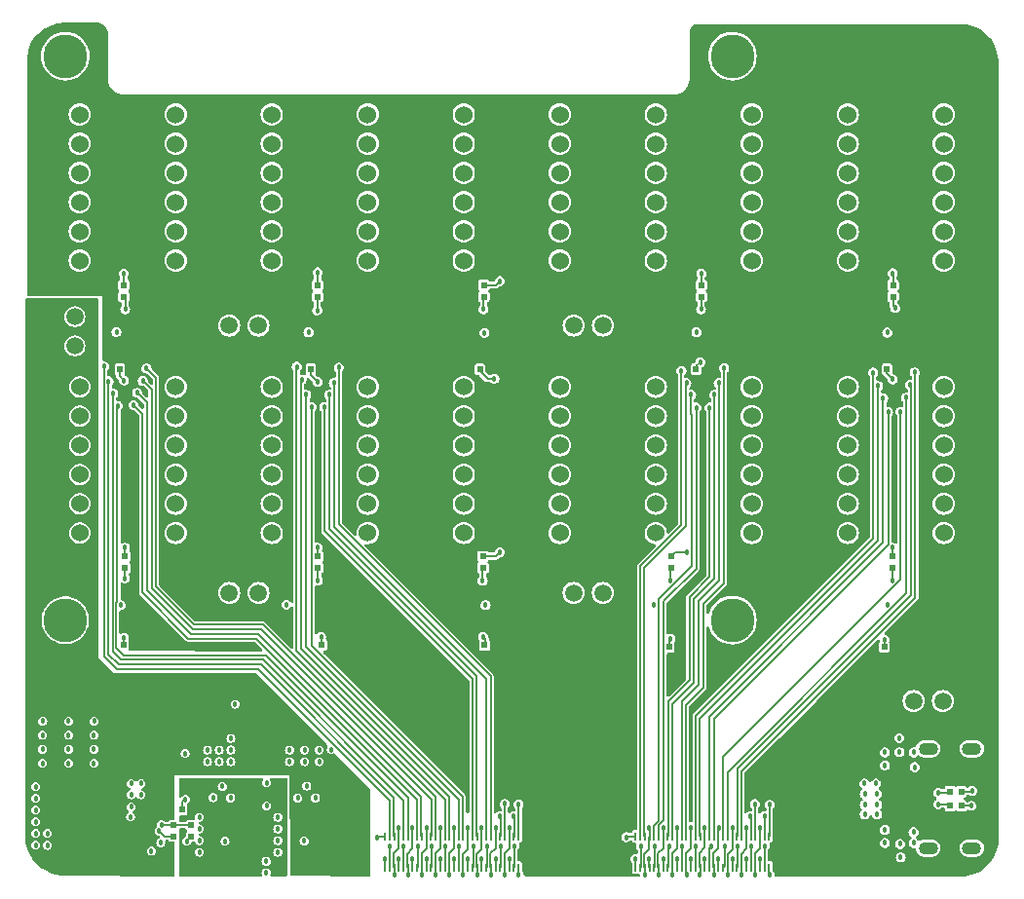
<source format=gbr>
%TF.GenerationSoftware,KiCad,Pcbnew,8.0.1*%
%TF.CreationDate,2025-03-26T15:28:54+05:30*%
%TF.ProjectId,GPIO HAT 2,4750494f-2048-4415-9420-322e6b696361,rev?*%
%TF.SameCoordinates,Original*%
%TF.FileFunction,Copper,L4,Bot*%
%TF.FilePolarity,Positive*%
%FSLAX46Y46*%
G04 Gerber Fmt 4.6, Leading zero omitted, Abs format (unit mm)*
G04 Created by KiCad (PCBNEW 8.0.1) date 2025-03-26 15:28:54*
%MOMM*%
%LPD*%
G01*
G04 APERTURE LIST*
%TA.AperFunction,SMDPad,CuDef*%
%ADD10R,0.600000X0.500000*%
%TD*%
%TA.AperFunction,SMDPad,CuDef*%
%ADD11R,0.500000X0.600000*%
%TD*%
%TA.AperFunction,ComponentPad*%
%ADD12C,1.524000*%
%TD*%
%TA.AperFunction,ComponentPad*%
%ADD13C,1.500000*%
%TD*%
%TA.AperFunction,ComponentPad*%
%ADD14C,3.810000*%
%TD*%
%TA.AperFunction,ComponentPad*%
%ADD15O,1.700000X1.100000*%
%TD*%
%TA.AperFunction,SMDPad,CuDef*%
%ADD16R,0.230000X0.660000*%
%TD*%
%TA.AperFunction,ViaPad*%
%ADD17C,0.456997*%
%TD*%
%TA.AperFunction,ViaPad*%
%ADD18C,0.457000*%
%TD*%
%TA.AperFunction,Conductor*%
%ADD19C,0.152400*%
%TD*%
%TA.AperFunction,Conductor*%
%ADD20C,0.171958*%
%TD*%
%TA.AperFunction,Conductor*%
%ADD21C,0.203200*%
%TD*%
%TA.AperFunction,Conductor*%
%ADD22C,0.127000*%
%TD*%
G04 APERTURE END LIST*
D10*
%TO.P,R5,2*%
%TO.N,/NETR20_2*%
X170301300Y-132019099D03*
%TO.P,R5,1*%
%TO.N,GND*%
X170301300Y-133019099D03*
%TD*%
%TO.P,R3,2*%
%TO.N,5V_1*%
X168802700Y-133019100D03*
%TO.P,R3,1*%
%TO.N,/NETR20_2*%
X168802700Y-132019100D03*
%TD*%
D11*
%TO.P,C11,2*%
%TO.N,GND*%
X169577500Y-130693500D03*
%TO.P,C11,1*%
%TO.N,VCC5V*%
X168577500Y-130693500D03*
%TD*%
D12*
%TO.P,J17,1,1*%
%TO.N,VCCB_5*%
X227380304Y-70256400D03*
%TO.P,J17,2,2*%
%TO.N,GND*%
X227380304Y-72796400D03*
%TO.P,J17,3,3*%
%TO.N,/GPIOB__TXP09*%
X227380304Y-75336400D03*
%TO.P,J17,4,4*%
%TO.N,/GPIOB__TXN09*%
X227380304Y-77876400D03*
%TO.P,J17,5,4*%
%TO.N,/GPIOB__TXN10*%
X227380304Y-80416400D03*
%TO.P,J17,6,6*%
%TO.N,/GPIOB__TXP10*%
X227380304Y-82956400D03*
%TD*%
D13*
%TO.P,JM1,1,1*%
%TO.N,3.3V*%
X171094400Y-88595200D03*
%TO.P,JM1,2,2*%
%TO.N,VCCB_2*%
X173634400Y-88595200D03*
%TO.P,JM1,3,3*%
%TO.N,1.8V*%
X176174400Y-88595200D03*
%TD*%
D12*
%TO.P,J7,1,1*%
%TO.N,VCCB_2*%
X177325376Y-70256400D03*
%TO.P,J7,2,2*%
%TO.N,GND*%
X177325376Y-72796400D03*
%TO.P,J7,3,3*%
%TO.N,/GPIOT__RXP15*%
X177325376Y-75336400D03*
%TO.P,J7,4,4*%
%TO.N,/GPIOT__RXN15*%
X177325376Y-77876400D03*
%TO.P,J7,5,4*%
%TO.N,/GPIOT__RXP16*%
X177325376Y-80416400D03*
%TO.P,J7,6,6*%
%TO.N,/GPIOT__RXN16*%
X177325376Y-82956400D03*
%TD*%
%TO.P,J1,1,1*%
%TO.N,VCCB_1*%
X160640400Y-93929200D03*
%TO.P,J1,2,2*%
%TO.N,GND*%
X160640400Y-96469200D03*
%TO.P,J1,3,3*%
%TO.N,/GPIOT__RXP03*%
X160640400Y-99009200D03*
%TO.P,J1,4,4*%
%TO.N,/GPIOT__RXN03*%
X160640400Y-101549200D03*
%TO.P,J1,5,4*%
%TO.N,/GPIOT__RXP08*%
X160640400Y-104089200D03*
%TO.P,J1,6,6*%
%TO.N,/GPIOT__RXN08*%
X160640400Y-106629200D03*
%TD*%
%TO.P,J19,1,1*%
%TO.N,VCCB_5*%
X227380304Y-93929200D03*
%TO.P,J19,2,2*%
%TO.N,GND*%
X227380304Y-96469200D03*
%TO.P,J19,3,3*%
%TO.N,/GPIOB__TXN17*%
X227380304Y-99009200D03*
%TO.P,J19,4,4*%
%TO.N,/GPIOB__TXP17*%
X227380304Y-101549200D03*
%TO.P,J19,5,4*%
%TO.N,/GPIOB__TXN16*%
X227380304Y-104089200D03*
%TO.P,J19,6,6*%
%TO.N,/GPIOB__TXP16*%
X227380304Y-106629200D03*
%TD*%
D14*
%TO.P,REF\u002A\u002A,*%
%TO.N,*%
X217347800Y-65176400D03*
%TD*%
%TO.P,REF\u002A\u002A,*%
%TO.N,*%
X159385000Y-114198400D03*
%TD*%
D12*
%TO.P,J14,1,1*%
%TO.N,VCCB_4*%
X219037816Y-70256400D03*
%TO.P,J14,2,2*%
%TO.N,GND*%
X219037816Y-72796400D03*
%TO.P,J14,3,3*%
%TO.N,/GPIOB__TXP04*%
X219037816Y-75336400D03*
%TO.P,J14,4,4*%
%TO.N,/GPIOB__TXN04*%
X219037816Y-77876400D03*
%TO.P,J14,5,4*%
%TO.N,/GPIOB__TXN06*%
X219037816Y-80416400D03*
%TO.P,J14,6,6*%
%TO.N,/GPIOB__TXP06*%
X219037816Y-82956400D03*
%TD*%
%TO.P,J4,1,1*%
%TO.N,VCCB_2*%
X168982888Y-70256400D03*
%TO.P,J4,2,2*%
%TO.N,GND*%
X168982888Y-72796400D03*
%TO.P,J4,3,3*%
%TO.N,/GPIOT__RXP05*%
X168982888Y-75336400D03*
%TO.P,J4,4,4*%
%TO.N,/GPIOT__RXN05*%
X168982888Y-77876400D03*
%TO.P,J4,5,4*%
%TO.N,/GPIOT__RXN20*%
X168982888Y-80416400D03*
%TO.P,J4,6,6*%
%TO.N,/GPIOT__RXP20*%
X168982888Y-82956400D03*
%TD*%
%TO.P,J11,1,1*%
%TO.N,VCCB_4*%
X194010352Y-70256400D03*
%TO.P,J11,2,2*%
%TO.N,GND*%
X194010352Y-72796400D03*
%TO.P,J11,3,3*%
%TO.N,/GPIOB__TXN13*%
X194010352Y-75336400D03*
%TO.P,J11,4,4*%
%TO.N,/GPIOB__TXP13*%
X194010352Y-77876400D03*
%TO.P,J11,5,4*%
%TO.N,/GPIOB__TXN02*%
X194010352Y-80416400D03*
%TO.P,J11,6,6*%
%TO.N,/GPIOB__TXP02*%
X194010352Y-82956400D03*
%TD*%
D14*
%TO.P,REF\u002A\u002A,*%
%TO.N,*%
X217347800Y-114198400D03*
%TD*%
D12*
%TO.P,J18,1,1*%
%TO.N,VCCB_5*%
X235722800Y-70256400D03*
%TO.P,J18,2,2*%
%TO.N,GND*%
X235722800Y-72796400D03*
%TO.P,J18,3,3*%
%TO.N,/GPIOB__TXN18*%
X235722800Y-75336400D03*
%TO.P,J18,4,4*%
%TO.N,/GPIOB__TXP18*%
X235722800Y-77876400D03*
%TO.P,J18,5,4*%
%TO.N,/GPIOB__TXP12*%
X235722800Y-80416400D03*
%TO.P,J18,6,6*%
%TO.N,/GPIOB__TXN12*%
X235722800Y-82956400D03*
%TD*%
D13*
%TO.P,J24,1,1*%
%TO.N,VCC5V*%
X157683200Y-87833200D03*
%TO.P,J24,2,2*%
%TO.N,GND*%
X160223200Y-87833200D03*
%TO.P,J24,3,3*%
%TO.N,VCC5V*%
X157683200Y-90373200D03*
%TO.P,J24,4,3*%
%TO.N,GND*%
X160223200Y-90373200D03*
%TD*%
%TO.P,JM5,1,1*%
%TO.N,3.3V*%
X230555800Y-121234200D03*
%TO.P,JM5,2,2*%
%TO.N,VCCB_5*%
X233095800Y-121234200D03*
%TO.P,JM5,3,3*%
%TO.N,1.8V*%
X235635800Y-121234200D03*
%TD*%
D12*
%TO.P,J10,1,1*%
%TO.N,VCCB_3*%
X202352840Y-93929200D03*
%TO.P,J10,2,2*%
%TO.N,GND*%
X202352840Y-96469200D03*
%TO.P,J10,3,3*%
%TO.N,/GPIOT__RXP11*%
X202352840Y-99009200D03*
%TO.P,J10,4,4*%
%TO.N,/GPIOT__RXN11*%
X202352840Y-101549200D03*
%TO.P,J10,5,4*%
%TO.N,/GPIOT__RXN13*%
X202352840Y-104089200D03*
%TO.P,J10,6,6*%
%TO.N,/GPIOT__RXP13*%
X202352840Y-106629200D03*
%TD*%
%TO.P,J6,1,1*%
%TO.N,VCCB_1*%
X185667864Y-93929200D03*
%TO.P,J6,2,2*%
%TO.N,GND*%
X185667864Y-96469200D03*
%TO.P,J6,3,3*%
%TO.N,/GPIOT__RXP04*%
X185667864Y-99009200D03*
%TO.P,J6,4,4*%
%TO.N,/GPIOT__RXN04*%
X185667864Y-101549200D03*
%TO.P,J6,5,4*%
%TO.N,/GPIOT__RXP07*%
X185667864Y-104089200D03*
%TO.P,J6,6,6*%
%TO.N,/GPIOT__RXN07*%
X185667864Y-106629200D03*
%TD*%
%TO.P,J20,1,1*%
%TO.N,VCCB_5*%
X235722800Y-93929200D03*
%TO.P,J20,2,2*%
%TO.N,GND*%
X235722800Y-96469200D03*
%TO.P,J20,3,3*%
%TO.N,/GPIOB__TXN14*%
X235722800Y-99009200D03*
%TO.P,J20,4,4*%
%TO.N,/GPIOB__TXP14*%
X235722800Y-101549200D03*
%TO.P,J20,5,4*%
%TO.N,/GPIOB__TXN19*%
X235722800Y-104089200D03*
%TO.P,J20,6,6*%
%TO.N,/GPIOB__TXP19*%
X235722800Y-106629200D03*
%TD*%
D14*
%TO.P,REF\u002A\u002A,*%
%TO.N,*%
X159385000Y-65176400D03*
%TD*%
D12*
%TO.P,J8,1,1*%
%TO.N,VCCB_2*%
X185667864Y-70256400D03*
%TO.P,J8,2,2*%
%TO.N,GND*%
X185667864Y-72796400D03*
%TO.P,J8,3,3*%
%TO.N,/GPIOT__RXP09*%
X185667864Y-75336400D03*
%TO.P,J8,4,4*%
%TO.N,/GPIOT__RXN09*%
X185667864Y-77876400D03*
%TO.P,J8,5,4*%
%TO.N,/GPIOT__RXN17*%
X185667864Y-80416400D03*
%TO.P,J8,6,6*%
%TO.N,/GPIOT__RXP17*%
X185667864Y-82956400D03*
%TD*%
D13*
%TO.P,JM3,1,1*%
%TO.N,3.3V*%
X171094400Y-111836200D03*
%TO.P,JM3,2,2*%
%TO.N,VCCB_1*%
X173634400Y-111836200D03*
%TO.P,JM3,3,3*%
%TO.N,1.8V*%
X176174400Y-111836200D03*
%TD*%
D12*
%TO.P,J13,1,1*%
%TO.N,VCCB_4*%
X210695328Y-70256400D03*
%TO.P,J13,2,2*%
%TO.N,GND*%
X210695328Y-72796400D03*
%TO.P,J13,3,3*%
%TO.N,/GPIOB__TXN05*%
X210695328Y-75336400D03*
%TO.P,J13,4,4*%
%TO.N,/GPIOB__TXP05*%
X210695328Y-77876400D03*
%TO.P,J13,5,4*%
%TO.N,/GPIOB__TXP03*%
X210695328Y-80416400D03*
%TO.P,J13,6,6*%
%TO.N,/GPIOB__TXN03*%
X210695328Y-82956400D03*
%TD*%
%TO.P,J16,1,1*%
%TO.N,VCCB_3*%
X219037816Y-93929200D03*
%TO.P,J16,2,2*%
%TO.N,GND*%
X219037816Y-96469200D03*
%TO.P,J16,3,3*%
%TO.N,/GPIOB__TXN11*%
X219037816Y-99009200D03*
%TO.P,J16,4,4*%
%TO.N,/GPIOB__TXP11*%
X219037816Y-101549200D03*
%TO.P,J16,5,4*%
%TO.N,/GPIOB__TXP15*%
X219037816Y-104089200D03*
%TO.P,J16,6,6*%
%TO.N,/GPIOB__TXN15*%
X219037816Y-106629200D03*
%TD*%
%TO.P,J2,1,1*%
%TO.N,VCCB_1*%
X168982888Y-93929200D03*
%TO.P,J2,2,2*%
%TO.N,GND*%
X168982888Y-96469200D03*
%TO.P,J2,3,3*%
%TO.N,/GPIOT__RXN21*%
X168982888Y-99009200D03*
%TO.P,J2,4,4*%
%TO.N,/GPIOT__RXP21*%
X168982888Y-101549200D03*
%TO.P,J2,5,4*%
%TO.N,/GPIOT__RXP18*%
X168982888Y-104089200D03*
%TO.P,J2,6,6*%
%TO.N,/GPIOT__RXN18*%
X168982888Y-106629200D03*
%TD*%
D15*
%TO.P,J23,S1,SHIELD*%
%TO.N,GND*%
X234359600Y-134018400D03*
X238159600Y-134018400D03*
X234359600Y-125378400D03*
X238159600Y-125378400D03*
%TD*%
D12*
%TO.P,J3,1,1*%
%TO.N,VCCB_2*%
X160640400Y-70256400D03*
%TO.P,J3,2,2*%
%TO.N,GND*%
X160640400Y-72796400D03*
%TO.P,J3,3,3*%
%TO.N,/GPIOT__RXP06*%
X160640400Y-75336400D03*
%TO.P,J3,4,4*%
%TO.N,/GPIOT__RXN06*%
X160640400Y-77876400D03*
%TO.P,J3,5,4*%
%TO.N,/GPIOT__RXN01*%
X160640400Y-80416400D03*
%TO.P,J3,6,6*%
%TO.N,/GPIOT__RXP01*%
X160640400Y-82956400D03*
%TD*%
%TO.P,J9,1,1*%
%TO.N,VCCB_3*%
X194010352Y-93929200D03*
%TO.P,J9,2,2*%
%TO.N,GND*%
X194010352Y-96469200D03*
%TO.P,J9,3,3*%
%TO.N,/GPIOT__RXP12*%
X194010352Y-99009200D03*
%TO.P,J9,4,4*%
%TO.N,/GPIOT__RXN12*%
X194010352Y-101549200D03*
%TO.P,J9,5,4*%
%TO.N,/GPIOT__RXP14*%
X194010352Y-104089200D03*
%TO.P,J9,6,6*%
%TO.N,/GPIOT__RXN14*%
X194010352Y-106629200D03*
%TD*%
%TO.P,J15,1,1*%
%TO.N,VCCB_3*%
X210695328Y-93929200D03*
%TO.P,J15,2,2*%
%TO.N,GND*%
X210695328Y-96469200D03*
%TO.P,J15,3,3*%
%TO.N,/GPIOB__TXN08*%
X210695328Y-99009200D03*
%TO.P,J15,4,4*%
%TO.N,/GPIOB__TXP08*%
X210695328Y-101549200D03*
%TO.P,J15,5,4*%
%TO.N,/GPIOB__TXP07*%
X210695328Y-104089200D03*
%TO.P,J15,6,6*%
%TO.N,/GPIOB__TXN07*%
X210695328Y-106629200D03*
%TD*%
%TO.P,J5,1,1*%
%TO.N,VCCB_1*%
X177325376Y-93929200D03*
%TO.P,J5,2,2*%
%TO.N,GND*%
X177325376Y-96469200D03*
%TO.P,J5,3,3*%
%TO.N,/GPIOT__RXP19*%
X177325376Y-99009200D03*
%TO.P,J5,4,4*%
%TO.N,/GPIOT__RXN19*%
X177325376Y-101549200D03*
%TO.P,J5,5,4*%
%TO.N,/GPIOT__RXP02*%
X177325376Y-104089200D03*
%TO.P,J5,6,6*%
%TO.N,/GPIOT__RXN02*%
X177325376Y-106629200D03*
%TD*%
D13*
%TO.P,JM4,1,1*%
%TO.N,3.3V*%
X201015600Y-111836200D03*
%TO.P,JM4,2,2*%
%TO.N,VCCB_3*%
X203555600Y-111836200D03*
%TO.P,JM4,3,3*%
%TO.N,1.8V*%
X206095600Y-111836200D03*
%TD*%
%TO.P,JM2,1,1*%
%TO.N,3.3V*%
X201015600Y-88595200D03*
%TO.P,JM2,2,2*%
%TO.N,VCCB_4*%
X203555600Y-88595200D03*
%TO.P,JM2,3,3*%
%TO.N,1.8V*%
X206095600Y-88595200D03*
%TD*%
D12*
%TO.P,J12,1,1*%
%TO.N,VCCB_4*%
X202352840Y-70256400D03*
%TO.P,J12,2,2*%
%TO.N,GND*%
X202352840Y-72796400D03*
%TO.P,J12,3,3*%
%TO.N,/GPIOB__TXN00*%
X202352840Y-75336400D03*
%TO.P,J12,4,4*%
%TO.N,/GPIOB__TXP00*%
X202352840Y-77876400D03*
%TO.P,J12,5,4*%
%TO.N,/GPIOB__TXN01*%
X202352840Y-80416400D03*
%TO.P,J12,6,6*%
%TO.N,/GPIOB__TXP01*%
X202352840Y-82956400D03*
%TD*%
D11*
%TO.P,C37,1*%
%TO.N,3.3V*%
X231775000Y-92405200D03*
%TO.P,C37,2*%
%TO.N,GND*%
X230775000Y-92405200D03*
%TD*%
%TO.P,C36,1*%
%TO.N,3.3V*%
X196824600Y-116382800D03*
%TO.P,C36,2*%
%TO.N,GND*%
X195824600Y-116382800D03*
%TD*%
D10*
%TO.P,C32,1*%
%TO.N,VCCB_3*%
X195681600Y-109651800D03*
%TO.P,C32,2*%
%TO.N,GND*%
X195681600Y-108651800D03*
%TD*%
D11*
%TO.P,C28,1*%
%TO.N,3.3V*%
X196418200Y-92405200D03*
%TO.P,C28,2*%
%TO.N,GND*%
X195418200Y-92405200D03*
%TD*%
D10*
%TO.P,C34,1*%
%TO.N,VCCB_5*%
X231241600Y-109651800D03*
%TO.P,C34,2*%
%TO.N,GND*%
X231241600Y-108651800D03*
%TD*%
D11*
%TO.P,C27,1*%
%TO.N,3.3V*%
X182676800Y-116357400D03*
%TO.P,C27,2*%
%TO.N,GND*%
X181676800Y-116357400D03*
%TD*%
%TO.P,R19,1*%
%TO.N,Net-(J23-CC1)*%
X236252000Y-130348800D03*
%TO.P,R19,2*%
%TO.N,GND*%
X237252000Y-130348800D03*
%TD*%
D10*
%TO.P,C24,1*%
%TO.N,VCCB_3*%
X212013800Y-109651800D03*
%TO.P,C24,2*%
%TO.N,GND*%
X212013800Y-108651800D03*
%TD*%
%TO.P,C19,1*%
%TO.N,VCCB_1*%
X164566600Y-109651800D03*
%TO.P,C19,2*%
%TO.N,GND*%
X164566600Y-108651800D03*
%TD*%
D16*
%TO.P,J22,1,1*%
%TO.N,/GPIOB_TXP16*%
X220547000Y-132994400D03*
%TO.P,J22,2,2*%
%TO.N,/GPIOB_TXN16*%
X220147000Y-132994400D03*
%TO.P,J22,3,3*%
%TO.N,GND*%
X219747000Y-132994400D03*
%TO.P,J22,4,4*%
%TO.N,/GPIOB_TXP17*%
X219347000Y-132994400D03*
%TO.P,J22,5,5*%
%TO.N,/GPIOB_TXN17*%
X218947000Y-132994400D03*
%TO.P,J22,6,6*%
%TO.N,GND*%
X218547000Y-132994400D03*
%TO.P,J22,7,7*%
%TO.N,/GPIOB_TXN12*%
X218147000Y-132994400D03*
%TO.P,J22,8,8*%
%TO.N,/GPIOB_TXP12*%
X217747000Y-132994400D03*
%TO.P,J22,9,9*%
%TO.N,GND*%
X217347000Y-132994400D03*
%TO.P,J22,10,10*%
%TO.N,/GPIOB_TXP18*%
X216947000Y-132994400D03*
%TO.P,J22,11,11*%
%TO.N,/GPIOB_TXN18*%
X216547000Y-132994400D03*
%TO.P,J22,12,12*%
%TO.N,GND*%
X216147000Y-132994400D03*
%TO.P,J22,13,13*%
%TO.N,/GPIOB_TXP10*%
X215747000Y-132994400D03*
%TO.P,J22,14,14*%
%TO.N,/GPIOB_TXN10*%
X215347000Y-132994400D03*
%TO.P,J22,15,15*%
%TO.N,GND*%
X214947000Y-132994400D03*
%TO.P,J22,16,16*%
%TO.N,/GPIOB_TXN09*%
X214547000Y-132994400D03*
%TO.P,J22,17,17*%
%TO.N,/GPIOB_TXP09*%
X214147000Y-132994400D03*
%TO.P,J22,18,18*%
%TO.N,GND*%
X213747000Y-132994400D03*
%TO.P,J22,19,19*%
%TO.N,/GPIOB_TXP06*%
X213347000Y-132994400D03*
%TO.P,J22,20,20*%
%TO.N,/GPIOB_TXN06*%
X212947000Y-132994400D03*
%TO.P,J22,21,21*%
%TO.N,GND*%
X212547000Y-132994400D03*
%TO.P,J22,22,22*%
%TO.N,/GPIOB_TXN04*%
X212147000Y-132994400D03*
%TO.P,J22,23,23*%
%TO.N,/GPIOB_TXP04*%
X211747000Y-132994400D03*
%TO.P,J22,24,24*%
%TO.N,GND*%
X211347000Y-132994400D03*
%TO.P,J22,25,25*%
%TO.N,/GPIOB_TXN03*%
X210947000Y-132994400D03*
%TO.P,J22,26,26*%
%TO.N,/GPIOB_TXP03*%
X210547000Y-132994400D03*
%TO.P,J22,27,27*%
%TO.N,GND*%
X210147000Y-132994400D03*
%TO.P,J22,28,28*%
%TO.N,/GPIOB_TXP05*%
X209747000Y-132994400D03*
%TO.P,J22,29,29*%
%TO.N,/GPIOB_TXN05*%
X209347000Y-132994400D03*
%TO.P,J22,30,30*%
%TO.N,GND*%
X208947000Y-132994400D03*
%TO.P,J22,31,31*%
%TO.N,/GPIOB_TXN13*%
X208947000Y-135704400D03*
%TO.P,J22,32,32*%
%TO.N,/GPIOB_TXP13*%
X209347000Y-135704400D03*
%TO.P,J22,33,33*%
%TO.N,GND*%
X209747000Y-135704400D03*
%TO.P,J22,34,34*%
%TO.N,/GPIOB_TXN02*%
X210147000Y-135704400D03*
%TO.P,J22,35,35*%
%TO.N,/GPIOB_TXP02*%
X210547000Y-135704400D03*
%TO.P,J22,36,36*%
%TO.N,GND*%
X210947000Y-135704400D03*
%TO.P,J22,37,37*%
%TO.N,/GPIOB_TXN00*%
X211347000Y-135704400D03*
%TO.P,J22,38,38*%
%TO.N,/GPIOB_TXP00*%
X211747000Y-135704400D03*
%TO.P,J22,39,39*%
%TO.N,GND*%
X212147000Y-135704400D03*
%TO.P,J22,40,40*%
%TO.N,/GPIOB_TXN01*%
X212547000Y-135704400D03*
%TO.P,J22,41,41*%
%TO.N,/GPIOB_TXP01*%
X212947000Y-135704400D03*
%TO.P,J22,42,42*%
%TO.N,GND*%
X213347000Y-135704400D03*
%TO.P,J22,43,43*%
%TO.N,/GPIOB_TXN08*%
X213747000Y-135704400D03*
%TO.P,J22,44,44*%
%TO.N,/GPIOB_TXP08*%
X214147000Y-135704400D03*
%TO.P,J22,45,45*%
%TO.N,GND*%
X214547000Y-135704400D03*
%TO.P,J22,46,46*%
%TO.N,/GPIOB_TXP07*%
X214947000Y-135704400D03*
%TO.P,J22,47,47*%
%TO.N,/GPIOB_TXN07*%
X215347000Y-135704400D03*
%TO.P,J22,48,48*%
%TO.N,GND*%
X215747000Y-135704400D03*
%TO.P,J22,49,49*%
%TO.N,/GPIOB_TXN11*%
X216147000Y-135704400D03*
%TO.P,J22,50,50*%
%TO.N,/GPIOB_TXP11*%
X216547000Y-135704400D03*
%TO.P,J22,51,51*%
%TO.N,GND*%
X216947000Y-135704400D03*
%TO.P,J22,52,52*%
%TO.N,/GPIOB_TXP15*%
X217347000Y-135704400D03*
%TO.P,J22,53,53*%
%TO.N,/GPIOB_TXN15*%
X217747000Y-135704400D03*
%TO.P,J22,54,54*%
%TO.N,GND*%
X218147000Y-135704400D03*
%TO.P,J22,55,55*%
%TO.N,/GPIOB_TXN14*%
X218547000Y-135704400D03*
%TO.P,J22,56,56*%
%TO.N,/GPIOB_TXP14*%
X218947000Y-135704400D03*
%TO.P,J22,57,57*%
%TO.N,GND*%
X219347000Y-135704400D03*
%TO.P,J22,58,58*%
%TO.N,/GPIOB_TXP19*%
X219747000Y-135704400D03*
%TO.P,J22,59,59*%
%TO.N,/GPIOB_TXN19*%
X220147000Y-135704400D03*
%TO.P,J22,60,60*%
%TO.N,GND*%
X220547000Y-135704400D03*
%TD*%
D11*
%TO.P,C26,1*%
%TO.N,3.3V*%
X165125400Y-92405200D03*
%TO.P,C26,2*%
%TO.N,GND*%
X164125400Y-92405200D03*
%TD*%
D16*
%TO.P,J21,1,1*%
%TO.N,/GPIOT_RXP03*%
X187166400Y-135712200D03*
%TO.P,J21,2,2*%
%TO.N,/GPIOT_RXN03*%
X187566400Y-135712200D03*
%TO.P,J21,3,3*%
%TO.N,GND*%
X187966400Y-135712200D03*
%TO.P,J21,4,4*%
%TO.N,/GPIOT_RXP08*%
X188366400Y-135712200D03*
%TO.P,J21,5,5*%
%TO.N,/GPIOT_RXN08*%
X188766400Y-135712200D03*
%TO.P,J21,6,6*%
%TO.N,GND*%
X189166400Y-135712200D03*
%TO.P,J21,7,7*%
%TO.N,/GPIOT_RXN21*%
X189566400Y-135712200D03*
%TO.P,J21,8,8*%
%TO.N,/GPIOT_RXP21*%
X189966400Y-135712200D03*
%TO.P,J21,9,9*%
%TO.N,GND*%
X190366400Y-135712200D03*
%TO.P,J21,10,10*%
%TO.N,/GPIOT_RXP18*%
X190766400Y-135712200D03*
%TO.P,J21,11,11*%
%TO.N,/GPIOT_RXN18*%
X191166400Y-135712200D03*
%TO.P,J21,12,12*%
%TO.N,GND*%
X191566400Y-135712200D03*
%TO.P,J21,13,13*%
%TO.N,/GPIOT_RXP19*%
X191966400Y-135712200D03*
%TO.P,J21,14,14*%
%TO.N,/GPIOT_RXN19*%
X192366400Y-135712200D03*
%TO.P,J21,15,15*%
%TO.N,GND*%
X192766400Y-135712200D03*
%TO.P,J21,16,16*%
%TO.N,/GPIOT_RXP02*%
X193166400Y-135712200D03*
%TO.P,J21,17,17*%
%TO.N,/GPIOT_RXN02*%
X193566400Y-135712200D03*
%TO.P,J21,18,18*%
%TO.N,GND*%
X193966400Y-135712200D03*
%TO.P,J21,19,19*%
%TO.N,/GPIOT_RXP04*%
X194366400Y-135712200D03*
%TO.P,J21,20,20*%
%TO.N,/GPIOT_RXN04*%
X194766400Y-135712200D03*
%TO.P,J21,21,21*%
%TO.N,GND*%
X195166400Y-135712200D03*
%TO.P,J21,22,22*%
%TO.N,/GPIOT_RXP07*%
X195566400Y-135712200D03*
%TO.P,J21,23,23*%
%TO.N,/GPIOT_RXN07*%
X195966400Y-135712200D03*
%TO.P,J21,24,24*%
%TO.N,GND*%
X196366400Y-135712200D03*
%TO.P,J21,25,25*%
%TO.N,/GPIOT_RXP11*%
X196766400Y-135712200D03*
%TO.P,J21,26,26*%
%TO.N,/GPIOT_RXN11*%
X197166400Y-135712200D03*
%TO.P,J21,27,27*%
%TO.N,GND*%
X197566400Y-135712200D03*
%TO.P,J21,28,28*%
%TO.N,/GPIOT_RXP13*%
X197966400Y-135712200D03*
%TO.P,J21,29,29*%
%TO.N,/GPIOT_RXN13*%
X198366400Y-135712200D03*
%TO.P,J21,30,30*%
%TO.N,GND*%
X198766400Y-135712200D03*
%TO.P,J21,31,31*%
%TO.N,/GPIOT_RXN14*%
X198766400Y-133002200D03*
%TO.P,J21,32,32*%
%TO.N,/GPIOT_RXP14*%
X198366400Y-133002200D03*
%TO.P,J21,33,33*%
%TO.N,GND*%
X197966400Y-133002200D03*
%TO.P,J21,34,34*%
%TO.N,/GPIOT_RXN12*%
X197566400Y-133002200D03*
%TO.P,J21,35,35*%
%TO.N,/GPIOT_RXP12*%
X197166400Y-133002200D03*
%TO.P,J21,36,36*%
%TO.N,GND*%
X196766400Y-133002200D03*
%TO.P,J21,37,37*%
%TO.N,/GPIOT_RXP17*%
X196366400Y-133002200D03*
%TO.P,J21,38,38*%
%TO.N,/GPIOT_RXN17*%
X195966400Y-133002200D03*
%TO.P,J21,39,39*%
%TO.N,GND*%
X195566400Y-133002200D03*
%TO.P,J21,40,40*%
%TO.N,/GPIOT_RXN09*%
X195166400Y-133002200D03*
%TO.P,J21,41,41*%
%TO.N,/GPIOT_RXP09*%
X194766400Y-133002200D03*
%TO.P,J21,42,42*%
%TO.N,GND*%
X194366400Y-133002200D03*
%TO.P,J21,43,43*%
%TO.N,/GPIOT_RXN16*%
X193966400Y-133002200D03*
%TO.P,J21,44,44*%
%TO.N,/GPIOT_RXP16*%
X193566400Y-133002200D03*
%TO.P,J21,45,45*%
%TO.N,GND*%
X193166400Y-133002200D03*
%TO.P,J21,46,46*%
%TO.N,/GPIOT_RXN15*%
X192766400Y-133002200D03*
%TO.P,J21,47,47*%
%TO.N,/GPIOT_RXP15*%
X192366400Y-133002200D03*
%TO.P,J21,48,48*%
%TO.N,GND*%
X191966400Y-133002200D03*
%TO.P,J21,49,49*%
%TO.N,/GPIOT_RXP20*%
X191566400Y-133002200D03*
%TO.P,J21,50,50*%
%TO.N,/GPIOT_RXN20*%
X191166400Y-133002200D03*
%TO.P,J21,51,51*%
%TO.N,GND*%
X190766400Y-133002200D03*
%TO.P,J21,52,52*%
%TO.N,/GPIOT_RXN05*%
X190366400Y-133002200D03*
%TO.P,J21,53,53*%
%TO.N,/GPIOT_RXP05*%
X189966400Y-133002200D03*
%TO.P,J21,54,54*%
%TO.N,GND*%
X189566400Y-133002200D03*
%TO.P,J21,55,55*%
%TO.N,/GPIOT_RXP01*%
X189166400Y-133002200D03*
%TO.P,J21,56,56*%
%TO.N,/GPIOT_RXN01*%
X188766400Y-133002200D03*
%TO.P,J21,57,57*%
%TO.N,GND*%
X188366400Y-133002200D03*
%TO.P,J21,58,58*%
%TO.N,/GPIOT_RXN06*%
X187966400Y-133002200D03*
%TO.P,J21,59,59*%
%TO.N,/GPIOT_RXP06*%
X187566400Y-133002200D03*
%TO.P,J21,60,60*%
%TO.N,GND*%
X187166400Y-133002200D03*
%TD*%
D11*
%TO.P,C30,1*%
%TO.N,3.3V*%
X212877400Y-116535200D03*
%TO.P,C30,2*%
%TO.N,GND*%
X211877400Y-116535200D03*
%TD*%
D10*
%TO.P,C21,1*%
%TO.N,VCCB_1*%
X181305200Y-109651800D03*
%TO.P,C21,2*%
%TO.N,GND*%
X181305200Y-108651800D03*
%TD*%
D11*
%TO.P,C35,1*%
%TO.N,3.3V*%
X181711600Y-92405200D03*
%TO.P,C35,2*%
%TO.N,GND*%
X180711600Y-92405200D03*
%TD*%
%TO.P,R18,1*%
%TO.N,Net-(J23-CC2)*%
X236252000Y-129098800D03*
%TO.P,R18,2*%
%TO.N,GND*%
X237252000Y-129098800D03*
%TD*%
%TO.P,C38,1*%
%TO.N,3.3V*%
X231546400Y-116535200D03*
%TO.P,C38,2*%
%TO.N,GND*%
X230546400Y-116535200D03*
%TD*%
D10*
%TO.P,C33,1*%
%TO.N,VCCB_5*%
X231317800Y-86080600D03*
%TO.P,C33,2*%
%TO.N,GND*%
X231317800Y-85080600D03*
%TD*%
%TO.P,C20,1*%
%TO.N,VCCB_2*%
X164465000Y-86080600D03*
%TO.P,C20,2*%
%TO.N,GND*%
X164465000Y-85080600D03*
%TD*%
D11*
%TO.P,C25,1*%
%TO.N,3.3V*%
X165430200Y-116357400D03*
%TO.P,C25,2*%
%TO.N,GND*%
X164430200Y-116357400D03*
%TD*%
D10*
%TO.P,C31,1*%
%TO.N,VCCB_2*%
X181305200Y-86080600D03*
%TO.P,C31,2*%
%TO.N,GND*%
X181305200Y-85080600D03*
%TD*%
%TO.P,C23,1*%
%TO.N,VCCB_4*%
X214655400Y-86080600D03*
%TO.P,C23,2*%
%TO.N,GND*%
X214655400Y-85080600D03*
%TD*%
%TO.P,C22,1*%
%TO.N,VCCB_4*%
X195757800Y-86080600D03*
%TO.P,C22,2*%
%TO.N,GND*%
X195757800Y-85080600D03*
%TD*%
D11*
%TO.P,C29,1*%
%TO.N,3.3V*%
X215188800Y-92405200D03*
%TO.P,C29,2*%
%TO.N,GND*%
X214188800Y-92405200D03*
%TD*%
D17*
%TO.N,/NETR20_2*%
X167735900Y-131993700D03*
%TO.N,5V_1*%
X167532700Y-132552500D03*
%TO.N,GND*%
X166872300Y-134279700D03*
X167685100Y-133543100D03*
%TO.N,5V*%
X170809040Y-128312010D03*
X172161200Y-136169400D03*
X175437800Y-133477000D03*
X177850800Y-128270000D03*
X172161200Y-135153400D03*
X175437800Y-130479800D03*
X173177200Y-136169400D03*
X171145200Y-135153400D03*
X173177200Y-135153400D03*
X175463200Y-131978400D03*
X171145200Y-136169400D03*
%TO.N,3.3V*%
X190042800Y-111607600D03*
X168300400Y-111353600D03*
X231495600Y-115824000D03*
X164769800Y-91313000D03*
X173770800Y-125495395D03*
X235331000Y-90576400D03*
X218643200Y-110134400D03*
X185166000Y-111709200D03*
X173770800Y-124479395D03*
X235313800Y-111755300D03*
X196672200Y-115722400D03*
X182549800Y-115570000D03*
X185191400Y-90627200D03*
X214884000Y-91059000D03*
X172754800Y-125495395D03*
X218541600Y-90601800D03*
X181406800Y-91236800D03*
X171738800Y-125495395D03*
X165100000Y-115468400D03*
X212928200Y-115925600D03*
X167970200Y-90297000D03*
X195935600Y-91236800D03*
X172754800Y-126511395D03*
X173770800Y-126511395D03*
X231546400Y-91084400D03*
X190042800Y-90500200D03*
X171738800Y-126511395D03*
%TO.N,1.8V*%
X178866800Y-125497180D03*
X178866800Y-126513180D03*
X180187600Y-126513180D03*
X181457600Y-125497180D03*
X180187600Y-125497180D03*
X181457600Y-126513180D03*
%TO.N,VCCB_1*%
X181330600Y-110769400D03*
X164566600Y-110566200D03*
%TO.N,GND*%
X217347800Y-132232400D03*
X233109600Y-133573400D03*
X194360800Y-132232400D03*
X161899600Y-122986800D03*
X178612800Y-112852200D03*
X212547200Y-132232400D03*
X180365400Y-128621380D03*
X191566800Y-136347200D03*
X174142400Y-121513600D03*
X214223600Y-89179400D03*
X181305200Y-107899200D03*
X171027600Y-131337395D03*
X231859600Y-124448400D03*
X163830000Y-89154000D03*
X159664400Y-122986800D03*
X195173600Y-136347200D03*
X156819600Y-133756400D03*
X233095800Y-132638800D03*
X176834800Y-136169400D03*
X211353400Y-132232400D03*
X161874200Y-124206000D03*
X215747600Y-136347200D03*
X195808600Y-89230200D03*
X173755440Y-129658210D03*
X171027600Y-134385395D03*
X169951400Y-133426200D03*
X156819600Y-132740400D03*
X230568500Y-115887500D03*
X157403800Y-125425200D03*
X159664400Y-124206000D03*
X161874200Y-125425200D03*
X209753200Y-136347200D03*
X182499000Y-125450600D03*
X156819600Y-128676400D03*
X196342000Y-136347200D03*
X164566600Y-107899200D03*
X231876600Y-125679200D03*
X181305200Y-93497400D03*
X230860600Y-112877600D03*
X210540600Y-112877600D03*
X171027600Y-132353395D03*
X172231440Y-129632810D03*
X190754000Y-132232400D03*
X164490400Y-93370400D03*
X177850800Y-133371180D03*
X238185100Y-129043100D03*
X193954400Y-136347200D03*
X161874200Y-126644400D03*
X233109600Y-125698400D03*
X198780400Y-136347200D03*
X218541600Y-132232400D03*
X157429200Y-122986800D03*
X220573600Y-136347200D03*
X214934800Y-132232400D03*
X191973200Y-132232400D03*
X214528400Y-136347200D03*
X157403800Y-124206000D03*
X173024800Y-128651000D03*
X189153800Y-136347200D03*
X173262800Y-133420195D03*
X208127600Y-133070600D03*
X157403800Y-126644400D03*
X193167000Y-132232400D03*
X197586600Y-136347200D03*
X210947000Y-136347200D03*
X213360000Y-136347200D03*
X190373000Y-136347200D03*
X169824400Y-129768600D03*
X216941400Y-136347200D03*
X219329000Y-136347200D03*
X164211000Y-112903000D03*
X231292400Y-93268800D03*
X218135200Y-136347200D03*
X187960000Y-136347200D03*
X180136800Y-133396580D03*
X230609600Y-125698400D03*
X213741000Y-132232400D03*
X157835600Y-133781800D03*
X216154000Y-132232400D03*
X231984600Y-134823400D03*
X233197400Y-126974600D03*
X197154800Y-84734400D03*
X231927400Y-133654800D03*
X231292400Y-84048600D03*
X156819600Y-131724400D03*
X180517800Y-89179400D03*
X196672200Y-93218000D03*
X177850800Y-134387180D03*
X219735400Y-132232400D03*
X230609600Y-126823400D03*
X176885600Y-128346200D03*
X231292400Y-107899200D03*
X181610000Y-115646200D03*
X176885600Y-130352800D03*
X214560100Y-91793100D03*
X181305200Y-83972400D03*
X195910200Y-112903000D03*
X196773800Y-132232400D03*
X177850800Y-131339180D03*
X157835600Y-132740400D03*
X179578000Y-129659995D03*
X210134200Y-132232400D03*
X214655400Y-84099400D03*
X188366400Y-132232400D03*
X213410800Y-108305600D03*
X181127400Y-129659995D03*
X230809800Y-89204800D03*
X197154800Y-108305600D03*
X156819600Y-130708400D03*
X189560200Y-132232400D03*
X169799000Y-125806200D03*
X186436000Y-133121400D03*
X159664400Y-126644400D03*
X238129400Y-130348800D03*
X192760600Y-136347200D03*
X177850800Y-132355180D03*
X197967600Y-132232400D03*
X195681600Y-115646200D03*
X230609600Y-132448400D03*
X156819600Y-129692400D03*
X211988400Y-115824000D03*
X171027600Y-133369395D03*
X164465000Y-84074000D03*
X176834800Y-135153400D03*
X164477700Y-115735100D03*
X230609600Y-133573400D03*
X159664400Y-125425200D03*
X212166200Y-136347200D03*
X195554600Y-132232400D03*
%TO.N,VCCB_2*%
X164592000Y-87172800D03*
X181279800Y-87274400D03*
%TO.N,VCCB_3*%
X211988400Y-110744000D03*
X195656200Y-110769400D03*
%TO.N,VCCB_4*%
X214630000Y-87172800D03*
X195732400Y-87172800D03*
%TO.N,VCCB_5*%
X231292400Y-110794800D03*
X231495600Y-87071200D03*
D18*
%TO.N,/GPIOT_RXP05*%
X165303200Y-95504000D03*
D17*
%TO.N,/GPIOT_RXP03*%
X187166400Y-134970102D03*
%TO.N,/GPIOT_RXP21*%
X189992000Y-133832600D03*
%TO.N,/GPIOT_RXP02*%
X193167000Y-134970102D03*
%TO.N,/GPIOT_RXP08*%
X188366400Y-134970102D03*
%TO.N,/GPIOT_RXN04*%
X194818000Y-133832600D03*
%TO.N,/GPIOT_RXN18*%
X191211200Y-133832600D03*
D18*
%TO.N,/GPIOT_RXP06*%
X162775900Y-92163900D03*
%TO.N,/GPIOT_RXN17*%
X182716766Y-93591335D03*
D17*
%TO.N,/GPIOT_RXN03*%
X187604400Y-133832600D03*
D18*
%TO.N,/GPIOT_RXN01*%
X163550600Y-94513400D03*
D17*
%TO.N,/GPIOT_RXP14*%
X198348600Y-131241800D03*
%TO.N,/GPIOT_RXN21*%
X189560200Y-134970102D03*
%TO.N,/GPIOT_RXP18*%
X190767844Y-134970102D03*
%TO.N,/GPIOT_RXN12*%
X197561200Y-130175000D03*
%TO.N,/GPIOT_RXN08*%
X188798200Y-133832600D03*
D18*
%TO.N,/GPIOT_RXP17*%
X183152745Y-92259455D03*
%TO.N,/GPIOT_RXP20*%
X166446200Y-92329000D03*
%TO.N,/GPIOT_RXN06*%
X163144200Y-93446600D03*
D17*
%TO.N,/GPIOT_RXN14*%
X198780400Y-130225800D03*
D18*
%TO.N,/GPIOT_RXP09*%
X181885366Y-95681800D03*
D17*
%TO.N,/GPIOT_RXP13*%
X197967600Y-134970102D03*
D18*
%TO.N,/GPIOT_RXN05*%
X165633400Y-94437200D03*
D17*
%TO.N,/GPIOT_RXN02*%
X193598800Y-133832600D03*
D18*
%TO.N,/GPIOT_RXN09*%
X182316766Y-94607335D03*
%TO.N,/GPIOT_RXN16*%
X180767766Y-95681800D03*
D17*
%TO.N,/GPIOT_RXP07*%
X195554600Y-134970102D03*
%TO.N,/GPIOT_RXN19*%
X192405000Y-133832600D03*
D18*
%TO.N,/GPIOT_RXP16*%
X180316096Y-94607335D03*
%TO.N,/GPIOT_RXP15*%
X179496200Y-92176600D03*
%TO.N,/GPIOT_RXN20*%
X166116000Y-93395800D03*
%TO.N,/GPIOT_RXN15*%
X179916096Y-93319600D03*
D17*
%TO.N,/GPIOT_RXN11*%
X197205600Y-133832600D03*
%TO.N,/GPIOT_RXP12*%
X197154800Y-131241800D03*
%TO.N,/GPIOT_RXP19*%
X191947800Y-134970102D03*
%TO.N,/GPIOT_RXN07*%
X196062600Y-133832600D03*
%TO.N,/GPIOT_RXN13*%
X198424800Y-133832600D03*
%TO.N,/GPIOT_RXP04*%
X194360800Y-134970102D03*
D18*
%TO.N,/GPIOT_RXP01*%
X163957000Y-95580200D03*
D17*
%TO.N,/GPIOT_RXP11*%
X196766400Y-134970102D03*
D18*
%TO.N,/GPIOB_TXN06*%
X216160670Y-93615000D03*
D17*
%TO.N,/GPIOB_TXP01*%
X212979000Y-133832600D03*
%TO.N,/GPIOB_TXP19*%
X219735400Y-134970102D03*
D18*
%TO.N,/GPIOB_TXP06*%
X216636600Y-92303600D03*
%TO.N,/GPIOB_TXP09*%
X229590600Y-92684600D03*
%TO.N,/GPIOB_TXP05*%
X213360000Y-93615000D03*
D17*
%TO.N,/GPIOB_TXN13*%
X208940400Y-134970102D03*
%TO.N,/GPIOB_TXP17*%
X219300000Y-130200000D03*
D18*
%TO.N,/GPIOB_TXP03*%
X213769870Y-94631000D03*
D17*
%TO.N,/GPIOB_TXN16*%
X220141800Y-131241800D03*
%TO.N,/GPIOB_TXP13*%
X209397600Y-133832600D03*
%TO.N,/GPIOB_TXN00*%
X211328000Y-134970102D03*
%TO.N,/GPIOB_TXN15*%
X217779600Y-133832600D03*
D18*
%TO.N,/GPIOB_TXN03*%
X214223600Y-95732600D03*
%TO.N,/GPIOB_TXN04*%
X215760670Y-94631000D03*
D17*
%TO.N,/GPIOB_TXN02*%
X210134200Y-134970102D03*
%TO.N,/GPIOB_TXP16*%
X220599000Y-130251200D03*
%TO.N,/GPIOB_TXP11*%
X216687400Y-133832600D03*
%TO.N,/GPIOB_TXN11*%
X216140234Y-134970102D03*
%TO.N,/GPIOB_TXP00*%
X211886800Y-133832600D03*
%TO.N,/GPIOB_TXN08*%
X213715600Y-134970102D03*
D18*
%TO.N,/GPIOB_TXP04*%
X215341200Y-95732600D03*
%TO.N,/GPIOB_TXP10*%
X230886000Y-96113600D03*
D17*
%TO.N,/GPIOB_TXN17*%
X218900000Y-131241800D03*
%TO.N,/GPIOB_TXP02*%
X210566000Y-133832600D03*
D18*
%TO.N,/GPIOB_TXN05*%
X212922200Y-92532200D03*
D17*
%TO.N,/GPIOB_TXP15*%
X217347800Y-134970102D03*
%TO.N,/GPIOB_TXP14*%
X218973400Y-133832600D03*
%TO.N,/GPIOB_TXN19*%
X220167200Y-133832600D03*
%TO.N,/GPIOB_TXP07*%
X214934800Y-134970102D03*
D18*
%TO.N,/GPIOB_TXN12*%
X233197400Y-92659200D03*
D17*
%TO.N,/GPIOB_TXP08*%
X214172800Y-133832600D03*
D18*
%TO.N,/GPIOB_TXN18*%
X231978200Y-96088200D03*
%TO.N,/GPIOB_TXP18*%
X232435400Y-94869000D03*
%TO.N,/GPIOB_TXP12*%
X232816400Y-93751400D03*
%TO.N,/GPIOB_TXN09*%
X230022400Y-93853000D03*
D17*
%TO.N,/GPIOB_TXN14*%
X218535872Y-134970102D03*
D18*
%TO.N,/GPIOB_TXN10*%
X230454200Y-94919800D03*
D17*
%TO.N,/GPIOB_TXN01*%
X212547200Y-134970102D03*
%TO.N,/GPIOB_TXN07*%
X215493600Y-133832600D03*
%TO.N,VCC5V*%
X157607000Y-107716320D03*
X157607000Y-110998000D03*
X157607000Y-94589600D03*
X157607000Y-101152960D03*
X164185600Y-131343400D03*
X157607000Y-104434640D03*
X157607000Y-97871280D03*
X164185100Y-130543100D03*
%TO.N,5V_1*%
X229926400Y-130260600D03*
X165100000Y-128397000D03*
X165963600Y-128397000D03*
X228859600Y-131073400D03*
X165100000Y-129387600D03*
X229926400Y-131073400D03*
X229875600Y-129320800D03*
X165100000Y-130429000D03*
X229824800Y-128406400D03*
X228859600Y-130260600D03*
X228834200Y-128406400D03*
X228859600Y-129320800D03*
X165060100Y-131293100D03*
X165963600Y-129387600D03*
%TO.N,Net-(J23-CC2)*%
X235234600Y-129198400D03*
%TO.N,Net-(J23-CC1)*%
X235234600Y-130198400D03*
%TD*%
D19*
%TO.N,GND*%
X169577500Y-130015500D02*
X169824400Y-129768600D01*
X169577500Y-130693500D02*
X169577500Y-130015500D01*
D20*
%TO.N,5V_1*%
X167532700Y-132552500D02*
X168015300Y-133035100D01*
X168015300Y-133035100D02*
X168767899Y-133035100D01*
%TO.N,/NETR20_2*%
X170301300Y-132019099D02*
X168802700Y-132019100D01*
X167735900Y-131993700D02*
X168777300Y-131993700D01*
D21*
%TO.N,3.3V*%
X164769800Y-92049600D02*
X165125400Y-92405200D01*
X231546400Y-115874800D02*
X231546400Y-116535200D01*
X231775000Y-91313000D02*
X231546400Y-91084400D01*
X165125400Y-115468400D02*
X165557200Y-115900200D01*
X181711600Y-91541600D02*
X181406800Y-91236800D01*
X165100000Y-115468400D02*
X165125400Y-115468400D01*
X212877400Y-115976400D02*
X212877400Y-116535200D01*
X214884000Y-91059000D02*
X215188800Y-91363800D01*
X182676800Y-115697000D02*
X182676800Y-116357400D01*
X215188800Y-91363800D02*
X215188800Y-92405200D01*
X231495600Y-115824000D02*
X231546400Y-115874800D01*
X165557200Y-115900200D02*
X165557200Y-116357400D01*
D20*
X182676800Y-116357400D02*
X182727600Y-116408200D01*
D21*
X212928200Y-115925600D02*
X212877400Y-115976400D01*
X196418200Y-92405200D02*
X196418200Y-91719400D01*
X196672200Y-115722400D02*
X196824600Y-115874800D01*
X196418200Y-91719400D02*
X195935600Y-91236800D01*
X182549800Y-115570000D02*
X182676800Y-115697000D01*
X164769800Y-91313000D02*
X164769800Y-92049600D01*
X181711600Y-92405200D02*
X181711600Y-91541600D01*
X196824600Y-115874800D02*
X196824600Y-116382800D01*
X231775000Y-92405200D02*
X231775000Y-91313000D01*
%TO.N,VCCB_1*%
X164566600Y-110566200D02*
X164566600Y-109651800D01*
X181330600Y-110769400D02*
X181330600Y-109677200D01*
X181330600Y-109677200D02*
X181305200Y-109651800D01*
D19*
%TO.N,GND*%
X215747000Y-135704400D02*
X215714034Y-135671434D01*
D21*
X181676800Y-115713000D02*
X181676800Y-116357400D01*
X196672200Y-93218000D02*
X196088000Y-93218000D01*
D19*
X213347000Y-136334200D02*
X213360000Y-136347200D01*
X197541400Y-134487400D02*
X197966400Y-134062400D01*
X217347000Y-132994400D02*
X217347000Y-132207800D01*
X197566400Y-135712200D02*
X197566400Y-136327000D01*
D21*
X230546400Y-115909600D02*
X230546400Y-116611400D01*
D19*
X214547000Y-136328600D02*
X214528400Y-136347200D01*
X195554600Y-134086600D02*
X195554600Y-133014000D01*
X213290226Y-135647626D02*
X213290226Y-134461174D01*
X187966400Y-135712200D02*
X187940200Y-135686000D01*
X193966400Y-136335200D02*
X193954400Y-136347200D01*
D21*
X211886800Y-116525800D02*
X211877400Y-116535200D01*
D19*
X214947000Y-133998200D02*
X214947000Y-132994400D01*
D21*
X230775000Y-92751400D02*
X230775000Y-92405200D01*
D19*
X216947000Y-136341600D02*
X216941400Y-136347200D01*
X190766400Y-133002200D02*
X190766400Y-132244800D01*
X211347000Y-134042200D02*
X211347000Y-132994400D01*
D21*
X231317800Y-85080600D02*
X231317800Y-84074000D01*
X164465000Y-85080600D02*
X164465000Y-84074000D01*
D19*
X211347000Y-132994400D02*
X211347000Y-132213400D01*
X212147000Y-135704400D02*
X212121000Y-135678400D01*
X219347000Y-135704400D02*
X219347000Y-136329200D01*
D21*
X211886800Y-115925600D02*
X211886800Y-116525800D01*
D19*
X189166400Y-136334600D02*
X189153800Y-136347200D01*
X187940200Y-135686000D02*
X187940200Y-134487400D01*
X213747000Y-132213000D02*
X213741000Y-132207000D01*
D21*
X196824600Y-85064600D02*
X195773800Y-85064600D01*
D19*
X190341644Y-135687444D02*
X190341644Y-134498956D01*
X191966400Y-133002200D02*
X191966400Y-132239200D01*
X216921600Y-134512800D02*
X217347000Y-134087400D01*
X190766400Y-134074200D02*
X190766400Y-133002200D01*
X197566400Y-136327000D02*
X197586600Y-136347200D01*
X195166400Y-135712200D02*
X195166400Y-136340000D01*
X189566400Y-133002200D02*
X189566400Y-132213200D01*
X196766400Y-133002200D02*
X196766400Y-132214400D01*
X210134200Y-133007200D02*
X210147000Y-132994400D01*
X195566400Y-133002200D02*
X195566400Y-132218800D01*
X210902626Y-135660026D02*
X210902626Y-134486574D01*
X194366400Y-134106400D02*
X194366400Y-133002200D01*
X190366400Y-135712200D02*
X190366400Y-136340600D01*
D21*
X181305200Y-107899200D02*
X181305200Y-108651800D01*
D19*
X191566400Y-135712200D02*
X191566400Y-136346800D01*
X208127600Y-133070600D02*
X208203800Y-132994400D01*
X218147000Y-135704400D02*
X218109672Y-135667072D01*
X196766400Y-132214400D02*
X196773800Y-132207000D01*
X193934600Y-135680400D02*
X193934600Y-134538200D01*
D21*
X195773800Y-85064600D02*
X195757800Y-85080600D01*
D19*
X216947000Y-135704400D02*
X216921600Y-135679000D01*
X197966400Y-134062400D02*
X197966400Y-133002200D01*
X189166400Y-135712200D02*
X189166400Y-136334600D01*
D21*
X211988400Y-115824000D02*
X211886800Y-115925600D01*
X231241600Y-107950000D02*
X231241600Y-108651800D01*
X164430200Y-115782600D02*
X164430200Y-116230400D01*
D19*
X215714034Y-135671434D02*
X215714034Y-134450366D01*
X210902626Y-134486574D02*
X211347000Y-134042200D01*
D21*
X195884800Y-116322600D02*
X195824600Y-116382800D01*
X214188800Y-92405200D02*
X214188800Y-92164400D01*
X212360000Y-108305600D02*
X213410800Y-108305600D01*
D19*
X209747000Y-135704400D02*
X209747000Y-136341000D01*
X210147000Y-132994400D02*
X210147000Y-132245200D01*
X196366400Y-135712200D02*
X196366400Y-136322800D01*
X214547000Y-135704400D02*
X214547000Y-136328600D01*
X217347000Y-134087400D02*
X217347000Y-132994400D01*
X188366400Y-133002200D02*
X188366400Y-132232400D01*
X212547000Y-134061400D02*
X212547000Y-132994400D01*
X219747000Y-132218600D02*
X219735400Y-132207000D01*
X212147000Y-136328000D02*
X212166200Y-136347200D01*
X216147000Y-132994400D02*
X216147000Y-132214000D01*
X212147000Y-135704400D02*
X212147000Y-136328000D01*
D21*
X195681600Y-115646200D02*
X195884800Y-115849400D01*
D19*
X195128400Y-134512800D02*
X195554600Y-134086600D01*
D21*
X231317800Y-84074000D02*
X231292400Y-84048600D01*
D19*
X192766400Y-135712200D02*
X192766400Y-136341400D01*
X220547000Y-136320600D02*
X220573600Y-136347200D01*
X191566400Y-136346800D02*
X191566800Y-136347200D01*
X219347000Y-135704400D02*
X219309200Y-135666600D01*
D21*
X164125400Y-93005400D02*
X164490400Y-93370400D01*
D19*
X193166400Y-132207600D02*
X193167000Y-132207000D01*
X218547000Y-134081200D02*
X218547000Y-132994400D01*
X209747000Y-136341000D02*
X209753200Y-136347200D01*
X218547000Y-132994400D02*
X218547000Y-132212400D01*
X216147000Y-132214000D02*
X216154000Y-132207000D01*
X214947000Y-132244600D02*
X214934800Y-132232400D01*
X209708000Y-134512800D02*
X210134200Y-134086600D01*
D21*
X231292400Y-107899200D02*
X231241600Y-107950000D01*
D19*
X209708000Y-135665400D02*
X209708000Y-134512800D01*
X190366400Y-136340600D02*
X190373000Y-136347200D01*
X197966400Y-133002200D02*
X197966400Y-132208200D01*
X216147000Y-134017400D02*
X216147000Y-132994400D01*
X195128400Y-135674200D02*
X195128400Y-134512800D01*
X195566400Y-132218800D02*
X195554600Y-132207000D01*
X191566400Y-135712200D02*
X191521600Y-135667400D01*
X214508600Y-135666000D02*
X214508600Y-134436600D01*
X213347000Y-135704400D02*
X213290226Y-135647626D01*
X218109672Y-134518528D02*
X218547000Y-134081200D01*
D21*
X181305200Y-85080600D02*
X181305200Y-83972400D01*
D19*
X189166400Y-135712200D02*
X189134826Y-135680626D01*
X195554600Y-133014000D02*
X195566400Y-133002200D01*
X214547000Y-135704400D02*
X214508600Y-135666000D01*
D21*
X181610000Y-115646200D02*
X181676800Y-115713000D01*
D19*
X190341644Y-134498956D02*
X190766400Y-134074200D01*
X191521600Y-134462000D02*
X191966400Y-134017200D01*
X210947000Y-135704400D02*
X210947000Y-136347200D01*
X218109672Y-135667072D02*
X218109672Y-134518528D01*
X192740800Y-134462000D02*
X193166400Y-134036400D01*
D21*
X180711600Y-92903800D02*
X181305200Y-93497400D01*
D19*
X210147000Y-132245200D02*
X210134200Y-132232400D01*
X197966400Y-132208200D02*
X197967600Y-132207000D01*
D21*
X197154800Y-84734400D02*
X196824600Y-85064600D01*
D19*
X238129400Y-130348800D02*
X237252000Y-130348800D01*
X190766400Y-132244800D02*
X190754000Y-132232400D01*
D21*
X214188800Y-92164400D02*
X214560100Y-91793100D01*
D19*
X193966400Y-135712200D02*
X193966400Y-136335200D01*
X219309200Y-134436600D02*
X219735400Y-134010400D01*
X186555200Y-133002200D02*
X187166400Y-133002200D01*
D21*
X164477700Y-115735100D02*
X164430200Y-115782600D01*
D19*
X218147000Y-136335400D02*
X218135200Y-136347200D01*
X191966400Y-132239200D02*
X191973200Y-132232400D01*
X211347000Y-132213400D02*
X211353400Y-132207000D01*
X213347000Y-135704400D02*
X213347000Y-136334200D01*
X212121000Y-135678400D02*
X212121000Y-134487400D01*
D21*
X196808600Y-108651800D02*
X195681600Y-108651800D01*
D19*
X196340200Y-135686000D02*
X196340200Y-134494800D01*
X193166400Y-133002200D02*
X193166400Y-132207600D01*
X197566400Y-135712200D02*
X197541400Y-135687200D01*
X196366400Y-135712200D02*
X196340200Y-135686000D01*
D21*
X164125400Y-92405200D02*
X164125400Y-93005400D01*
X212013800Y-108651800D02*
X212360000Y-108305600D01*
D19*
X218547000Y-132212400D02*
X218541600Y-132207000D01*
X219347000Y-136329200D02*
X219329000Y-136347200D01*
D21*
X196088000Y-93218000D02*
X195418200Y-92548200D01*
D19*
X190366400Y-135712200D02*
X190341644Y-135687444D01*
X213290226Y-134461174D02*
X213747000Y-134004400D01*
D21*
X231292400Y-93268800D02*
X230775000Y-92751400D01*
D19*
X186436000Y-133121400D02*
X186555200Y-133002200D01*
X213747000Y-132994400D02*
X213747000Y-132213000D01*
X214508600Y-134436600D02*
X214947000Y-133998200D01*
X238185100Y-129043100D02*
X238129400Y-129098800D01*
X187966400Y-136340800D02*
X187960000Y-136347200D01*
D21*
X197154800Y-108305600D02*
X196808600Y-108651800D01*
D19*
X198766400Y-136333200D02*
X198780400Y-136347200D01*
D21*
X214655400Y-85080600D02*
X214655400Y-84099400D01*
D19*
X210134200Y-134086600D02*
X210134200Y-133007200D01*
X192766400Y-135712200D02*
X192740800Y-135686600D01*
X193966400Y-135712200D02*
X193934600Y-135680400D01*
X219747000Y-132994400D02*
X219747000Y-132218600D01*
X193934600Y-134538200D02*
X194366400Y-134106400D01*
X188366400Y-134061200D02*
X188366400Y-133002200D01*
X216921600Y-135679000D02*
X216921600Y-134512800D01*
X213747000Y-134004400D02*
X213747000Y-132994400D01*
X191521600Y-135667400D02*
X191521600Y-134462000D01*
X164566600Y-108651800D02*
X164566600Y-107899200D01*
X215714034Y-134450366D02*
X216147000Y-134017400D01*
X219735400Y-133006000D02*
X219747000Y-132994400D01*
X217347000Y-132207800D02*
X217347800Y-132207000D01*
X208203800Y-132994400D02*
X208947000Y-132994400D01*
X216947000Y-135704400D02*
X216947000Y-136341600D01*
X192766400Y-136341400D02*
X192760600Y-136347200D01*
X189134826Y-134511974D02*
X189566400Y-134080400D01*
X198766400Y-135712200D02*
X198766400Y-136333200D01*
X194366400Y-132238000D02*
X194360800Y-132232400D01*
D21*
X164430200Y-116230400D02*
X164557200Y-116357400D01*
D19*
X218147000Y-135704400D02*
X218147000Y-136335400D01*
X212547000Y-132207200D02*
X212547200Y-132207000D01*
X197541400Y-135687200D02*
X197541400Y-134487400D01*
X220547000Y-135704400D02*
X220547000Y-136320600D01*
X187966400Y-135712200D02*
X187966400Y-136340800D01*
D21*
X180711600Y-92405200D02*
X180711600Y-92903800D01*
D19*
X195166400Y-136340000D02*
X195173600Y-136347200D01*
D21*
X195418200Y-92548200D02*
X195418200Y-92405200D01*
D19*
X189566400Y-134080400D02*
X189566400Y-133002200D01*
X191966400Y-134017200D02*
X191966400Y-133002200D01*
D21*
X230568500Y-115887500D02*
X230546400Y-115909600D01*
D19*
X192740800Y-135686600D02*
X192740800Y-134462000D01*
X196366400Y-136322800D02*
X196342000Y-136347200D01*
X219309200Y-135666600D02*
X219309200Y-134436600D01*
D21*
X195884800Y-115849400D02*
X195884800Y-116322600D01*
D19*
X194366400Y-133002200D02*
X194366400Y-132238000D01*
X215747000Y-136346600D02*
X215747600Y-136347200D01*
X195166400Y-135712200D02*
X195128400Y-135674200D01*
X196766400Y-134068600D02*
X196766400Y-133002200D01*
X209747000Y-135704400D02*
X209708000Y-135665400D01*
X189566400Y-132213200D02*
X189560200Y-132207000D01*
X212121000Y-134487400D02*
X212547000Y-134061400D01*
X187940200Y-134487400D02*
X188366400Y-134061200D01*
X219735400Y-134010400D02*
X219735400Y-133006000D01*
X214947000Y-132994400D02*
X214947000Y-132244600D01*
X210947000Y-135704400D02*
X210902626Y-135660026D01*
X189134826Y-135680626D02*
X189134826Y-134511974D01*
X196340200Y-134494800D02*
X196766400Y-134068600D01*
X238129400Y-129098800D02*
X237252000Y-129098800D01*
X212547000Y-132994400D02*
X212547000Y-132207200D01*
X193166400Y-134036400D02*
X193166400Y-133002200D01*
X215747000Y-135704400D02*
X215747000Y-136346600D01*
D21*
%TO.N,VCCB_2*%
X181279800Y-87274400D02*
X181279800Y-86106000D01*
X181279800Y-86106000D02*
X181305200Y-86080600D01*
X164592000Y-87172800D02*
X164592000Y-86207600D01*
X164592000Y-86207600D02*
X164465000Y-86080600D01*
%TO.N,VCCB_3*%
X211988400Y-110744000D02*
X211988400Y-109677200D01*
D20*
X195656200Y-109677200D02*
X195681600Y-109651800D01*
D21*
X211988400Y-109677200D02*
X212013800Y-109651800D01*
X195656200Y-110769400D02*
X195656200Y-109677200D01*
%TO.N,VCCB_4*%
X214630000Y-87172800D02*
X214630000Y-86106000D01*
X214630000Y-86106000D02*
X214655400Y-86080600D01*
X195732400Y-87172800D02*
X195732400Y-86106000D01*
X195732400Y-86106000D02*
X195757800Y-86080600D01*
%TO.N,VCCB_5*%
X231495600Y-87071200D02*
X231317800Y-86893400D01*
X231317800Y-86893400D02*
X231317800Y-86080600D01*
D20*
X231292400Y-109702600D02*
X231241600Y-109651800D01*
D21*
X231292400Y-110794800D02*
X231292400Y-109702600D01*
D22*
%TO.N,/GPIOT_RXP05*%
X166065200Y-111810800D02*
X170078400Y-115824000D01*
X175971200Y-115824000D02*
X189972874Y-129825674D01*
X189972874Y-129825674D02*
X189972874Y-132995726D01*
X189972874Y-132995726D02*
X189966400Y-133002200D01*
X165303200Y-95504000D02*
X166065200Y-96266000D01*
X166065200Y-96266000D02*
X166065200Y-111810800D01*
X170078400Y-115824000D02*
X175971200Y-115824000D01*
%TO.N,/GPIOT_RXP03*%
X187166400Y-134970102D02*
X187166400Y-135712200D01*
%TO.N,/GPIOT_RXP21*%
X189995353Y-135683247D02*
X189995353Y-133835953D01*
X189966400Y-135712200D02*
X189995353Y-135683247D01*
X189995353Y-133835953D02*
X189992000Y-133832600D01*
%TO.N,/GPIOT_RXP02*%
X193166400Y-135712200D02*
X193166400Y-134970702D01*
X193166400Y-134970702D02*
X193167000Y-134970102D01*
%TO.N,/GPIOT_RXP08*%
X188366400Y-135712200D02*
X188366400Y-134970102D01*
%TO.N,/GPIOT_RXN04*%
X194818000Y-135660600D02*
X194818000Y-133832600D01*
X194766400Y-135712200D02*
X194818000Y-135660600D01*
%TO.N,/GPIOT_RXN18*%
X191203823Y-135674777D02*
X191203823Y-133839977D01*
X191166400Y-135712200D02*
X191203823Y-135674777D01*
X191203823Y-133839977D02*
X191211200Y-133832600D01*
%TO.N,/GPIOT_RXP06*%
X163830000Y-118465600D02*
X176174400Y-118465600D01*
X162731526Y-92208274D02*
X162731526Y-117367126D01*
X176174400Y-118465600D02*
X187565054Y-129856254D01*
X187565054Y-129856254D02*
X187565054Y-133000854D01*
X162775900Y-92163900D02*
X162731526Y-92208274D01*
X162731526Y-117367126D02*
X163830000Y-118465600D01*
X187565054Y-133000854D02*
X187566400Y-133002200D01*
%TO.N,/GPIOT_RXN17*%
X182716766Y-93591335D02*
X182752745Y-93627314D01*
X196000000Y-132968600D02*
X195966400Y-133002200D01*
X196000000Y-119342800D02*
X196000000Y-132968600D01*
X182752745Y-93627314D02*
X182752745Y-106095545D01*
X182752745Y-106095545D02*
X196000000Y-119342800D01*
%TO.N,/GPIOT_RXN03*%
X187604400Y-133832600D02*
X187604400Y-135674200D01*
X187604400Y-135674200D02*
X187566400Y-135712200D01*
%TO.N,/GPIOT_RXN01*%
X163525200Y-116941600D02*
X164236400Y-117652800D01*
X163550600Y-94513400D02*
X163525200Y-94538800D01*
X163525200Y-94538800D02*
X163525200Y-116941600D01*
X188785113Y-129857113D02*
X188785113Y-132983487D01*
X188785113Y-132983487D02*
X188766400Y-133002200D01*
X164236400Y-117652800D02*
X176580800Y-117652800D01*
X176580800Y-117652800D02*
X188785113Y-129857113D01*
%TO.N,/GPIOT_RXP14*%
X198380274Y-131273474D02*
X198380274Y-132988326D01*
X198348600Y-131292600D02*
X198348600Y-131241800D01*
X198348600Y-131241800D02*
X198380274Y-131273474D01*
X198380274Y-132988326D02*
X198366400Y-133002200D01*
%TO.N,/GPIOT_RXN21*%
X189566400Y-135712200D02*
X189560200Y-135706000D01*
X189560200Y-135706000D02*
X189560200Y-134975600D01*
%TO.N,/GPIOT_RXP18*%
X190766400Y-135712200D02*
X190766400Y-134971546D01*
X190766400Y-134971546D02*
X190767844Y-134970102D01*
%TO.N,/GPIOT_RXN12*%
X197567474Y-131412736D02*
X197535800Y-131444410D01*
X197535800Y-131444410D02*
X197535800Y-132971600D01*
X197535800Y-132971600D02*
X197566400Y-133002200D01*
X197561200Y-130175000D02*
X197567474Y-130181274D01*
X197567474Y-130181274D02*
X197567474Y-131412736D01*
%TO.N,/GPIOT_RXN08*%
X188798200Y-133832600D02*
X188801553Y-133835953D01*
X188801553Y-135677047D02*
X188766400Y-135712200D01*
X188801553Y-133835953D02*
X188801553Y-135677047D01*
%TO.N,/GPIOT_RXP17*%
X196361126Y-119094326D02*
X196361126Y-132996926D01*
X183152745Y-92259455D02*
X183152745Y-105885945D01*
X196361126Y-132996926D02*
X196366400Y-133002200D01*
X183152745Y-105885945D02*
X196361126Y-119094326D01*
%TO.N,/GPIOT_RXP20*%
X166446200Y-92329000D02*
X167284400Y-93167200D01*
X176580800Y-114604800D02*
X191541400Y-129565400D01*
X167284400Y-93167200D02*
X167284400Y-111302800D01*
X170586400Y-114604800D02*
X176580800Y-114604800D01*
X191541400Y-129565400D02*
X191541400Y-132977200D01*
X191541400Y-132977200D02*
X191566400Y-133002200D01*
X167284400Y-111302800D02*
X170586400Y-114604800D01*
%TO.N,/GPIOT_RXN06*%
X163137926Y-93503674D02*
X163137926Y-117163926D01*
X163144200Y-93497400D02*
X163137926Y-93503674D01*
X164033200Y-118059200D02*
X176377600Y-118059200D01*
X176377600Y-118059200D02*
X187946054Y-129627654D01*
X187946054Y-129627654D02*
X187946054Y-132981854D01*
X187946054Y-132981854D02*
X187966400Y-133002200D01*
X163137926Y-117163926D02*
X164033200Y-118059200D01*
%TO.N,/GPIOT_RXN14*%
X198784579Y-130229979D02*
X198784579Y-132984021D01*
X198784579Y-132984021D02*
X198766400Y-133002200D01*
X198780400Y-130225800D02*
X198784579Y-130229979D01*
%TO.N,/GPIOT_RXP09*%
X181885366Y-106447366D02*
X194773474Y-119335474D01*
X194773474Y-119335474D02*
X194773474Y-132995126D01*
X194773474Y-132995126D02*
X194766400Y-133002200D01*
X181885366Y-95681800D02*
X181885366Y-106447366D01*
%TO.N,/GPIOT_RXP13*%
X197966400Y-134971302D02*
X197966400Y-135712200D01*
X197967600Y-134970102D02*
X197966400Y-134971302D01*
%TO.N,/GPIOT_RXN05*%
X190322200Y-132958000D02*
X190366400Y-133002200D01*
X170281600Y-115417600D02*
X176174400Y-115417600D01*
X166471600Y-95275400D02*
X166471600Y-111607600D01*
X166471600Y-111607600D02*
X170281600Y-115417600D01*
X176174400Y-115417600D02*
X190322200Y-129565400D01*
X165633400Y-94437200D02*
X166471600Y-95275400D01*
X190322200Y-129565400D02*
X190322200Y-132958000D01*
%TO.N,/GPIOT_RXN02*%
X193602979Y-133836779D02*
X193598800Y-133832600D01*
X193566400Y-135712200D02*
X193602979Y-135675621D01*
X193602979Y-135675621D02*
X193602979Y-133836779D01*
%TO.N,/GPIOT_RXN09*%
X182321345Y-94611914D02*
X182316766Y-94607335D01*
X195141926Y-119094326D02*
X182321345Y-106273745D01*
X182321345Y-106273745D02*
X182321345Y-94611914D01*
X195166400Y-133002200D02*
X195141926Y-132977726D01*
X195141926Y-132977726D02*
X195141926Y-119094326D01*
%TO.N,/GPIOT_RXN16*%
X180767766Y-95681800D02*
X180767766Y-116404166D01*
X180767766Y-116404166D02*
X193903600Y-129540000D01*
X193903600Y-132939400D02*
X193966400Y-133002200D01*
X193903600Y-129540000D02*
X193903600Y-132939400D01*
%TO.N,/GPIOT_RXP07*%
X195554600Y-135026400D02*
X195554600Y-135700400D01*
X195554600Y-135700400D02*
X195566400Y-135712200D01*
%TO.N,/GPIOT_RXN19*%
X192405000Y-133832600D02*
X192366400Y-133871200D01*
X192481200Y-133832600D02*
X192405000Y-133832600D01*
X192366400Y-133871200D02*
X192366400Y-135712200D01*
X192506600Y-133807200D02*
X192481200Y-133832600D01*
%TO.N,/GPIOT_RXP16*%
X180316096Y-94607335D02*
X180331787Y-94623026D01*
X180331787Y-94623026D02*
X180331787Y-116526987D01*
X193624200Y-132944400D02*
X193566400Y-133002200D01*
X180331787Y-116526987D02*
X193624200Y-129819400D01*
X193624200Y-129819400D02*
X193624200Y-132944400D01*
%TO.N,/GPIOT_RXP15*%
X179480117Y-116894517D02*
X192397906Y-129812306D01*
X179480117Y-92192683D02*
X179480117Y-116894517D01*
X192397906Y-132970694D02*
X192366400Y-133002200D01*
X179496200Y-92176600D02*
X179480117Y-92192683D01*
X192397906Y-129812306D02*
X192397906Y-132970694D01*
%TO.N,/GPIOT_RXN20*%
X191185800Y-132982800D02*
X191166400Y-133002200D01*
X166878000Y-94157800D02*
X166878000Y-111404400D01*
X176377600Y-115011200D02*
X191185800Y-129819400D01*
X166116000Y-93395800D02*
X166878000Y-94157800D01*
X170484800Y-115011200D02*
X176377600Y-115011200D01*
X166878000Y-111404400D02*
X170484800Y-115011200D01*
X191185800Y-129819400D02*
X191185800Y-132982800D01*
%TO.N,/GPIOT_RXN15*%
X179916096Y-93319600D02*
X179880117Y-93355579D01*
X179880117Y-116684917D02*
X192749598Y-129554398D01*
X192749598Y-132985398D02*
X192766400Y-133002200D01*
X179880117Y-93355579D02*
X179880117Y-116684917D01*
X192749598Y-129554398D02*
X192749598Y-132985398D01*
%TO.N,/GPIOT_RXN11*%
X197205600Y-135673000D02*
X197205600Y-133832600D01*
X197166400Y-135712200D02*
X197205600Y-135673000D01*
%TO.N,/GPIOT_RXP12*%
X197205600Y-131292600D02*
X197205600Y-132963000D01*
X197205600Y-132963000D02*
X197166400Y-133002200D01*
X197154800Y-131241800D02*
X197205600Y-131292600D01*
%TO.N,/GPIOT_RXP19*%
X191966400Y-134988702D02*
X191966400Y-135712200D01*
X191947800Y-134970102D02*
X191966400Y-134988702D01*
%TO.N,/GPIOT_RXN07*%
X196062600Y-135616000D02*
X195966400Y-135712200D01*
X196062600Y-133781800D02*
X196062600Y-135616000D01*
%TO.N,/GPIOT_RXN13*%
X198403579Y-135675021D02*
X198366400Y-135712200D01*
X198403579Y-133853821D02*
X198403579Y-135675021D01*
X198424800Y-133832600D02*
X198403579Y-133853821D01*
%TO.N,/GPIOT_RXP04*%
X194366400Y-135712200D02*
X194366400Y-134975702D01*
X194366400Y-134975702D02*
X194360800Y-134970102D01*
%TO.N,/GPIOT_RXP01*%
X163900000Y-95637200D02*
X163900000Y-112630390D01*
X176784000Y-117246400D02*
X189147934Y-129610334D01*
X164439600Y-117246400D02*
X176784000Y-117246400D01*
X163957000Y-95580200D02*
X163900000Y-95637200D01*
X189147934Y-132983734D02*
X189166400Y-133002200D01*
X163798326Y-116605126D02*
X164439600Y-117246400D01*
X163900000Y-112630390D02*
X163798326Y-112732064D01*
X189147934Y-129610334D02*
X189147934Y-132983734D01*
X163798326Y-112732064D02*
X163798326Y-116605126D01*
%TO.N,/GPIOT_RXP11*%
X196766400Y-134988102D02*
X196766400Y-135712200D01*
%TO.N,/GPIOB_TXN06*%
X216160670Y-93615000D02*
X216196649Y-93650979D01*
X213004400Y-121259600D02*
X213004400Y-132937000D01*
X214426800Y-112572800D02*
X214426800Y-119837200D01*
X214426800Y-119837200D02*
X213004400Y-121259600D01*
X216196649Y-93650979D02*
X216196649Y-110802951D01*
X216196649Y-110802951D02*
X214426800Y-112572800D01*
X213004400Y-132937000D02*
X212947000Y-132994400D01*
%TO.N,/GPIOB_TXP01*%
X212947000Y-135704400D02*
X212983179Y-135668221D01*
X212983179Y-135668221D02*
X212983179Y-133836779D01*
X212983179Y-133836779D02*
X212979000Y-133832600D01*
%TO.N,/GPIOB_TXP19*%
X219747000Y-135704400D02*
X219747000Y-134981703D01*
X219747000Y-134981703D02*
X219735400Y-134970103D01*
%TO.N,/GPIOB_TXP06*%
X213309200Y-121564400D02*
X213309200Y-132956600D01*
X216596649Y-111012551D02*
X214833200Y-112776000D01*
X214833200Y-120040400D02*
X213309200Y-121564400D01*
X216636600Y-92303600D02*
X216596649Y-92343551D01*
X214833200Y-112776000D02*
X214833200Y-120040400D01*
X216596649Y-92343551D02*
X216596649Y-111012551D01*
X213309200Y-132956600D02*
X213347000Y-132994400D01*
%TO.N,/GPIOB_TXP09*%
X229590600Y-107111800D02*
X214166505Y-122535895D01*
X214166505Y-122535895D02*
X214166505Y-132974895D01*
X229590600Y-92684600D02*
X229590600Y-107111800D01*
X214166505Y-132974895D02*
X214147000Y-132994400D01*
%TO.N,/GPIOB_TXP05*%
X213333891Y-93641109D02*
X213360000Y-93615000D01*
X209747000Y-132994400D02*
X209702400Y-132949800D01*
X209702400Y-109651800D02*
X213333891Y-106020309D01*
X213333891Y-106020309D02*
X213333891Y-93641109D01*
X209702400Y-132949800D02*
X209702400Y-109651800D01*
%TO.N,/GPIOB_TXN13*%
X208940400Y-134970102D02*
X208940400Y-135697800D01*
X208940400Y-135697800D02*
X208947000Y-135704400D01*
%TO.N,/GPIOB_TXP17*%
X219320934Y-132968334D02*
X219347000Y-132994400D01*
X219320934Y-130220934D02*
X219320934Y-132968334D01*
X219300000Y-130200000D02*
X219320934Y-130220934D01*
%TO.N,/GPIOB_TXP03*%
X210972400Y-131681100D02*
X210972400Y-112369600D01*
X210547000Y-132106500D02*
X210972400Y-131681100D01*
X213760126Y-96316800D02*
X213760126Y-94640744D01*
X210547000Y-132994400D02*
X210547000Y-132106500D01*
X213823474Y-109518526D02*
X213823474Y-108134664D01*
X213823474Y-108134664D02*
X213817200Y-108128390D01*
X213817200Y-96373874D02*
X213760126Y-96316800D01*
X210972400Y-112369600D02*
X213823474Y-109518526D01*
X213760126Y-94640744D02*
X213769870Y-94631000D01*
X213817200Y-108128390D02*
X213817200Y-96373874D01*
%TO.N,/GPIOB_TXN16*%
X220141800Y-131241800D02*
X220148074Y-131248074D01*
X220148074Y-132993326D02*
X220147000Y-132994400D01*
X220148074Y-131248074D02*
X220148074Y-132993326D01*
X220141800Y-131267200D02*
X220141800Y-131241800D01*
%TO.N,/GPIOB_TXP13*%
X209347000Y-135704400D02*
X209397600Y-135653800D01*
X209397600Y-135653800D02*
X209397600Y-133832600D01*
%TO.N,/GPIOB_TXN00*%
X211328000Y-134950200D02*
X211328000Y-135685400D01*
X211328000Y-135685400D02*
X211347000Y-135704400D01*
%TO.N,/GPIOB_TXN15*%
X217783779Y-135667621D02*
X217783779Y-133836779D01*
X217783779Y-133836779D02*
X217779600Y-133832600D01*
X217747000Y-135704400D02*
X217783779Y-135667621D01*
%TO.N,/GPIOB_TXN03*%
X211378800Y-112572800D02*
X211378800Y-131597990D01*
X210940726Y-132988126D02*
X210947000Y-132994400D01*
X210940726Y-132036064D02*
X210940726Y-132988126D01*
X214223600Y-109728000D02*
X211378800Y-112572800D01*
X211378800Y-131597990D02*
X210940726Y-132036064D01*
X214223600Y-95732600D02*
X214223600Y-109728000D01*
%TO.N,/GPIOB_TXN04*%
X212134526Y-132981926D02*
X212134526Y-121519874D01*
X212147000Y-132994400D02*
X212134526Y-132981926D01*
X215796319Y-94666649D02*
X215760670Y-94631000D01*
X214020400Y-119634000D02*
X214020400Y-112369600D01*
X215796319Y-110593681D02*
X215796319Y-94666649D01*
X212134526Y-121519874D02*
X214020400Y-119634000D01*
X214020400Y-112369600D02*
X215796319Y-110593681D01*
%TO.N,/GPIOB_TXN02*%
X210147000Y-135704400D02*
X210134200Y-135691600D01*
X210134200Y-135691600D02*
X210134200Y-134970103D01*
%TO.N,/GPIOB_TXP16*%
X220577779Y-132963621D02*
X220577779Y-130272421D01*
X220547000Y-132994400D02*
X220577779Y-132963621D01*
X220577779Y-130272421D02*
X220599000Y-130251200D01*
%TO.N,/GPIOB_TXP11*%
X216687400Y-133807200D02*
X216666900Y-133827700D01*
X216666900Y-135584500D02*
X216547000Y-135704400D01*
X216666900Y-133827700D02*
X216666900Y-135584500D01*
%TO.N,/GPIOB_TXN11*%
X216147000Y-134976869D02*
X216140234Y-134970103D01*
X216147000Y-135704400D02*
X216147000Y-134976869D01*
%TO.N,/GPIOB_TXP00*%
X211763979Y-133955421D02*
X211763979Y-135687421D01*
X211886800Y-133832600D02*
X211763979Y-133955421D01*
X211763979Y-135687421D02*
X211747000Y-135704400D01*
%TO.N,/GPIOB_TXN08*%
X213715600Y-134970102D02*
X213715600Y-135001000D01*
X213747000Y-135704400D02*
X213747000Y-135001502D01*
X213747000Y-135001502D02*
X213715600Y-134970102D01*
%TO.N,/GPIOB_TXP04*%
X215360340Y-110420060D02*
X213614000Y-112166400D01*
X211785200Y-121259600D02*
X211785200Y-132956200D01*
X213614000Y-112166400D02*
X213614000Y-119430800D01*
X211785200Y-132956200D02*
X211747000Y-132994400D01*
X213614000Y-119430800D02*
X211785200Y-121259600D01*
X215360340Y-95751740D02*
X215360340Y-110420060D01*
X215341200Y-95732600D02*
X215360340Y-95751740D01*
%TO.N,/GPIOB_TXP10*%
X230886000Y-96113600D02*
X230886000Y-107645200D01*
X215741326Y-132988726D02*
X215747000Y-132994400D01*
X230886000Y-107645200D02*
X215741326Y-122789874D01*
X215741326Y-122789874D02*
X215741326Y-132988726D01*
%TO.N,/GPIOB_TXN17*%
X218954274Y-132987126D02*
X218947000Y-132994400D01*
X218900000Y-131241800D02*
X218954274Y-131296074D01*
X218954274Y-131296074D02*
X218954274Y-132987126D01*
%TO.N,/GPIOB_TXP02*%
X210547000Y-135704400D02*
X210570179Y-135681221D01*
X210570179Y-135681221D02*
X210570179Y-133836779D01*
X210570179Y-133836779D02*
X210566000Y-133832600D01*
%TO.N,/GPIOB_TXN05*%
X209347000Y-109524600D02*
X209347000Y-132994400D01*
X212901494Y-92552906D02*
X212901494Y-105970106D01*
X212922200Y-92532200D02*
X212901494Y-92552906D01*
X212901494Y-105970106D02*
X209347000Y-109524600D01*
%TO.N,/GPIOB_TXP15*%
X217347000Y-135704400D02*
X217347000Y-134970903D01*
X217347000Y-134970903D02*
X217347800Y-134970103D01*
%TO.N,/GPIOB_TXP14*%
X218947000Y-135704400D02*
X218973400Y-135678000D01*
X218973400Y-135678000D02*
X218973400Y-133832600D01*
%TO.N,/GPIOB_TXN19*%
X220147000Y-135704400D02*
X220171379Y-135680021D01*
X220171379Y-133836779D02*
X220167200Y-133832600D01*
X220171379Y-135680021D02*
X220171379Y-133836779D01*
%TO.N,/GPIOB_TXP07*%
X214947000Y-134982303D02*
X214934800Y-134970103D01*
X214947000Y-135704400D02*
X214947000Y-134982303D01*
%TO.N,/GPIOB_TXN12*%
X218114886Y-132962286D02*
X218147000Y-132994400D01*
X233248200Y-112242600D02*
X218114886Y-127375914D01*
X218114886Y-127375914D02*
X218114886Y-132962286D01*
X233248200Y-92710000D02*
X233248200Y-112242600D01*
X233197400Y-92659200D02*
X233248200Y-92710000D01*
%TO.N,/GPIOB_TXP08*%
X214172800Y-135678600D02*
X214147000Y-135704400D01*
X214172800Y-133832600D02*
X214172800Y-135678600D01*
%TO.N,/GPIOB_TXN18*%
X216566674Y-132974726D02*
X216547000Y-132994400D01*
X231978200Y-96088200D02*
X231978200Y-110692610D01*
X216566674Y-126079326D02*
X216566674Y-132974726D01*
X231438526Y-111207474D02*
X216566674Y-126079326D01*
X231978200Y-110692610D02*
X231463336Y-111207474D01*
X231463336Y-111207474D02*
X231438526Y-111207474D01*
%TO.N,/GPIOB_TXP18*%
X232460800Y-94894400D02*
X232460800Y-111883265D01*
X216916000Y-127428065D02*
X216916000Y-132963400D01*
X232460800Y-111883265D02*
X216916000Y-127428065D01*
X232435400Y-94869000D02*
X232460800Y-94894400D01*
X216916000Y-132963400D02*
X216947000Y-132994400D01*
%TO.N,/GPIOB_TXP12*%
X232867200Y-93802200D02*
X232867200Y-112014000D01*
X217778600Y-127102600D02*
X217778600Y-132962800D01*
X217778600Y-132962800D02*
X217747000Y-132994400D01*
X232816400Y-93751400D02*
X232867200Y-93802200D01*
X232867200Y-112014000D02*
X217778600Y-127102600D01*
%TO.N,/GPIOB_TXN09*%
X214511219Y-122800781D02*
X214511219Y-132958619D01*
X230022400Y-93853000D02*
X230022400Y-107289600D01*
X230022400Y-107289600D02*
X214511219Y-122800781D01*
X214511219Y-132958619D02*
X214547000Y-132994400D01*
%TO.N,/GPIOB_TXN14*%
X218547000Y-134976101D02*
X218535872Y-134964973D01*
X218547000Y-135704400D02*
X218547000Y-134976101D01*
%TO.N,/GPIOB_TXN10*%
X230454200Y-94919800D02*
X230454200Y-107467400D01*
X215347000Y-122574600D02*
X215347000Y-132994400D01*
X230454200Y-107467400D02*
X215347000Y-122574600D01*
%TO.N,/GPIOB_TXN01*%
X212547200Y-134970103D02*
X212547000Y-134970303D01*
X212547000Y-134970303D02*
X212547000Y-135704400D01*
%TO.N,/GPIOB_TXN07*%
X215370779Y-133955421D02*
X215370779Y-135680621D01*
X215493600Y-133832600D02*
X215370779Y-133955421D01*
X215370779Y-135680621D02*
X215347000Y-135704400D01*
D20*
%TO.N,Net-(J23-CC2)*%
X235234600Y-129198400D02*
X236152400Y-129198400D01*
X236152400Y-129198400D02*
X236252000Y-129098800D01*
%TO.N,Net-(J23-CC1)*%
X235234600Y-130198400D02*
X236101600Y-130198400D01*
X236101600Y-130198400D02*
X236252000Y-130348800D01*
%TD*%
%TA.AperFunction,Conductor*%
%TO.N,5V*%
G36*
X176536150Y-127934085D02*
G01*
X176581905Y-127986889D01*
X176591849Y-128056047D01*
X176569429Y-128111286D01*
X176566955Y-128114690D01*
X176511008Y-128224490D01*
X176511008Y-128224491D01*
X176491733Y-128346196D01*
X176491733Y-128346203D01*
X176511008Y-128467908D01*
X176511008Y-128467909D01*
X176566956Y-128577711D01*
X176654088Y-128664843D01*
X176654090Y-128664844D01*
X176654091Y-128664845D01*
X176763888Y-128720790D01*
X176763889Y-128720790D01*
X176763891Y-128720791D01*
X176885597Y-128740067D01*
X176885600Y-128740067D01*
X176885603Y-128740067D01*
X177007308Y-128720791D01*
X177007309Y-128720791D01*
X177007310Y-128720790D01*
X177007312Y-128720790D01*
X177117109Y-128664845D01*
X177204245Y-128577709D01*
X177260190Y-128467912D01*
X177260190Y-128467910D01*
X177260191Y-128467909D01*
X177260191Y-128467908D01*
X177279467Y-128346203D01*
X177279467Y-128346196D01*
X177260191Y-128224491D01*
X177260191Y-128224490D01*
X177248226Y-128201007D01*
X177204245Y-128114691D01*
X177204244Y-128114690D01*
X177201771Y-128111286D01*
X177200044Y-128106447D01*
X177199814Y-128105995D01*
X177199872Y-128105965D01*
X177178291Y-128045480D01*
X177194116Y-127977426D01*
X177244222Y-127928731D01*
X177302089Y-127914400D01*
X178539600Y-127914400D01*
X178606639Y-127934085D01*
X178652394Y-127986889D01*
X178663600Y-128038400D01*
X178663600Y-136350200D01*
X178643915Y-136417239D01*
X178591111Y-136462994D01*
X178539600Y-136474200D01*
X177318452Y-136474200D01*
X177251413Y-136454515D01*
X177205658Y-136401711D01*
X177195714Y-136332553D01*
X177207966Y-136293908D01*
X177209389Y-136291113D01*
X177209390Y-136291112D01*
X177209391Y-136291108D01*
X177228667Y-136169403D01*
X177228667Y-136169396D01*
X177209391Y-136047691D01*
X177209391Y-136047690D01*
X177153443Y-135937888D01*
X177066311Y-135850756D01*
X176956508Y-135794808D01*
X176887461Y-135783873D01*
X176835783Y-135759375D01*
X176782138Y-135783873D01*
X176713091Y-135794808D01*
X176713090Y-135794808D01*
X176603288Y-135850756D01*
X176516156Y-135937888D01*
X176460208Y-136047690D01*
X176460208Y-136047691D01*
X176440933Y-136169396D01*
X176440933Y-136169403D01*
X176460208Y-136291108D01*
X176460210Y-136291113D01*
X176461634Y-136293908D01*
X176462339Y-136297667D01*
X176463225Y-136300391D01*
X176462872Y-136300505D01*
X176474529Y-136362578D01*
X176448250Y-136427318D01*
X176391143Y-136467573D01*
X176351148Y-136474200D01*
X169389600Y-136474200D01*
X169322561Y-136454515D01*
X169276806Y-136401711D01*
X169265600Y-136350200D01*
X169265600Y-135153403D01*
X176440933Y-135153403D01*
X176460208Y-135275108D01*
X176460208Y-135275109D01*
X176516156Y-135384911D01*
X176603288Y-135472043D01*
X176603290Y-135472044D01*
X176603291Y-135472045D01*
X176713088Y-135527990D01*
X176713089Y-135527990D01*
X176713091Y-135527991D01*
X176782138Y-135538927D01*
X176833816Y-135563425D01*
X176887461Y-135538927D01*
X176956508Y-135527991D01*
X176956509Y-135527991D01*
X176956510Y-135527990D01*
X176956512Y-135527990D01*
X177066309Y-135472045D01*
X177153445Y-135384909D01*
X177209390Y-135275112D01*
X177209390Y-135275110D01*
X177209391Y-135275109D01*
X177209391Y-135275108D01*
X177228667Y-135153403D01*
X177228667Y-135153396D01*
X177209391Y-135031691D01*
X177209391Y-135031690D01*
X177178009Y-134970100D01*
X177153445Y-134921891D01*
X177153444Y-134921890D01*
X177153443Y-134921888D01*
X177066311Y-134834756D01*
X176956508Y-134778808D01*
X176834803Y-134759533D01*
X176834797Y-134759533D01*
X176713091Y-134778808D01*
X176713090Y-134778808D01*
X176603288Y-134834756D01*
X176516156Y-134921888D01*
X176460208Y-135031690D01*
X176460208Y-135031691D01*
X176440933Y-135153396D01*
X176440933Y-135153403D01*
X169265600Y-135153403D01*
X169265600Y-134385398D01*
X170633733Y-134385398D01*
X170653008Y-134507103D01*
X170653008Y-134507104D01*
X170708956Y-134616906D01*
X170796088Y-134704038D01*
X170796090Y-134704039D01*
X170796091Y-134704040D01*
X170905888Y-134759985D01*
X170905889Y-134759985D01*
X170905891Y-134759986D01*
X171027597Y-134779262D01*
X171027600Y-134779262D01*
X171027603Y-134779262D01*
X171149308Y-134759986D01*
X171149309Y-134759986D01*
X171149310Y-134759985D01*
X171149312Y-134759985D01*
X171259109Y-134704040D01*
X171346245Y-134616904D01*
X171402190Y-134507107D01*
X171402190Y-134507105D01*
X171402191Y-134507104D01*
X171402191Y-134507103D01*
X171421184Y-134387183D01*
X177456933Y-134387183D01*
X177476208Y-134508888D01*
X177476208Y-134508889D01*
X177532156Y-134618691D01*
X177619288Y-134705823D01*
X177619290Y-134705824D01*
X177619291Y-134705825D01*
X177729088Y-134761770D01*
X177729089Y-134761770D01*
X177729091Y-134761771D01*
X177850797Y-134781047D01*
X177850800Y-134781047D01*
X177850803Y-134781047D01*
X177972508Y-134761771D01*
X177972509Y-134761771D01*
X177972510Y-134761770D01*
X177972512Y-134761770D01*
X178082309Y-134705825D01*
X178169445Y-134618689D01*
X178225390Y-134508892D01*
X178225390Y-134508890D01*
X178225391Y-134508889D01*
X178225391Y-134508888D01*
X178244667Y-134387183D01*
X178244667Y-134387176D01*
X178225391Y-134265471D01*
X178225391Y-134265470D01*
X178224482Y-134263686D01*
X178169445Y-134155671D01*
X178169444Y-134155670D01*
X178169443Y-134155668D01*
X178082311Y-134068536D01*
X177972508Y-134012588D01*
X177903461Y-134001653D01*
X177851783Y-133977155D01*
X177798138Y-134001653D01*
X177729091Y-134012588D01*
X177729090Y-134012588D01*
X177619288Y-134068536D01*
X177532156Y-134155668D01*
X177476208Y-134265470D01*
X177476208Y-134265471D01*
X177456933Y-134387176D01*
X177456933Y-134387183D01*
X171421184Y-134387183D01*
X171421467Y-134385398D01*
X171421467Y-134385391D01*
X171402191Y-134263686D01*
X171402191Y-134263685D01*
X171382809Y-134225646D01*
X171346245Y-134153886D01*
X171346244Y-134153885D01*
X171346243Y-134153883D01*
X171259111Y-134066751D01*
X171149308Y-134010803D01*
X171080261Y-133999868D01*
X171028583Y-133975370D01*
X170974938Y-133999868D01*
X170905891Y-134010803D01*
X170905890Y-134010803D01*
X170796088Y-134066751D01*
X170708956Y-134153883D01*
X170653008Y-134263685D01*
X170653008Y-134263686D01*
X170633733Y-134385391D01*
X170633733Y-134385398D01*
X169265600Y-134385398D01*
X169265600Y-132389598D01*
X169285285Y-132322559D01*
X169338089Y-132276804D01*
X169389600Y-132265598D01*
X169739845Y-132265598D01*
X169806884Y-132285283D01*
X169840155Y-132323680D01*
X169843307Y-132321575D01*
X169850092Y-132331730D01*
X169850093Y-132331731D01*
X169885571Y-132384828D01*
X169930534Y-132414871D01*
X169932219Y-132415997D01*
X169977023Y-132469610D01*
X169985730Y-132538935D01*
X169955575Y-132601962D01*
X169932218Y-132622201D01*
X169887495Y-132652085D01*
X169885570Y-132653371D01*
X169850093Y-132706464D01*
X169849106Y-132711428D01*
X169843283Y-132740707D01*
X169840780Y-132753290D01*
X169840780Y-132969971D01*
X169821095Y-133037010D01*
X169773076Y-133080455D01*
X169719889Y-133107555D01*
X169632756Y-133194688D01*
X169576808Y-133304490D01*
X169576808Y-133304491D01*
X169557533Y-133426196D01*
X169557533Y-133426203D01*
X169576808Y-133547908D01*
X169576808Y-133547909D01*
X169632756Y-133657711D01*
X169719888Y-133744843D01*
X169719890Y-133744844D01*
X169719891Y-133744845D01*
X169829688Y-133800790D01*
X169829689Y-133800790D01*
X169829691Y-133800791D01*
X169951397Y-133820067D01*
X169951400Y-133820067D01*
X169951403Y-133820067D01*
X170073108Y-133800791D01*
X170073109Y-133800791D01*
X170073110Y-133800790D01*
X170073112Y-133800790D01*
X170182909Y-133744845D01*
X170270045Y-133657709D01*
X170325990Y-133547912D01*
X170326311Y-133545888D01*
X170328159Y-133534221D01*
X170358088Y-133471086D01*
X170417399Y-133434154D01*
X170450632Y-133429618D01*
X170545693Y-133429618D01*
X170612732Y-133449303D01*
X170656176Y-133497321D01*
X170694907Y-133573333D01*
X170708956Y-133600906D01*
X170796088Y-133688038D01*
X170796090Y-133688039D01*
X170796091Y-133688040D01*
X170905888Y-133743985D01*
X170905889Y-133743985D01*
X170905891Y-133743986D01*
X170974938Y-133754922D01*
X171026616Y-133779420D01*
X171080261Y-133754922D01*
X171149308Y-133743986D01*
X171149309Y-133743986D01*
X171149310Y-133743985D01*
X171149312Y-133743985D01*
X171259109Y-133688040D01*
X171346245Y-133600904D01*
X171402190Y-133491107D01*
X171402190Y-133491105D01*
X171402191Y-133491104D01*
X171402191Y-133491103D01*
X171413421Y-133420198D01*
X172868933Y-133420198D01*
X172888208Y-133541903D01*
X172888208Y-133541904D01*
X172944156Y-133651706D01*
X173031288Y-133738838D01*
X173031290Y-133738839D01*
X173031291Y-133738840D01*
X173141088Y-133794785D01*
X173141089Y-133794785D01*
X173141091Y-133794786D01*
X173262797Y-133814062D01*
X173262800Y-133814062D01*
X173262803Y-133814062D01*
X173384508Y-133794786D01*
X173384509Y-133794786D01*
X173384510Y-133794785D01*
X173384512Y-133794785D01*
X173494309Y-133738840D01*
X173581445Y-133651704D01*
X173637390Y-133541907D01*
X173637390Y-133541905D01*
X173637391Y-133541904D01*
X173637391Y-133541903D01*
X173656667Y-133420198D01*
X173656667Y-133420191D01*
X173648905Y-133371183D01*
X177456933Y-133371183D01*
X177476208Y-133492888D01*
X177476208Y-133492889D01*
X177532156Y-133602691D01*
X177619288Y-133689823D01*
X177619290Y-133689824D01*
X177619291Y-133689825D01*
X177729088Y-133745770D01*
X177729089Y-133745770D01*
X177729091Y-133745771D01*
X177798138Y-133756707D01*
X177849816Y-133781205D01*
X177903461Y-133756707D01*
X177972508Y-133745771D01*
X177972509Y-133745771D01*
X177972510Y-133745770D01*
X177972512Y-133745770D01*
X178082309Y-133689825D01*
X178169445Y-133602689D01*
X178225390Y-133492892D01*
X178225390Y-133492890D01*
X178225391Y-133492889D01*
X178225391Y-133492888D01*
X178244667Y-133371183D01*
X178244667Y-133371176D01*
X178225391Y-133249471D01*
X178225391Y-133249470D01*
X178224482Y-133247686D01*
X178169445Y-133139671D01*
X178169444Y-133139670D01*
X178169443Y-133139668D01*
X178082311Y-133052536D01*
X177972508Y-132996588D01*
X177903461Y-132985653D01*
X177851783Y-132961155D01*
X177798138Y-132985653D01*
X177729091Y-132996588D01*
X177729090Y-132996588D01*
X177619288Y-133052536D01*
X177532156Y-133139668D01*
X177476208Y-133249470D01*
X177476208Y-133249471D01*
X177456933Y-133371176D01*
X177456933Y-133371183D01*
X173648905Y-133371183D01*
X173637391Y-133298486D01*
X173637391Y-133298485D01*
X173625930Y-133275991D01*
X173581445Y-133188686D01*
X173581444Y-133188685D01*
X173581443Y-133188683D01*
X173494311Y-133101551D01*
X173394611Y-133050751D01*
X173384512Y-133045605D01*
X173384511Y-133045604D01*
X173384508Y-133045603D01*
X173262803Y-133026328D01*
X173262797Y-133026328D01*
X173141091Y-133045603D01*
X173141090Y-133045603D01*
X173031288Y-133101551D01*
X172944156Y-133188683D01*
X172888208Y-133298485D01*
X172888208Y-133298486D01*
X172868933Y-133420191D01*
X172868933Y-133420198D01*
X171413421Y-133420198D01*
X171421467Y-133369398D01*
X171421467Y-133369391D01*
X171402191Y-133247686D01*
X171402191Y-133247685D01*
X171378339Y-133200874D01*
X171346245Y-133137886D01*
X171346244Y-133137885D01*
X171346243Y-133137883D01*
X171259111Y-133050751D01*
X171149308Y-132994803D01*
X171080261Y-132983868D01*
X171017126Y-132953939D01*
X170980194Y-132894628D01*
X170981192Y-132824765D01*
X171019801Y-132766533D01*
X171080261Y-132738922D01*
X171149308Y-132727986D01*
X171149309Y-132727986D01*
X171149310Y-132727985D01*
X171149312Y-132727985D01*
X171259109Y-132672040D01*
X171346245Y-132584904D01*
X171402190Y-132475107D01*
X171402190Y-132475105D01*
X171402191Y-132475104D01*
X171402191Y-132475103D01*
X171421184Y-132355183D01*
X177456933Y-132355183D01*
X177476208Y-132476888D01*
X177476208Y-132476889D01*
X177532156Y-132586691D01*
X177619288Y-132673823D01*
X177619290Y-132673824D01*
X177619291Y-132673825D01*
X177729088Y-132729770D01*
X177729089Y-132729770D01*
X177729091Y-132729771D01*
X177798138Y-132740707D01*
X177849816Y-132765205D01*
X177903461Y-132740707D01*
X177972508Y-132729771D01*
X177972509Y-132729771D01*
X177972510Y-132729770D01*
X177972512Y-132729770D01*
X178082309Y-132673825D01*
X178169445Y-132586689D01*
X178225390Y-132476892D01*
X178225390Y-132476890D01*
X178225391Y-132476889D01*
X178225391Y-132476888D01*
X178244667Y-132355183D01*
X178244667Y-132355176D01*
X178225391Y-132233471D01*
X178225391Y-132233470D01*
X178224482Y-132231686D01*
X178169445Y-132123671D01*
X178169444Y-132123670D01*
X178169443Y-132123668D01*
X178082311Y-132036536D01*
X178011485Y-132000448D01*
X177972512Y-131980590D01*
X177972511Y-131980589D01*
X177972508Y-131980588D01*
X177903461Y-131969653D01*
X177851783Y-131945155D01*
X177798138Y-131969653D01*
X177729091Y-131980588D01*
X177729090Y-131980588D01*
X177619288Y-132036536D01*
X177532156Y-132123668D01*
X177476208Y-132233470D01*
X177476208Y-132233471D01*
X177456933Y-132355176D01*
X177456933Y-132355183D01*
X171421184Y-132355183D01*
X171421467Y-132353398D01*
X171421467Y-132353391D01*
X171402191Y-132231686D01*
X171402191Y-132231685D01*
X171398735Y-132224902D01*
X171346245Y-132121886D01*
X171346244Y-132121885D01*
X171346243Y-132121883D01*
X171259111Y-132034751D01*
X171149308Y-131978803D01*
X171080261Y-131967868D01*
X171017126Y-131937939D01*
X170980194Y-131878628D01*
X170981192Y-131808765D01*
X171019801Y-131750533D01*
X171080261Y-131722922D01*
X171149308Y-131711986D01*
X171149309Y-131711986D01*
X171149310Y-131711985D01*
X171149312Y-131711985D01*
X171259109Y-131656040D01*
X171346245Y-131568904D01*
X171402190Y-131459107D01*
X171402190Y-131459105D01*
X171402191Y-131459104D01*
X171402191Y-131459103D01*
X171421184Y-131339183D01*
X177456933Y-131339183D01*
X177476208Y-131460888D01*
X177476208Y-131460889D01*
X177532156Y-131570691D01*
X177619288Y-131657823D01*
X177619290Y-131657824D01*
X177619291Y-131657825D01*
X177729088Y-131713770D01*
X177729089Y-131713770D01*
X177729091Y-131713771D01*
X177798138Y-131724707D01*
X177849816Y-131749205D01*
X177903461Y-131724707D01*
X177972508Y-131713771D01*
X177972509Y-131713771D01*
X177972510Y-131713770D01*
X177972512Y-131713770D01*
X178082309Y-131657825D01*
X178169445Y-131570689D01*
X178225390Y-131460892D01*
X178225390Y-131460890D01*
X178225391Y-131460889D01*
X178225391Y-131460888D01*
X178244667Y-131339183D01*
X178244667Y-131339176D01*
X178225391Y-131217471D01*
X178225391Y-131217470D01*
X178224482Y-131215686D01*
X178169445Y-131107671D01*
X178169444Y-131107670D01*
X178169443Y-131107668D01*
X178082311Y-131020536D01*
X177972508Y-130964588D01*
X177850803Y-130945313D01*
X177850797Y-130945313D01*
X177729091Y-130964588D01*
X177729090Y-130964588D01*
X177619288Y-131020536D01*
X177532156Y-131107668D01*
X177476208Y-131217470D01*
X177476208Y-131217471D01*
X177456933Y-131339176D01*
X177456933Y-131339183D01*
X171421184Y-131339183D01*
X171421467Y-131337398D01*
X171421467Y-131337391D01*
X171402191Y-131215686D01*
X171402191Y-131215685D01*
X171391893Y-131195474D01*
X171346245Y-131105886D01*
X171346244Y-131105885D01*
X171346243Y-131105883D01*
X171259111Y-131018751D01*
X171149308Y-130962803D01*
X171027603Y-130943528D01*
X171027597Y-130943528D01*
X170905891Y-130962803D01*
X170905890Y-130962803D01*
X170796088Y-131018751D01*
X170708956Y-131105883D01*
X170653008Y-131215685D01*
X170653008Y-131215686D01*
X170633733Y-131337391D01*
X170633733Y-131337398D01*
X170653971Y-131465182D01*
X170645016Y-131534475D01*
X170600019Y-131587927D01*
X170533268Y-131608566D01*
X170531498Y-131608579D01*
X169985491Y-131608579D01*
X169985487Y-131608580D01*
X169938669Y-131617891D01*
X169938668Y-131617891D01*
X169885571Y-131653370D01*
X169843307Y-131716622D01*
X169839747Y-131714243D01*
X169810560Y-131750460D01*
X169744265Y-131772521D01*
X169739845Y-131772600D01*
X169389600Y-131772600D01*
X169322561Y-131752915D01*
X169276806Y-131700111D01*
X169265600Y-131648600D01*
X169265600Y-131278019D01*
X169285285Y-131210980D01*
X169338089Y-131165225D01*
X169389596Y-131154019D01*
X169843310Y-131154019D01*
X169890132Y-131144707D01*
X169943229Y-131109229D01*
X169978707Y-131056132D01*
X169988020Y-131009311D01*
X169988019Y-130377690D01*
X169983069Y-130352803D01*
X176491733Y-130352803D01*
X176511008Y-130474508D01*
X176511008Y-130474509D01*
X176566956Y-130584311D01*
X176654088Y-130671443D01*
X176654090Y-130671444D01*
X176654091Y-130671445D01*
X176763888Y-130727390D01*
X176763889Y-130727390D01*
X176763891Y-130727391D01*
X176885597Y-130746667D01*
X176885600Y-130746667D01*
X176885603Y-130746667D01*
X177007308Y-130727391D01*
X177007309Y-130727391D01*
X177007310Y-130727390D01*
X177007312Y-130727390D01*
X177117109Y-130671445D01*
X177204245Y-130584309D01*
X177260190Y-130474512D01*
X177260190Y-130474510D01*
X177260191Y-130474509D01*
X177260191Y-130474508D01*
X177279467Y-130352803D01*
X177279467Y-130352796D01*
X177260191Y-130231091D01*
X177260191Y-130231090D01*
X177231610Y-130174998D01*
X177204245Y-130121291D01*
X177204244Y-130121290D01*
X177204243Y-130121288D01*
X177117111Y-130034156D01*
X177007308Y-129978208D01*
X176885603Y-129958933D01*
X176885597Y-129958933D01*
X176763891Y-129978208D01*
X176763890Y-129978208D01*
X176654088Y-130034156D01*
X176566956Y-130121288D01*
X176511008Y-130231090D01*
X176511008Y-130231091D01*
X176491733Y-130352796D01*
X176491733Y-130352803D01*
X169983069Y-130352803D01*
X169978707Y-130330868D01*
X169954400Y-130294490D01*
X169933523Y-130227815D01*
X169952007Y-130160435D01*
X170001208Y-130115116D01*
X170055909Y-130087245D01*
X170143045Y-130000109D01*
X170198990Y-129890312D01*
X170198990Y-129890310D01*
X170198991Y-129890309D01*
X170198991Y-129890308D01*
X170218267Y-129768603D01*
X170218267Y-129768596D01*
X170198991Y-129646891D01*
X170198991Y-129646890D01*
X170191818Y-129632813D01*
X171837573Y-129632813D01*
X171856848Y-129754518D01*
X171856848Y-129754519D01*
X171912796Y-129864321D01*
X171999928Y-129951453D01*
X171999930Y-129951454D01*
X171999931Y-129951455D01*
X172109728Y-130007400D01*
X172109729Y-130007400D01*
X172109731Y-130007401D01*
X172231437Y-130026677D01*
X172231440Y-130026677D01*
X172231443Y-130026677D01*
X172353148Y-130007401D01*
X172353149Y-130007401D01*
X172353150Y-130007400D01*
X172353152Y-130007400D01*
X172462949Y-129951455D01*
X172550085Y-129864319D01*
X172606030Y-129754522D01*
X172606030Y-129754520D01*
X172606031Y-129754519D01*
X172606031Y-129754518D01*
X172621284Y-129658213D01*
X173361573Y-129658213D01*
X173380848Y-129779918D01*
X173380848Y-129779919D01*
X173436796Y-129889721D01*
X173523928Y-129976853D01*
X173523930Y-129976854D01*
X173523931Y-129976855D01*
X173633728Y-130032800D01*
X173633729Y-130032800D01*
X173633731Y-130032801D01*
X173755437Y-130052077D01*
X173755440Y-130052077D01*
X173755443Y-130052077D01*
X173877148Y-130032801D01*
X173877149Y-130032801D01*
X173877150Y-130032800D01*
X173877152Y-130032800D01*
X173986949Y-129976855D01*
X174074085Y-129889719D01*
X174130030Y-129779922D01*
X174130030Y-129779920D01*
X174130031Y-129779919D01*
X174130031Y-129779918D01*
X174149307Y-129658213D01*
X174149307Y-129658206D01*
X174130031Y-129536501D01*
X174130031Y-129536500D01*
X174130030Y-129536498D01*
X174074085Y-129426701D01*
X174074084Y-129426700D01*
X174074083Y-129426698D01*
X173986951Y-129339566D01*
X173877148Y-129283618D01*
X173755443Y-129264343D01*
X173755437Y-129264343D01*
X173633731Y-129283618D01*
X173633730Y-129283618D01*
X173523928Y-129339566D01*
X173436796Y-129426698D01*
X173380848Y-129536500D01*
X173380848Y-129536501D01*
X173361573Y-129658206D01*
X173361573Y-129658213D01*
X172621284Y-129658213D01*
X172625307Y-129632813D01*
X172625307Y-129632806D01*
X172606031Y-129511101D01*
X172606031Y-129511100D01*
X172596016Y-129491444D01*
X172550085Y-129401301D01*
X172550084Y-129401300D01*
X172550083Y-129401298D01*
X172462951Y-129314166D01*
X172402998Y-129283618D01*
X172353152Y-129258220D01*
X172353151Y-129258219D01*
X172353148Y-129258218D01*
X172231443Y-129238943D01*
X172231437Y-129238943D01*
X172109731Y-129258218D01*
X172109730Y-129258218D01*
X171999928Y-129314166D01*
X171912796Y-129401298D01*
X171856848Y-129511100D01*
X171856848Y-129511101D01*
X171837573Y-129632806D01*
X171837573Y-129632813D01*
X170191818Y-129632813D01*
X170182173Y-129613884D01*
X170143045Y-129537091D01*
X170143044Y-129537090D01*
X170143043Y-129537088D01*
X170055911Y-129449956D01*
X169946108Y-129394008D01*
X169824403Y-129374733D01*
X169824397Y-129374733D01*
X169702691Y-129394008D01*
X169702690Y-129394008D01*
X169592888Y-129449956D01*
X169505755Y-129537089D01*
X169500084Y-129548220D01*
X169452110Y-129599015D01*
X169384289Y-129615810D01*
X169318154Y-129593272D01*
X169274703Y-129538557D01*
X169265600Y-129491924D01*
X169265600Y-128651003D01*
X172630933Y-128651003D01*
X172650208Y-128772708D01*
X172650208Y-128772709D01*
X172706156Y-128882511D01*
X172793288Y-128969643D01*
X172793290Y-128969644D01*
X172793291Y-128969645D01*
X172903088Y-129025590D01*
X172903089Y-129025590D01*
X172903091Y-129025591D01*
X173024797Y-129044867D01*
X173024800Y-129044867D01*
X173024803Y-129044867D01*
X173146508Y-129025591D01*
X173146509Y-129025591D01*
X173146510Y-129025590D01*
X173146512Y-129025590D01*
X173256309Y-128969645D01*
X173343445Y-128882509D01*
X173399390Y-128772712D01*
X173399390Y-128772710D01*
X173399391Y-128772709D01*
X173399391Y-128772708D01*
X173418667Y-128651003D01*
X173418667Y-128650996D01*
X173399391Y-128529291D01*
X173399391Y-128529290D01*
X173370483Y-128472556D01*
X173343445Y-128419491D01*
X173343444Y-128419490D01*
X173343443Y-128419488D01*
X173256311Y-128332356D01*
X173162042Y-128284323D01*
X173146512Y-128276410D01*
X173146511Y-128276409D01*
X173146508Y-128276408D01*
X173024803Y-128257133D01*
X173024797Y-128257133D01*
X172903091Y-128276408D01*
X172903090Y-128276408D01*
X172793288Y-128332356D01*
X172706156Y-128419488D01*
X172650208Y-128529290D01*
X172650208Y-128529291D01*
X172630933Y-128650996D01*
X172630933Y-128651003D01*
X169265600Y-128651003D01*
X169265600Y-128038400D01*
X169285285Y-127971361D01*
X169338089Y-127925606D01*
X169389600Y-127914400D01*
X176469111Y-127914400D01*
X176536150Y-127934085D01*
G37*
%TD.AperFunction*%
%TD*%
%TA.AperFunction,Conductor*%
%TO.N,VCC5V*%
G36*
X156141255Y-86208501D02*
G01*
X156158372Y-86209760D01*
X156181600Y-86213100D01*
X157290634Y-86213100D01*
X157291130Y-86213101D01*
X162142379Y-86232505D01*
X162209336Y-86252458D01*
X162254879Y-86305444D01*
X162265880Y-86356504D01*
X162265880Y-117475000D01*
X163561280Y-118770400D01*
X175853768Y-118770400D01*
X175920807Y-118790085D01*
X175942109Y-118807384D01*
X182143983Y-125103703D01*
X182177004Y-125165277D01*
X182171493Y-125234929D01*
X182166127Y-125247014D01*
X182124408Y-125328890D01*
X182124408Y-125328891D01*
X182105133Y-125450596D01*
X182105133Y-125450603D01*
X182124408Y-125572308D01*
X182124408Y-125572309D01*
X182180356Y-125682111D01*
X182267488Y-125769243D01*
X182267490Y-125769244D01*
X182267491Y-125769245D01*
X182377288Y-125825190D01*
X182377289Y-125825190D01*
X182377291Y-125825191D01*
X182498997Y-125844467D01*
X182499000Y-125844467D01*
X182499003Y-125844467D01*
X182620708Y-125825191D01*
X182620710Y-125825190D01*
X182620712Y-125825190D01*
X182695561Y-125787051D01*
X182764231Y-125774155D01*
X182828971Y-125800431D01*
X182840198Y-125810520D01*
X182848617Y-125819067D01*
X185877622Y-128894199D01*
X185910642Y-128955771D01*
X185913280Y-128981213D01*
X185913280Y-136349749D01*
X185893595Y-136416788D01*
X185840791Y-136462543D01*
X185788830Y-136473748D01*
X179040792Y-136449247D01*
X178973824Y-136429319D01*
X178928261Y-136376350D01*
X178917243Y-136325610D01*
X178908778Y-133396583D01*
X179742933Y-133396583D01*
X179762208Y-133518288D01*
X179762208Y-133518289D01*
X179818156Y-133628091D01*
X179905288Y-133715223D01*
X179905290Y-133715224D01*
X179905291Y-133715225D01*
X180015088Y-133771170D01*
X180015089Y-133771170D01*
X180015091Y-133771171D01*
X180136797Y-133790447D01*
X180136800Y-133790447D01*
X180136803Y-133790447D01*
X180258508Y-133771171D01*
X180258509Y-133771171D01*
X180258510Y-133771170D01*
X180258512Y-133771170D01*
X180368309Y-133715225D01*
X180455445Y-133628089D01*
X180511390Y-133518292D01*
X180511390Y-133518290D01*
X180511391Y-133518289D01*
X180511391Y-133518288D01*
X180530667Y-133396583D01*
X180530667Y-133396576D01*
X180511391Y-133274871D01*
X180511391Y-133274870D01*
X180497538Y-133247683D01*
X180455445Y-133165071D01*
X180455444Y-133165070D01*
X180455443Y-133165068D01*
X180368311Y-133077936D01*
X180313196Y-133049853D01*
X180258512Y-133021990D01*
X180258511Y-133021989D01*
X180258508Y-133021988D01*
X180136803Y-133002713D01*
X180136797Y-133002713D01*
X180015091Y-133021988D01*
X180015090Y-133021988D01*
X179905288Y-133077936D01*
X179818156Y-133165068D01*
X179762208Y-133274870D01*
X179762208Y-133274871D01*
X179742933Y-133396576D01*
X179742933Y-133396583D01*
X178908778Y-133396583D01*
X178897979Y-129659998D01*
X179184133Y-129659998D01*
X179203408Y-129781703D01*
X179203408Y-129781704D01*
X179259356Y-129891506D01*
X179346488Y-129978638D01*
X179346490Y-129978639D01*
X179346491Y-129978640D01*
X179456288Y-130034585D01*
X179456289Y-130034585D01*
X179456291Y-130034586D01*
X179577997Y-130053862D01*
X179578000Y-130053862D01*
X179578003Y-130053862D01*
X179699708Y-130034586D01*
X179699709Y-130034586D01*
X179699710Y-130034585D01*
X179699712Y-130034585D01*
X179809509Y-129978640D01*
X179896645Y-129891504D01*
X179952590Y-129781707D01*
X179952590Y-129781705D01*
X179952591Y-129781704D01*
X179952591Y-129781703D01*
X179971867Y-129659998D01*
X180733533Y-129659998D01*
X180752808Y-129781703D01*
X180752808Y-129781704D01*
X180808756Y-129891506D01*
X180895888Y-129978638D01*
X180895890Y-129978639D01*
X180895891Y-129978640D01*
X181005688Y-130034585D01*
X181005689Y-130034585D01*
X181005691Y-130034586D01*
X181127397Y-130053862D01*
X181127400Y-130053862D01*
X181127403Y-130053862D01*
X181249108Y-130034586D01*
X181249109Y-130034586D01*
X181249110Y-130034585D01*
X181249112Y-130034585D01*
X181358909Y-129978640D01*
X181446045Y-129891504D01*
X181501990Y-129781707D01*
X181501990Y-129781705D01*
X181501991Y-129781704D01*
X181501991Y-129781703D01*
X181521267Y-129659998D01*
X181521267Y-129659991D01*
X181501991Y-129538286D01*
X181501991Y-129538285D01*
X181462556Y-129460891D01*
X181446045Y-129428486D01*
X181446044Y-129428485D01*
X181446043Y-129428483D01*
X181358911Y-129341351D01*
X181249108Y-129285403D01*
X181127403Y-129266128D01*
X181127397Y-129266128D01*
X181005691Y-129285403D01*
X181005690Y-129285403D01*
X180895888Y-129341351D01*
X180808756Y-129428483D01*
X180752808Y-129538285D01*
X180752808Y-129538286D01*
X180733533Y-129659991D01*
X180733533Y-129659998D01*
X179971867Y-129659998D01*
X179971867Y-129659991D01*
X179952591Y-129538286D01*
X179952591Y-129538285D01*
X179913156Y-129460891D01*
X179896645Y-129428486D01*
X179896644Y-129428485D01*
X179896643Y-129428483D01*
X179809511Y-129341351D01*
X179699708Y-129285403D01*
X179578003Y-129266128D01*
X179577997Y-129266128D01*
X179456291Y-129285403D01*
X179456290Y-129285403D01*
X179346488Y-129341351D01*
X179259356Y-129428483D01*
X179203408Y-129538285D01*
X179203408Y-129538286D01*
X179184133Y-129659991D01*
X179184133Y-129659998D01*
X178897979Y-129659998D01*
X178894977Y-128621383D01*
X179971533Y-128621383D01*
X179990808Y-128743088D01*
X179990808Y-128743089D01*
X180046756Y-128852891D01*
X180133888Y-128940023D01*
X180133890Y-128940024D01*
X180133891Y-128940025D01*
X180243688Y-128995970D01*
X180243689Y-128995970D01*
X180243691Y-128995971D01*
X180365397Y-129015247D01*
X180365400Y-129015247D01*
X180365403Y-129015247D01*
X180487108Y-128995971D01*
X180487109Y-128995971D01*
X180487110Y-128995970D01*
X180487112Y-128995970D01*
X180596909Y-128940025D01*
X180684045Y-128852889D01*
X180739990Y-128743092D01*
X180739990Y-128743090D01*
X180739991Y-128743089D01*
X180739991Y-128743088D01*
X180759267Y-128621383D01*
X180759267Y-128621376D01*
X180739991Y-128499671D01*
X180739991Y-128499670D01*
X180739990Y-128499668D01*
X180684045Y-128389871D01*
X180684044Y-128389870D01*
X180684043Y-128389868D01*
X180596911Y-128302736D01*
X180487108Y-128246788D01*
X180365403Y-128227513D01*
X180365397Y-128227513D01*
X180243691Y-128246788D01*
X180243690Y-128246788D01*
X180133888Y-128302736D01*
X180046756Y-128389868D01*
X179990808Y-128499670D01*
X179990808Y-128499671D01*
X179971533Y-128621376D01*
X179971533Y-128621383D01*
X178894977Y-128621383D01*
X178892200Y-127660400D01*
X168895280Y-127660400D01*
X168895280Y-131484580D01*
X168875595Y-131551619D01*
X168822791Y-131597374D01*
X168771280Y-131608580D01*
X168486891Y-131608580D01*
X168486887Y-131608581D01*
X168440069Y-131617892D01*
X168440068Y-131617892D01*
X168386970Y-131653371D01*
X168361097Y-131692093D01*
X168307485Y-131736897D01*
X168257996Y-131747201D01*
X168090917Y-131747201D01*
X168023878Y-131727516D01*
X168003235Y-131710881D01*
X167967410Y-131675056D01*
X167967409Y-131675055D01*
X167857612Y-131619110D01*
X167857611Y-131619109D01*
X167857608Y-131619108D01*
X167735903Y-131599833D01*
X167735897Y-131599833D01*
X167614191Y-131619108D01*
X167614190Y-131619108D01*
X167504388Y-131675056D01*
X167417256Y-131762188D01*
X167361308Y-131871990D01*
X167361308Y-131871991D01*
X167342033Y-131993696D01*
X167342033Y-131993703D01*
X167360085Y-132107684D01*
X167351130Y-132176977D01*
X167308618Y-132227477D01*
X167309085Y-132228119D01*
X167306493Y-132230001D01*
X167306134Y-132230429D01*
X167304970Y-132231108D01*
X167301190Y-132233855D01*
X167214056Y-132320988D01*
X167158108Y-132430790D01*
X167158108Y-132430791D01*
X167138833Y-132552496D01*
X167138833Y-132552503D01*
X167158108Y-132674208D01*
X167158108Y-132674209D01*
X167214056Y-132784011D01*
X167301188Y-132871143D01*
X167301190Y-132871144D01*
X167301191Y-132871145D01*
X167410988Y-132927090D01*
X167511771Y-132943052D01*
X167574904Y-132972980D01*
X167611836Y-133032292D01*
X167610838Y-133102154D01*
X167572229Y-133160387D01*
X167548668Y-133176009D01*
X167453589Y-133224455D01*
X167366456Y-133311588D01*
X167310508Y-133421390D01*
X167310508Y-133421391D01*
X167291233Y-133543096D01*
X167291233Y-133543103D01*
X167310508Y-133664808D01*
X167310508Y-133664809D01*
X167366456Y-133774611D01*
X167453588Y-133861743D01*
X167453590Y-133861744D01*
X167453591Y-133861745D01*
X167563388Y-133917690D01*
X167563389Y-133917690D01*
X167563391Y-133917691D01*
X167685097Y-133936967D01*
X167685100Y-133936967D01*
X167685103Y-133936967D01*
X167806808Y-133917691D01*
X167806809Y-133917691D01*
X167806810Y-133917690D01*
X167806812Y-133917690D01*
X167916609Y-133861745D01*
X168003745Y-133774609D01*
X168059690Y-133664812D01*
X168059690Y-133664810D01*
X168059691Y-133664809D01*
X168059691Y-133664808D01*
X168078967Y-133543103D01*
X168078967Y-133543097D01*
X168060262Y-133424997D01*
X168069217Y-133355703D01*
X168114213Y-133302251D01*
X168180965Y-133281612D01*
X168182735Y-133281599D01*
X168251716Y-133281599D01*
X168318755Y-133301284D01*
X168354817Y-133336707D01*
X168367510Y-133355703D01*
X168386971Y-133384829D01*
X168440065Y-133420306D01*
X168440067Y-133420306D01*
X168440068Y-133420307D01*
X168486889Y-133429620D01*
X168771281Y-133429619D01*
X168838319Y-133449303D01*
X168884074Y-133502107D01*
X168895280Y-133553619D01*
X168895280Y-136349528D01*
X168875595Y-136416567D01*
X168822791Y-136462322D01*
X168770610Y-136473526D01*
X159500388Y-136423416D01*
X159494180Y-136423227D01*
X159045435Y-136398297D01*
X159034777Y-136397242D01*
X158518554Y-136323496D01*
X158495353Y-136317860D01*
X157935387Y-136123089D01*
X157910856Y-136111404D01*
X157397008Y-135793307D01*
X157381968Y-135782355D01*
X156887859Y-135362362D01*
X156875193Y-135349928D01*
X156508971Y-134934877D01*
X156493557Y-134913059D01*
X156248930Y-134472730D01*
X156243725Y-134462217D01*
X156163875Y-134279703D01*
X166478433Y-134279703D01*
X166497708Y-134401408D01*
X166497708Y-134401409D01*
X166553656Y-134511211D01*
X166640788Y-134598343D01*
X166640790Y-134598344D01*
X166640791Y-134598345D01*
X166750588Y-134654290D01*
X166750589Y-134654290D01*
X166750591Y-134654291D01*
X166872297Y-134673567D01*
X166872300Y-134673567D01*
X166872303Y-134673567D01*
X166994008Y-134654291D01*
X166994009Y-134654291D01*
X166994010Y-134654290D01*
X166994012Y-134654290D01*
X167103809Y-134598345D01*
X167190945Y-134511209D01*
X167246890Y-134401412D01*
X167246890Y-134401410D01*
X167246891Y-134401409D01*
X167246891Y-134401408D01*
X167266167Y-134279703D01*
X167266167Y-134279696D01*
X167246891Y-134157991D01*
X167246891Y-134157990D01*
X167204627Y-134075043D01*
X167190945Y-134048191D01*
X167190944Y-134048190D01*
X167190943Y-134048188D01*
X167103811Y-133961056D01*
X166994008Y-133905108D01*
X166872303Y-133885833D01*
X166872297Y-133885833D01*
X166750591Y-133905108D01*
X166750590Y-133905108D01*
X166640788Y-133961056D01*
X166553656Y-134048188D01*
X166497708Y-134157990D01*
X166497708Y-134157991D01*
X166478433Y-134279696D01*
X166478433Y-134279703D01*
X156163875Y-134279703D01*
X156072685Y-134071268D01*
X156065713Y-134050505D01*
X156056786Y-134013311D01*
X155995129Y-133756403D01*
X156425733Y-133756403D01*
X156445008Y-133878108D01*
X156445008Y-133878109D01*
X156500956Y-133987911D01*
X156588088Y-134075043D01*
X156588090Y-134075044D01*
X156588091Y-134075045D01*
X156697888Y-134130990D01*
X156697889Y-134130990D01*
X156697891Y-134130991D01*
X156819597Y-134150267D01*
X156819600Y-134150267D01*
X156819603Y-134150267D01*
X156941308Y-134130991D01*
X156941309Y-134130991D01*
X156941310Y-134130990D01*
X156941312Y-134130990D01*
X157051109Y-134075045D01*
X157138245Y-133987909D01*
X157194190Y-133878112D01*
X157203115Y-133821759D01*
X157226494Y-133772439D01*
X157425537Y-133772439D01*
X157448061Y-133821760D01*
X157461008Y-133903509D01*
X157516956Y-134013311D01*
X157604088Y-134100443D01*
X157604090Y-134100444D01*
X157604091Y-134100445D01*
X157713888Y-134156390D01*
X157713889Y-134156390D01*
X157713891Y-134156391D01*
X157835597Y-134175667D01*
X157835600Y-134175667D01*
X157835603Y-134175667D01*
X157957308Y-134156391D01*
X157957309Y-134156391D01*
X157957310Y-134156390D01*
X157957312Y-134156390D01*
X158067109Y-134100445D01*
X158154245Y-134013309D01*
X158210190Y-133903512D01*
X158210190Y-133903510D01*
X158210191Y-133903509D01*
X158210191Y-133903508D01*
X158229467Y-133781803D01*
X158229467Y-133781796D01*
X158210191Y-133660091D01*
X158210191Y-133660090D01*
X158199977Y-133640044D01*
X158154245Y-133550291D01*
X158154244Y-133550290D01*
X158154243Y-133550288D01*
X158067111Y-133463156D01*
X157985143Y-133421391D01*
X157957312Y-133407210D01*
X157957311Y-133407209D01*
X157957308Y-133407208D01*
X157835603Y-133387933D01*
X157835597Y-133387933D01*
X157713891Y-133407208D01*
X157713890Y-133407208D01*
X157604088Y-133463156D01*
X157516956Y-133550288D01*
X157461008Y-133660090D01*
X157461008Y-133660091D01*
X157452084Y-133716439D01*
X157425537Y-133772439D01*
X157226494Y-133772439D01*
X157229661Y-133765759D01*
X157207138Y-133716440D01*
X157194190Y-133634688D01*
X157138245Y-133524891D01*
X157138244Y-133524890D01*
X157138243Y-133524888D01*
X157051111Y-133437756D01*
X156967520Y-133395164D01*
X156941312Y-133381810D01*
X156941311Y-133381809D01*
X156941308Y-133381808D01*
X156872261Y-133370873D01*
X156820583Y-133346375D01*
X156766938Y-133370873D01*
X156697891Y-133381808D01*
X156697890Y-133381808D01*
X156588088Y-133437756D01*
X156500956Y-133524888D01*
X156445008Y-133634690D01*
X156445008Y-133634691D01*
X156425733Y-133756396D01*
X156425733Y-133756403D01*
X155995129Y-133756403D01*
X155934098Y-133502107D01*
X155919304Y-133440466D01*
X155915880Y-133411528D01*
X155915880Y-132740403D01*
X156425733Y-132740403D01*
X156445008Y-132862108D01*
X156445008Y-132862109D01*
X156500956Y-132971911D01*
X156588088Y-133059043D01*
X156588090Y-133059044D01*
X156588091Y-133059045D01*
X156697888Y-133114990D01*
X156697889Y-133114990D01*
X156697891Y-133114991D01*
X156766938Y-133125927D01*
X156818616Y-133150425D01*
X156872261Y-133125927D01*
X156941308Y-133114991D01*
X156941309Y-133114991D01*
X156941310Y-133114990D01*
X156941312Y-133114990D01*
X157051109Y-133059045D01*
X157138245Y-132971909D01*
X157194190Y-132862112D01*
X157194190Y-132862110D01*
X157194191Y-132862109D01*
X157194191Y-132862108D01*
X157205127Y-132793061D01*
X157229624Y-132741383D01*
X157228726Y-132739416D01*
X157425574Y-132739416D01*
X157450073Y-132793061D01*
X157461008Y-132862108D01*
X157461008Y-132862109D01*
X157516956Y-132971911D01*
X157604088Y-133059043D01*
X157604090Y-133059044D01*
X157604091Y-133059045D01*
X157713888Y-133114990D01*
X157713889Y-133114990D01*
X157713891Y-133114991D01*
X157835597Y-133134267D01*
X157835600Y-133134267D01*
X157835603Y-133134267D01*
X157957308Y-133114991D01*
X157957309Y-133114991D01*
X157957310Y-133114990D01*
X157957312Y-133114990D01*
X158067109Y-133059045D01*
X158154245Y-132971909D01*
X158210190Y-132862112D01*
X158210190Y-132862110D01*
X158210191Y-132862109D01*
X158210191Y-132862108D01*
X158229467Y-132740403D01*
X158229467Y-132740396D01*
X158210191Y-132618691D01*
X158210191Y-132618690D01*
X158196375Y-132591575D01*
X158154245Y-132508891D01*
X158154244Y-132508890D01*
X158154243Y-132508888D01*
X158067111Y-132421756D01*
X157994638Y-132384829D01*
X157957312Y-132365810D01*
X157957311Y-132365809D01*
X157957308Y-132365808D01*
X157835603Y-132346533D01*
X157835597Y-132346533D01*
X157713891Y-132365808D01*
X157713890Y-132365808D01*
X157604088Y-132421756D01*
X157516956Y-132508888D01*
X157461008Y-132618690D01*
X157461008Y-132618691D01*
X157450073Y-132687738D01*
X157425574Y-132739416D01*
X157228726Y-132739416D01*
X157205127Y-132687738D01*
X157194191Y-132618691D01*
X157194191Y-132618690D01*
X157180375Y-132591575D01*
X157138245Y-132508891D01*
X157138244Y-132508890D01*
X157138243Y-132508888D01*
X157051111Y-132421756D01*
X156978638Y-132384829D01*
X156941312Y-132365810D01*
X156941311Y-132365809D01*
X156941308Y-132365808D01*
X156872261Y-132354873D01*
X156820583Y-132330375D01*
X156766938Y-132354873D01*
X156697891Y-132365808D01*
X156697890Y-132365808D01*
X156588088Y-132421756D01*
X156500956Y-132508888D01*
X156445008Y-132618690D01*
X156445008Y-132618691D01*
X156425733Y-132740396D01*
X156425733Y-132740403D01*
X155915880Y-132740403D01*
X155915880Y-131724403D01*
X156425733Y-131724403D01*
X156445008Y-131846108D01*
X156445008Y-131846109D01*
X156500956Y-131955911D01*
X156588088Y-132043043D01*
X156588090Y-132043044D01*
X156588091Y-132043045D01*
X156697888Y-132098990D01*
X156697889Y-132098990D01*
X156697891Y-132098991D01*
X156766938Y-132109927D01*
X156818616Y-132134425D01*
X156872261Y-132109927D01*
X156941308Y-132098991D01*
X156941309Y-132098991D01*
X156941310Y-132098990D01*
X156941312Y-132098990D01*
X157051109Y-132043045D01*
X157138245Y-131955909D01*
X157194190Y-131846112D01*
X157194190Y-131846110D01*
X157194191Y-131846109D01*
X157194191Y-131846108D01*
X157213467Y-131724403D01*
X157213467Y-131724396D01*
X157194191Y-131602691D01*
X157194191Y-131602690D01*
X157181539Y-131577859D01*
X157138245Y-131492891D01*
X157138244Y-131492890D01*
X157138243Y-131492888D01*
X157051111Y-131405756D01*
X156941308Y-131349808D01*
X156872261Y-131338873D01*
X156820583Y-131314375D01*
X156766938Y-131338873D01*
X156697891Y-131349808D01*
X156697890Y-131349808D01*
X156588088Y-131405756D01*
X156500956Y-131492888D01*
X156445008Y-131602690D01*
X156445008Y-131602691D01*
X156425733Y-131724396D01*
X156425733Y-131724403D01*
X155915880Y-131724403D01*
X155915880Y-131293103D01*
X164666233Y-131293103D01*
X164685508Y-131414808D01*
X164685508Y-131414809D01*
X164741456Y-131524611D01*
X164828588Y-131611743D01*
X164828590Y-131611744D01*
X164828591Y-131611745D01*
X164938388Y-131667690D01*
X164938389Y-131667690D01*
X164938391Y-131667691D01*
X165060097Y-131686967D01*
X165060100Y-131686967D01*
X165060103Y-131686967D01*
X165181808Y-131667691D01*
X165181809Y-131667691D01*
X165181810Y-131667690D01*
X165181812Y-131667690D01*
X165291609Y-131611745D01*
X165378745Y-131524609D01*
X165434690Y-131414812D01*
X165434690Y-131414810D01*
X165434691Y-131414809D01*
X165434691Y-131414808D01*
X165453967Y-131293103D01*
X165453967Y-131293096D01*
X165434691Y-131171391D01*
X165434691Y-131171390D01*
X165430901Y-131163951D01*
X165378745Y-131061591D01*
X165378744Y-131061590D01*
X165378743Y-131061588D01*
X165291611Y-130974456D01*
X165288269Y-130972028D01*
X165285189Y-130968034D01*
X165284709Y-130967554D01*
X165284771Y-130967491D01*
X165245602Y-130916698D01*
X165239623Y-130847085D01*
X165272228Y-130785290D01*
X165304859Y-130761224D01*
X165318913Y-130754063D01*
X165331509Y-130747645D01*
X165418645Y-130660509D01*
X165474590Y-130550712D01*
X165474590Y-130550710D01*
X165474591Y-130550709D01*
X165474591Y-130550708D01*
X165493867Y-130429003D01*
X165493867Y-130428996D01*
X165474591Y-130307291D01*
X165474591Y-130307290D01*
X165474590Y-130307288D01*
X165418645Y-130197491D01*
X165418644Y-130197490D01*
X165418643Y-130197488D01*
X165331511Y-130110356D01*
X165253455Y-130070584D01*
X165221712Y-130054410D01*
X165221711Y-130054409D01*
X165221708Y-130054408D01*
X165100003Y-130035133D01*
X165099997Y-130035133D01*
X164978291Y-130054408D01*
X164978290Y-130054408D01*
X164868488Y-130110356D01*
X164781356Y-130197488D01*
X164725408Y-130307290D01*
X164725408Y-130307291D01*
X164706133Y-130428996D01*
X164706133Y-130429003D01*
X164725408Y-130550708D01*
X164725408Y-130550709D01*
X164781356Y-130660511D01*
X164868487Y-130747642D01*
X164871829Y-130750070D01*
X164874908Y-130754063D01*
X164875391Y-130754546D01*
X164875328Y-130754608D01*
X164914496Y-130805399D01*
X164920477Y-130875012D01*
X164887873Y-130936808D01*
X164855244Y-130960873D01*
X164828590Y-130974454D01*
X164828590Y-130974455D01*
X164741456Y-131061588D01*
X164685508Y-131171390D01*
X164685508Y-131171391D01*
X164666233Y-131293096D01*
X164666233Y-131293103D01*
X155915880Y-131293103D01*
X155915880Y-130708403D01*
X156425733Y-130708403D01*
X156445008Y-130830108D01*
X156445008Y-130830109D01*
X156500956Y-130939911D01*
X156588088Y-131027043D01*
X156588090Y-131027044D01*
X156588091Y-131027045D01*
X156697888Y-131082990D01*
X156697889Y-131082990D01*
X156697891Y-131082991D01*
X156766938Y-131093927D01*
X156818616Y-131118425D01*
X156872261Y-131093927D01*
X156941308Y-131082991D01*
X156941309Y-131082991D01*
X156941310Y-131082990D01*
X156941312Y-131082990D01*
X157051109Y-131027045D01*
X157138245Y-130939909D01*
X157194190Y-130830112D01*
X157194190Y-130830110D01*
X157194191Y-130830109D01*
X157194191Y-130830108D01*
X157213467Y-130708403D01*
X157213467Y-130708396D01*
X157194191Y-130586691D01*
X157194191Y-130586690D01*
X157181944Y-130562655D01*
X157138245Y-130476891D01*
X157138244Y-130476890D01*
X157138243Y-130476888D01*
X157051111Y-130389756D01*
X156941308Y-130333808D01*
X156872261Y-130322873D01*
X156820583Y-130298375D01*
X156766938Y-130322873D01*
X156697891Y-130333808D01*
X156697890Y-130333808D01*
X156588088Y-130389756D01*
X156500956Y-130476888D01*
X156445008Y-130586690D01*
X156445008Y-130586691D01*
X156425733Y-130708396D01*
X156425733Y-130708403D01*
X155915880Y-130708403D01*
X155915880Y-129692403D01*
X156425733Y-129692403D01*
X156445008Y-129814108D01*
X156445008Y-129814109D01*
X156500956Y-129923911D01*
X156588088Y-130011043D01*
X156588090Y-130011044D01*
X156588091Y-130011045D01*
X156697888Y-130066990D01*
X156697889Y-130066990D01*
X156697891Y-130066991D01*
X156766938Y-130077927D01*
X156818616Y-130102425D01*
X156872261Y-130077927D01*
X156941308Y-130066991D01*
X156941309Y-130066991D01*
X156941310Y-130066990D01*
X156941312Y-130066990D01*
X157051109Y-130011045D01*
X157138245Y-129923909D01*
X157194190Y-129814112D01*
X157194190Y-129814110D01*
X157194191Y-129814109D01*
X157194191Y-129814108D01*
X157213467Y-129692403D01*
X157213467Y-129692396D01*
X157194191Y-129570691D01*
X157194191Y-129570690D01*
X157184550Y-129551769D01*
X157138245Y-129460891D01*
X157138244Y-129460890D01*
X157138243Y-129460888D01*
X157064958Y-129387603D01*
X164706133Y-129387603D01*
X164725408Y-129509308D01*
X164725408Y-129509309D01*
X164781356Y-129619111D01*
X164868488Y-129706243D01*
X164868490Y-129706244D01*
X164868491Y-129706245D01*
X164978288Y-129762190D01*
X164978289Y-129762190D01*
X164978291Y-129762191D01*
X165099997Y-129781467D01*
X165100000Y-129781467D01*
X165100003Y-129781467D01*
X165221708Y-129762191D01*
X165221709Y-129762191D01*
X165221710Y-129762190D01*
X165221712Y-129762190D01*
X165331509Y-129706245D01*
X165418645Y-129619109D01*
X165421314Y-129613869D01*
X165469288Y-129563073D01*
X165537109Y-129546277D01*
X165603244Y-129568813D01*
X165642286Y-129613870D01*
X165644956Y-129619111D01*
X165732088Y-129706243D01*
X165732090Y-129706244D01*
X165732091Y-129706245D01*
X165841888Y-129762190D01*
X165841889Y-129762190D01*
X165841891Y-129762191D01*
X165963597Y-129781467D01*
X165963600Y-129781467D01*
X165963603Y-129781467D01*
X166085308Y-129762191D01*
X166085309Y-129762191D01*
X166085310Y-129762190D01*
X166085312Y-129762190D01*
X166195109Y-129706245D01*
X166282245Y-129619109D01*
X166338190Y-129509312D01*
X166338190Y-129509310D01*
X166338191Y-129509309D01*
X166338191Y-129509308D01*
X166357467Y-129387603D01*
X166357467Y-129387596D01*
X166338191Y-129265891D01*
X166338191Y-129265890D01*
X166333755Y-129257184D01*
X166282245Y-129156091D01*
X166282244Y-129156090D01*
X166282243Y-129156088D01*
X166195111Y-129068956D01*
X166174625Y-129058518D01*
X166085312Y-129013010D01*
X166085310Y-129013009D01*
X166085307Y-129013008D01*
X166076758Y-129010230D01*
X166019083Y-128970792D01*
X165991886Y-128906433D01*
X166003802Y-128837586D01*
X166051047Y-128786111D01*
X166076758Y-128774370D01*
X166085307Y-128771591D01*
X166085307Y-128771590D01*
X166085312Y-128771590D01*
X166195109Y-128715645D01*
X166282245Y-128628509D01*
X166338190Y-128518712D01*
X166338190Y-128518710D01*
X166338191Y-128518709D01*
X166338191Y-128518708D01*
X166357467Y-128397003D01*
X166357467Y-128396996D01*
X166338191Y-128275291D01*
X166338191Y-128275290D01*
X166323668Y-128246788D01*
X166282245Y-128165491D01*
X166282244Y-128165490D01*
X166282243Y-128165488D01*
X166195111Y-128078356D01*
X166116872Y-128038491D01*
X166085312Y-128022410D01*
X166085311Y-128022409D01*
X166085308Y-128022408D01*
X165963603Y-128003133D01*
X165963597Y-128003133D01*
X165841891Y-128022408D01*
X165841890Y-128022408D01*
X165732088Y-128078356D01*
X165644955Y-128165489D01*
X165642284Y-128170732D01*
X165594309Y-128221528D01*
X165526488Y-128238322D01*
X165460353Y-128215784D01*
X165421316Y-128170732D01*
X165418644Y-128165489D01*
X165331511Y-128078356D01*
X165253272Y-128038491D01*
X165221712Y-128022410D01*
X165221711Y-128022409D01*
X165221708Y-128022408D01*
X165100003Y-128003133D01*
X165099997Y-128003133D01*
X164978291Y-128022408D01*
X164978290Y-128022408D01*
X164868488Y-128078356D01*
X164781356Y-128165488D01*
X164725408Y-128275290D01*
X164725408Y-128275291D01*
X164706133Y-128396996D01*
X164706133Y-128397003D01*
X164725408Y-128518708D01*
X164725408Y-128518709D01*
X164781356Y-128628511D01*
X164868488Y-128715643D01*
X164868490Y-128715644D01*
X164868491Y-128715645D01*
X164978288Y-128771590D01*
X164978289Y-128771590D01*
X164986843Y-128774370D01*
X165044517Y-128813810D01*
X165071713Y-128878169D01*
X165059796Y-128947015D01*
X165012550Y-128998490D01*
X164986843Y-129010230D01*
X164978289Y-129013009D01*
X164868488Y-129068956D01*
X164781356Y-129156088D01*
X164725408Y-129265890D01*
X164725408Y-129265891D01*
X164706133Y-129387596D01*
X164706133Y-129387603D01*
X157064958Y-129387603D01*
X157051111Y-129373756D01*
X156941308Y-129317808D01*
X156872261Y-129306873D01*
X156820583Y-129282375D01*
X156766938Y-129306873D01*
X156697891Y-129317808D01*
X156697890Y-129317808D01*
X156588088Y-129373756D01*
X156500956Y-129460888D01*
X156445008Y-129570690D01*
X156445008Y-129570691D01*
X156425733Y-129692396D01*
X156425733Y-129692403D01*
X155915880Y-129692403D01*
X155915880Y-128676403D01*
X156425733Y-128676403D01*
X156445008Y-128798108D01*
X156445008Y-128798109D01*
X156500956Y-128907911D01*
X156588088Y-128995043D01*
X156588090Y-128995044D01*
X156588091Y-128995045D01*
X156697888Y-129050990D01*
X156697889Y-129050990D01*
X156697891Y-129050991D01*
X156766938Y-129061927D01*
X156818616Y-129086425D01*
X156872261Y-129061927D01*
X156941308Y-129050991D01*
X156941309Y-129050991D01*
X156941310Y-129050990D01*
X156941312Y-129050990D01*
X157051109Y-128995045D01*
X157138245Y-128907909D01*
X157194190Y-128798112D01*
X157194190Y-128798110D01*
X157194191Y-128798109D01*
X157194191Y-128798108D01*
X157213467Y-128676403D01*
X157213467Y-128676396D01*
X157194191Y-128554691D01*
X157194191Y-128554690D01*
X157175859Y-128518712D01*
X157138245Y-128444891D01*
X157138244Y-128444890D01*
X157138243Y-128444888D01*
X157051111Y-128357756D01*
X156941308Y-128301808D01*
X156819603Y-128282533D01*
X156819597Y-128282533D01*
X156697891Y-128301808D01*
X156697890Y-128301808D01*
X156588088Y-128357756D01*
X156500956Y-128444888D01*
X156445008Y-128554690D01*
X156445008Y-128554691D01*
X156425733Y-128676396D01*
X156425733Y-128676403D01*
X155915880Y-128676403D01*
X155915880Y-126644403D01*
X157009933Y-126644403D01*
X157029208Y-126766108D01*
X157029208Y-126766109D01*
X157085156Y-126875911D01*
X157172288Y-126963043D01*
X157172290Y-126963044D01*
X157172291Y-126963045D01*
X157282088Y-127018990D01*
X157282089Y-127018990D01*
X157282091Y-127018991D01*
X157403797Y-127038267D01*
X157403800Y-127038267D01*
X157403803Y-127038267D01*
X157525508Y-127018991D01*
X157525509Y-127018991D01*
X157525510Y-127018990D01*
X157525512Y-127018990D01*
X157635309Y-126963045D01*
X157722445Y-126875909D01*
X157778390Y-126766112D01*
X157778390Y-126766110D01*
X157778391Y-126766109D01*
X157778391Y-126766108D01*
X157797667Y-126644403D01*
X159270533Y-126644403D01*
X159289808Y-126766108D01*
X159289808Y-126766109D01*
X159345756Y-126875911D01*
X159432888Y-126963043D01*
X159432890Y-126963044D01*
X159432891Y-126963045D01*
X159542688Y-127018990D01*
X159542689Y-127018990D01*
X159542691Y-127018991D01*
X159664397Y-127038267D01*
X159664400Y-127038267D01*
X159664403Y-127038267D01*
X159786108Y-127018991D01*
X159786109Y-127018991D01*
X159786110Y-127018990D01*
X159786112Y-127018990D01*
X159895909Y-126963045D01*
X159983045Y-126875909D01*
X160038990Y-126766112D01*
X160038990Y-126766110D01*
X160038991Y-126766109D01*
X160038991Y-126766108D01*
X160058267Y-126644403D01*
X161480333Y-126644403D01*
X161499608Y-126766108D01*
X161499608Y-126766109D01*
X161555556Y-126875911D01*
X161642688Y-126963043D01*
X161642690Y-126963044D01*
X161642691Y-126963045D01*
X161752488Y-127018990D01*
X161752489Y-127018990D01*
X161752491Y-127018991D01*
X161874197Y-127038267D01*
X161874200Y-127038267D01*
X161874203Y-127038267D01*
X161995908Y-127018991D01*
X161995909Y-127018991D01*
X161995910Y-127018990D01*
X161995912Y-127018990D01*
X162105709Y-126963045D01*
X162192845Y-126875909D01*
X162248790Y-126766112D01*
X162248790Y-126766110D01*
X162248791Y-126766109D01*
X162248791Y-126766108D01*
X162268067Y-126644403D01*
X162268067Y-126644396D01*
X162248791Y-126522691D01*
X162248791Y-126522690D01*
X162243037Y-126511398D01*
X171344933Y-126511398D01*
X171364208Y-126633103D01*
X171364208Y-126633104D01*
X171420156Y-126742906D01*
X171507288Y-126830038D01*
X171507290Y-126830039D01*
X171507291Y-126830040D01*
X171617088Y-126885985D01*
X171617089Y-126885985D01*
X171617091Y-126885986D01*
X171738797Y-126905262D01*
X171738800Y-126905262D01*
X171738803Y-126905262D01*
X171860508Y-126885986D01*
X171860509Y-126885986D01*
X171860510Y-126885985D01*
X171860512Y-126885985D01*
X171970309Y-126830040D01*
X172057445Y-126742904D01*
X172113390Y-126633107D01*
X172113390Y-126633105D01*
X172113391Y-126633104D01*
X172113391Y-126633103D01*
X172124327Y-126564056D01*
X172148824Y-126512378D01*
X172147926Y-126510411D01*
X172344774Y-126510411D01*
X172369273Y-126564056D01*
X172380208Y-126633103D01*
X172380208Y-126633104D01*
X172436156Y-126742906D01*
X172523288Y-126830038D01*
X172523290Y-126830039D01*
X172523291Y-126830040D01*
X172633088Y-126885985D01*
X172633089Y-126885985D01*
X172633091Y-126885986D01*
X172754797Y-126905262D01*
X172754800Y-126905262D01*
X172754803Y-126905262D01*
X172876508Y-126885986D01*
X172876509Y-126885986D01*
X172876510Y-126885985D01*
X172876512Y-126885985D01*
X172986309Y-126830040D01*
X173073445Y-126742904D01*
X173129390Y-126633107D01*
X173129390Y-126633105D01*
X173129391Y-126633104D01*
X173129391Y-126633103D01*
X173140327Y-126564056D01*
X173164824Y-126512378D01*
X173163926Y-126510411D01*
X173360774Y-126510411D01*
X173385273Y-126564056D01*
X173396208Y-126633103D01*
X173396208Y-126633104D01*
X173452156Y-126742906D01*
X173539288Y-126830038D01*
X173539290Y-126830039D01*
X173539291Y-126830040D01*
X173649088Y-126885985D01*
X173649089Y-126885985D01*
X173649091Y-126885986D01*
X173770797Y-126905262D01*
X173770800Y-126905262D01*
X173770803Y-126905262D01*
X173892508Y-126885986D01*
X173892509Y-126885986D01*
X173892510Y-126885985D01*
X173892512Y-126885985D01*
X174002309Y-126830040D01*
X174089445Y-126742904D01*
X174145390Y-126633107D01*
X174145390Y-126633105D01*
X174145391Y-126633104D01*
X174145391Y-126633103D01*
X174164384Y-126513183D01*
X178472933Y-126513183D01*
X178492208Y-126634888D01*
X178492208Y-126634889D01*
X178548156Y-126744691D01*
X178635288Y-126831823D01*
X178635290Y-126831824D01*
X178635291Y-126831825D01*
X178745088Y-126887770D01*
X178745089Y-126887770D01*
X178745091Y-126887771D01*
X178866797Y-126907047D01*
X178866800Y-126907047D01*
X178866803Y-126907047D01*
X178988508Y-126887771D01*
X178988509Y-126887771D01*
X178988510Y-126887770D01*
X178988512Y-126887770D01*
X179098309Y-126831825D01*
X179185445Y-126744689D01*
X179241390Y-126634892D01*
X179241390Y-126634890D01*
X179241391Y-126634889D01*
X179241391Y-126634888D01*
X179260667Y-126513183D01*
X179793733Y-126513183D01*
X179813008Y-126634888D01*
X179813008Y-126634889D01*
X179868956Y-126744691D01*
X179956088Y-126831823D01*
X179956090Y-126831824D01*
X179956091Y-126831825D01*
X180065888Y-126887770D01*
X180065889Y-126887770D01*
X180065891Y-126887771D01*
X180187597Y-126907047D01*
X180187600Y-126907047D01*
X180187603Y-126907047D01*
X180309308Y-126887771D01*
X180309309Y-126887771D01*
X180309310Y-126887770D01*
X180309312Y-126887770D01*
X180419109Y-126831825D01*
X180506245Y-126744689D01*
X180562190Y-126634892D01*
X180562190Y-126634890D01*
X180562191Y-126634889D01*
X180562191Y-126634888D01*
X180581467Y-126513183D01*
X181063733Y-126513183D01*
X181083008Y-126634888D01*
X181083008Y-126634889D01*
X181138956Y-126744691D01*
X181226088Y-126831823D01*
X181226090Y-126831824D01*
X181226091Y-126831825D01*
X181335888Y-126887770D01*
X181335889Y-126887770D01*
X181335891Y-126887771D01*
X181457597Y-126907047D01*
X181457600Y-126907047D01*
X181457603Y-126907047D01*
X181579308Y-126887771D01*
X181579309Y-126887771D01*
X181579310Y-126887770D01*
X181579312Y-126887770D01*
X181689109Y-126831825D01*
X181776245Y-126744689D01*
X181832190Y-126634892D01*
X181832190Y-126634890D01*
X181832191Y-126634889D01*
X181832191Y-126634888D01*
X181851467Y-126513183D01*
X181851467Y-126513176D01*
X181832191Y-126391471D01*
X181832191Y-126391470D01*
X181831282Y-126389686D01*
X181776245Y-126281671D01*
X181776244Y-126281670D01*
X181776243Y-126281668D01*
X181689111Y-126194536D01*
X181579308Y-126138588D01*
X181510261Y-126127653D01*
X181458583Y-126103155D01*
X181404938Y-126127653D01*
X181335891Y-126138588D01*
X181335890Y-126138588D01*
X181226088Y-126194536D01*
X181138956Y-126281668D01*
X181083008Y-126391470D01*
X181083008Y-126391471D01*
X181063733Y-126513176D01*
X181063733Y-126513183D01*
X180581467Y-126513183D01*
X180581467Y-126513176D01*
X180562191Y-126391471D01*
X180562191Y-126391470D01*
X180561282Y-126389686D01*
X180506245Y-126281671D01*
X180506244Y-126281670D01*
X180506243Y-126281668D01*
X180419111Y-126194536D01*
X180309308Y-126138588D01*
X180240261Y-126127653D01*
X180188583Y-126103155D01*
X180134938Y-126127653D01*
X180065891Y-126138588D01*
X180065890Y-126138588D01*
X179956088Y-126194536D01*
X179868956Y-126281668D01*
X179813008Y-126391470D01*
X179813008Y-126391471D01*
X179793733Y-126513176D01*
X179793733Y-126513183D01*
X179260667Y-126513183D01*
X179260667Y-126513176D01*
X179241391Y-126391471D01*
X179241391Y-126391470D01*
X179240482Y-126389686D01*
X179185445Y-126281671D01*
X179185444Y-126281670D01*
X179185443Y-126281668D01*
X179098311Y-126194536D01*
X178988508Y-126138588D01*
X178919461Y-126127653D01*
X178867783Y-126103155D01*
X178814138Y-126127653D01*
X178745091Y-126138588D01*
X178745090Y-126138588D01*
X178635288Y-126194536D01*
X178548156Y-126281668D01*
X178492208Y-126391470D01*
X178492208Y-126391471D01*
X178472933Y-126513176D01*
X178472933Y-126513183D01*
X174164384Y-126513183D01*
X174164667Y-126511398D01*
X174164667Y-126511391D01*
X174145391Y-126389686D01*
X174145391Y-126389685D01*
X174112817Y-126325756D01*
X174089445Y-126279886D01*
X174089444Y-126279885D01*
X174089443Y-126279883D01*
X174002311Y-126192751D01*
X173892508Y-126136803D01*
X173823461Y-126125868D01*
X173771783Y-126101370D01*
X173718138Y-126125868D01*
X173649091Y-126136803D01*
X173649090Y-126136803D01*
X173539288Y-126192751D01*
X173452156Y-126279883D01*
X173396208Y-126389685D01*
X173396208Y-126389686D01*
X173385273Y-126458733D01*
X173360774Y-126510411D01*
X173163926Y-126510411D01*
X173140327Y-126458733D01*
X173129391Y-126389686D01*
X173129391Y-126389685D01*
X173096817Y-126325756D01*
X173073445Y-126279886D01*
X173073444Y-126279885D01*
X173073443Y-126279883D01*
X172986311Y-126192751D01*
X172876508Y-126136803D01*
X172807461Y-126125868D01*
X172755783Y-126101370D01*
X172702138Y-126125868D01*
X172633091Y-126136803D01*
X172633090Y-126136803D01*
X172523288Y-126192751D01*
X172436156Y-126279883D01*
X172380208Y-126389685D01*
X172380208Y-126389686D01*
X172369273Y-126458733D01*
X172344774Y-126510411D01*
X172147926Y-126510411D01*
X172124327Y-126458733D01*
X172113391Y-126389686D01*
X172113391Y-126389685D01*
X172080817Y-126325756D01*
X172057445Y-126279886D01*
X172057444Y-126279885D01*
X172057443Y-126279883D01*
X171970311Y-126192751D01*
X171860508Y-126136803D01*
X171791461Y-126125868D01*
X171739783Y-126101370D01*
X171686138Y-126125868D01*
X171617091Y-126136803D01*
X171617090Y-126136803D01*
X171507288Y-126192751D01*
X171420156Y-126279883D01*
X171364208Y-126389685D01*
X171364208Y-126389686D01*
X171344933Y-126511391D01*
X171344933Y-126511398D01*
X162243037Y-126511398D01*
X162192843Y-126412888D01*
X162105711Y-126325756D01*
X161995908Y-126269808D01*
X161874203Y-126250533D01*
X161874197Y-126250533D01*
X161752491Y-126269808D01*
X161752490Y-126269808D01*
X161642688Y-126325756D01*
X161555556Y-126412888D01*
X161499608Y-126522690D01*
X161499608Y-126522691D01*
X161480333Y-126644396D01*
X161480333Y-126644403D01*
X160058267Y-126644403D01*
X160058267Y-126644396D01*
X160038991Y-126522691D01*
X160038991Y-126522690D01*
X159983043Y-126412888D01*
X159895911Y-126325756D01*
X159786108Y-126269808D01*
X159664403Y-126250533D01*
X159664397Y-126250533D01*
X159542691Y-126269808D01*
X159542690Y-126269808D01*
X159432888Y-126325756D01*
X159345756Y-126412888D01*
X159289808Y-126522690D01*
X159289808Y-126522691D01*
X159270533Y-126644396D01*
X159270533Y-126644403D01*
X157797667Y-126644403D01*
X157797667Y-126644396D01*
X157778391Y-126522691D01*
X157778391Y-126522690D01*
X157722443Y-126412888D01*
X157635311Y-126325756D01*
X157525508Y-126269808D01*
X157403803Y-126250533D01*
X157403797Y-126250533D01*
X157282091Y-126269808D01*
X157282090Y-126269808D01*
X157172288Y-126325756D01*
X157085156Y-126412888D01*
X157029208Y-126522690D01*
X157029208Y-126522691D01*
X157009933Y-126644396D01*
X157009933Y-126644403D01*
X155915880Y-126644403D01*
X155915880Y-125425203D01*
X157009933Y-125425203D01*
X157029208Y-125546908D01*
X157029208Y-125546909D01*
X157085156Y-125656711D01*
X157172288Y-125743843D01*
X157172290Y-125743844D01*
X157172291Y-125743845D01*
X157282088Y-125799790D01*
X157282089Y-125799790D01*
X157282091Y-125799791D01*
X157403797Y-125819067D01*
X157403800Y-125819067D01*
X157403803Y-125819067D01*
X157525508Y-125799791D01*
X157525509Y-125799791D01*
X157525510Y-125799790D01*
X157525512Y-125799790D01*
X157635309Y-125743845D01*
X157722445Y-125656709D01*
X157778390Y-125546912D01*
X157778390Y-125546910D01*
X157778391Y-125546909D01*
X157778391Y-125546908D01*
X157797667Y-125425203D01*
X159270533Y-125425203D01*
X159289808Y-125546908D01*
X159289808Y-125546909D01*
X159345756Y-125656711D01*
X159432888Y-125743843D01*
X159432890Y-125743844D01*
X159432891Y-125743845D01*
X159542688Y-125799790D01*
X159542689Y-125799790D01*
X159542691Y-125799791D01*
X159664397Y-125819067D01*
X159664400Y-125819067D01*
X159664403Y-125819067D01*
X159786108Y-125799791D01*
X159786109Y-125799791D01*
X159786110Y-125799790D01*
X159786112Y-125799790D01*
X159895909Y-125743845D01*
X159983045Y-125656709D01*
X160038990Y-125546912D01*
X160038990Y-125546910D01*
X160038991Y-125546909D01*
X160038991Y-125546908D01*
X160058267Y-125425203D01*
X161480333Y-125425203D01*
X161499608Y-125546908D01*
X161499608Y-125546909D01*
X161555556Y-125656711D01*
X161642688Y-125743843D01*
X161642690Y-125743844D01*
X161642691Y-125743845D01*
X161752488Y-125799790D01*
X161752489Y-125799790D01*
X161752491Y-125799791D01*
X161874197Y-125819067D01*
X161874200Y-125819067D01*
X161874203Y-125819067D01*
X161955424Y-125806203D01*
X169405133Y-125806203D01*
X169424408Y-125927908D01*
X169424408Y-125927909D01*
X169480356Y-126037711D01*
X169567488Y-126124843D01*
X169567490Y-126124844D01*
X169567491Y-126124845D01*
X169677288Y-126180790D01*
X169677289Y-126180790D01*
X169677291Y-126180791D01*
X169798997Y-126200067D01*
X169799000Y-126200067D01*
X169799003Y-126200067D01*
X169920708Y-126180791D01*
X169920709Y-126180791D01*
X169920710Y-126180790D01*
X169920712Y-126180790D01*
X170030509Y-126124845D01*
X170117645Y-126037709D01*
X170173590Y-125927912D01*
X170173590Y-125927910D01*
X170173591Y-125927909D01*
X170173591Y-125927908D01*
X170192867Y-125806203D01*
X170192867Y-125806196D01*
X170173591Y-125684491D01*
X170173591Y-125684490D01*
X170149169Y-125636560D01*
X170117645Y-125574691D01*
X170117644Y-125574690D01*
X170117643Y-125574688D01*
X170038353Y-125495398D01*
X171344933Y-125495398D01*
X171364208Y-125617103D01*
X171364208Y-125617104D01*
X171420156Y-125726906D01*
X171507288Y-125814038D01*
X171507290Y-125814039D01*
X171507291Y-125814040D01*
X171617088Y-125869985D01*
X171617089Y-125869985D01*
X171617091Y-125869986D01*
X171686138Y-125880922D01*
X171737816Y-125905420D01*
X171791461Y-125880922D01*
X171860508Y-125869986D01*
X171860509Y-125869986D01*
X171860510Y-125869985D01*
X171860512Y-125869985D01*
X171970309Y-125814040D01*
X172057445Y-125726904D01*
X172113390Y-125617107D01*
X172113390Y-125617105D01*
X172113391Y-125617104D01*
X172113391Y-125617103D01*
X172124327Y-125548056D01*
X172148824Y-125496378D01*
X172147926Y-125494411D01*
X172344774Y-125494411D01*
X172369273Y-125548056D01*
X172380208Y-125617103D01*
X172380208Y-125617104D01*
X172436156Y-125726906D01*
X172523288Y-125814038D01*
X172523290Y-125814039D01*
X172523291Y-125814040D01*
X172633088Y-125869985D01*
X172633089Y-125869985D01*
X172633091Y-125869986D01*
X172702138Y-125880922D01*
X172753816Y-125905420D01*
X172807461Y-125880922D01*
X172876508Y-125869986D01*
X172876509Y-125869986D01*
X172876510Y-125869985D01*
X172876512Y-125869985D01*
X172986309Y-125814040D01*
X173073445Y-125726904D01*
X173129390Y-125617107D01*
X173129390Y-125617105D01*
X173129391Y-125617104D01*
X173129391Y-125617103D01*
X173140327Y-125548056D01*
X173164824Y-125496378D01*
X173163926Y-125494411D01*
X173360774Y-125494411D01*
X173385273Y-125548056D01*
X173396208Y-125617103D01*
X173396208Y-125617104D01*
X173452156Y-125726906D01*
X173539288Y-125814038D01*
X173539290Y-125814039D01*
X173539291Y-125814040D01*
X173649088Y-125869985D01*
X173649089Y-125869985D01*
X173649091Y-125869986D01*
X173718138Y-125880922D01*
X173769816Y-125905420D01*
X173823461Y-125880922D01*
X173892508Y-125869986D01*
X173892509Y-125869986D01*
X173892510Y-125869985D01*
X173892512Y-125869985D01*
X174002309Y-125814040D01*
X174089445Y-125726904D01*
X174145390Y-125617107D01*
X174145390Y-125617105D01*
X174145391Y-125617104D01*
X174145391Y-125617103D01*
X174164384Y-125497183D01*
X178472933Y-125497183D01*
X178492208Y-125618888D01*
X178492208Y-125618889D01*
X178548156Y-125728691D01*
X178635288Y-125815823D01*
X178635290Y-125815824D01*
X178635291Y-125815825D01*
X178745088Y-125871770D01*
X178745089Y-125871770D01*
X178745091Y-125871771D01*
X178814138Y-125882707D01*
X178865816Y-125907205D01*
X178919461Y-125882707D01*
X178988508Y-125871771D01*
X178988509Y-125871771D01*
X178988510Y-125871770D01*
X178988512Y-125871770D01*
X179098309Y-125815825D01*
X179185445Y-125728689D01*
X179241390Y-125618892D01*
X179241390Y-125618890D01*
X179241391Y-125618889D01*
X179241391Y-125618888D01*
X179260667Y-125497183D01*
X179793733Y-125497183D01*
X179813008Y-125618888D01*
X179813008Y-125618889D01*
X179868956Y-125728691D01*
X179956088Y-125815823D01*
X179956090Y-125815824D01*
X179956091Y-125815825D01*
X180065888Y-125871770D01*
X180065889Y-125871770D01*
X180065891Y-125871771D01*
X180134938Y-125882707D01*
X180186616Y-125907205D01*
X180240261Y-125882707D01*
X180309308Y-125871771D01*
X180309309Y-125871771D01*
X180309310Y-125871770D01*
X180309312Y-125871770D01*
X180419109Y-125815825D01*
X180506245Y-125728689D01*
X180562190Y-125618892D01*
X180562190Y-125618890D01*
X180562191Y-125618889D01*
X180562191Y-125618888D01*
X180581467Y-125497183D01*
X181063733Y-125497183D01*
X181083008Y-125618888D01*
X181083008Y-125618889D01*
X181138956Y-125728691D01*
X181226088Y-125815823D01*
X181226090Y-125815824D01*
X181226091Y-125815825D01*
X181335888Y-125871770D01*
X181335889Y-125871770D01*
X181335891Y-125871771D01*
X181404938Y-125882707D01*
X181456616Y-125907205D01*
X181510261Y-125882707D01*
X181579308Y-125871771D01*
X181579309Y-125871771D01*
X181579310Y-125871770D01*
X181579312Y-125871770D01*
X181689109Y-125815825D01*
X181776245Y-125728689D01*
X181832190Y-125618892D01*
X181832190Y-125618890D01*
X181832191Y-125618889D01*
X181832191Y-125618888D01*
X181851467Y-125497183D01*
X181851467Y-125497176D01*
X181832191Y-125375471D01*
X181832191Y-125375470D01*
X181831282Y-125373686D01*
X181776245Y-125265671D01*
X181776244Y-125265670D01*
X181776243Y-125265668D01*
X181689111Y-125178536D01*
X181579308Y-125122588D01*
X181457603Y-125103313D01*
X181457597Y-125103313D01*
X181335891Y-125122588D01*
X181335890Y-125122588D01*
X181226088Y-125178536D01*
X181138956Y-125265668D01*
X181083008Y-125375470D01*
X181083008Y-125375471D01*
X181063733Y-125497176D01*
X181063733Y-125497183D01*
X180581467Y-125497183D01*
X180581467Y-125497176D01*
X180562191Y-125375471D01*
X180562191Y-125375470D01*
X180561282Y-125373686D01*
X180506245Y-125265671D01*
X180506244Y-125265670D01*
X180506243Y-125265668D01*
X180419111Y-125178536D01*
X180309308Y-125122588D01*
X180187603Y-125103313D01*
X180187597Y-125103313D01*
X180065891Y-125122588D01*
X180065890Y-125122588D01*
X179956088Y-125178536D01*
X179868956Y-125265668D01*
X179813008Y-125375470D01*
X179813008Y-125375471D01*
X179793733Y-125497176D01*
X179793733Y-125497183D01*
X179260667Y-125497183D01*
X179260667Y-125497176D01*
X179241391Y-125375471D01*
X179241391Y-125375470D01*
X179240482Y-125373686D01*
X179185445Y-125265671D01*
X179185444Y-125265670D01*
X179185443Y-125265668D01*
X179098311Y-125178536D01*
X178988508Y-125122588D01*
X178866803Y-125103313D01*
X178866797Y-125103313D01*
X178745091Y-125122588D01*
X178745090Y-125122588D01*
X178635288Y-125178536D01*
X178548156Y-125265668D01*
X178492208Y-125375470D01*
X178492208Y-125375471D01*
X178472933Y-125497176D01*
X178472933Y-125497183D01*
X174164384Y-125497183D01*
X174164667Y-125495398D01*
X174164667Y-125495391D01*
X174145391Y-125373686D01*
X174145391Y-125373685D01*
X174122567Y-125328891D01*
X174089445Y-125263886D01*
X174089444Y-125263885D01*
X174089443Y-125263883D01*
X174002311Y-125176751D01*
X173892508Y-125120803D01*
X173823461Y-125109868D01*
X173771783Y-125085370D01*
X173718138Y-125109868D01*
X173649091Y-125120803D01*
X173649090Y-125120803D01*
X173539288Y-125176751D01*
X173452156Y-125263883D01*
X173396208Y-125373685D01*
X173396208Y-125373686D01*
X173385273Y-125442733D01*
X173360774Y-125494411D01*
X173163926Y-125494411D01*
X173140327Y-125442733D01*
X173129391Y-125373686D01*
X173129391Y-125373685D01*
X173106567Y-125328891D01*
X173073445Y-125263886D01*
X173073444Y-125263885D01*
X173073443Y-125263883D01*
X172986311Y-125176751D01*
X172876508Y-125120803D01*
X172754803Y-125101528D01*
X172754797Y-125101528D01*
X172633091Y-125120803D01*
X172633090Y-125120803D01*
X172523288Y-125176751D01*
X172436156Y-125263883D01*
X172380208Y-125373685D01*
X172380208Y-125373686D01*
X172369273Y-125442733D01*
X172344774Y-125494411D01*
X172147926Y-125494411D01*
X172124327Y-125442733D01*
X172113391Y-125373686D01*
X172113391Y-125373685D01*
X172090567Y-125328891D01*
X172057445Y-125263886D01*
X172057444Y-125263885D01*
X172057443Y-125263883D01*
X171970311Y-125176751D01*
X171860508Y-125120803D01*
X171738803Y-125101528D01*
X171738797Y-125101528D01*
X171617091Y-125120803D01*
X171617090Y-125120803D01*
X171507288Y-125176751D01*
X171420156Y-125263883D01*
X171364208Y-125373685D01*
X171364208Y-125373686D01*
X171344933Y-125495391D01*
X171344933Y-125495398D01*
X170038353Y-125495398D01*
X170030511Y-125487556D01*
X169921634Y-125432080D01*
X169920712Y-125431610D01*
X169920711Y-125431609D01*
X169920708Y-125431608D01*
X169799003Y-125412333D01*
X169798997Y-125412333D01*
X169677291Y-125431608D01*
X169677290Y-125431608D01*
X169567488Y-125487556D01*
X169480356Y-125574688D01*
X169424408Y-125684490D01*
X169424408Y-125684491D01*
X169405133Y-125806196D01*
X169405133Y-125806203D01*
X161955424Y-125806203D01*
X161995908Y-125799791D01*
X161995909Y-125799791D01*
X161995910Y-125799790D01*
X161995912Y-125799790D01*
X162105709Y-125743845D01*
X162192845Y-125656709D01*
X162248790Y-125546912D01*
X162248790Y-125546910D01*
X162248791Y-125546909D01*
X162248791Y-125546908D01*
X162268067Y-125425203D01*
X162268067Y-125425196D01*
X162248791Y-125303491D01*
X162248791Y-125303490D01*
X162229521Y-125265671D01*
X162192845Y-125193691D01*
X162192844Y-125193690D01*
X162192843Y-125193688D01*
X162105711Y-125106556D01*
X161995908Y-125050608D01*
X161874203Y-125031333D01*
X161874197Y-125031333D01*
X161752491Y-125050608D01*
X161752490Y-125050608D01*
X161642688Y-125106556D01*
X161555556Y-125193688D01*
X161499608Y-125303490D01*
X161499608Y-125303491D01*
X161480333Y-125425196D01*
X161480333Y-125425203D01*
X160058267Y-125425203D01*
X160058267Y-125425196D01*
X160038991Y-125303491D01*
X160038991Y-125303490D01*
X160019721Y-125265671D01*
X159983045Y-125193691D01*
X159983044Y-125193690D01*
X159983043Y-125193688D01*
X159895911Y-125106556D01*
X159786108Y-125050608D01*
X159664403Y-125031333D01*
X159664397Y-125031333D01*
X159542691Y-125050608D01*
X159542690Y-125050608D01*
X159432888Y-125106556D01*
X159345756Y-125193688D01*
X159289808Y-125303490D01*
X159289808Y-125303491D01*
X159270533Y-125425196D01*
X159270533Y-125425203D01*
X157797667Y-125425203D01*
X157797667Y-125425196D01*
X157778391Y-125303491D01*
X157778391Y-125303490D01*
X157759121Y-125265671D01*
X157722445Y-125193691D01*
X157722444Y-125193690D01*
X157722443Y-125193688D01*
X157635311Y-125106556D01*
X157525508Y-125050608D01*
X157403803Y-125031333D01*
X157403797Y-125031333D01*
X157282091Y-125050608D01*
X157282090Y-125050608D01*
X157172288Y-125106556D01*
X157085156Y-125193688D01*
X157029208Y-125303490D01*
X157029208Y-125303491D01*
X157009933Y-125425196D01*
X157009933Y-125425203D01*
X155915880Y-125425203D01*
X155915880Y-124206003D01*
X157009933Y-124206003D01*
X157029208Y-124327708D01*
X157029208Y-124327709D01*
X157085156Y-124437511D01*
X157172288Y-124524643D01*
X157172290Y-124524644D01*
X157172291Y-124524645D01*
X157282088Y-124580590D01*
X157282089Y-124580590D01*
X157282091Y-124580591D01*
X157403797Y-124599867D01*
X157403800Y-124599867D01*
X157403803Y-124599867D01*
X157525508Y-124580591D01*
X157525509Y-124580591D01*
X157525510Y-124580590D01*
X157525512Y-124580590D01*
X157635309Y-124524645D01*
X157722445Y-124437509D01*
X157778390Y-124327712D01*
X157778390Y-124327710D01*
X157778391Y-124327709D01*
X157778391Y-124327708D01*
X157797667Y-124206003D01*
X159270533Y-124206003D01*
X159289808Y-124327708D01*
X159289808Y-124327709D01*
X159345756Y-124437511D01*
X159432888Y-124524643D01*
X159432890Y-124524644D01*
X159432891Y-124524645D01*
X159542688Y-124580590D01*
X159542689Y-124580590D01*
X159542691Y-124580591D01*
X159664397Y-124599867D01*
X159664400Y-124599867D01*
X159664403Y-124599867D01*
X159786108Y-124580591D01*
X159786109Y-124580591D01*
X159786110Y-124580590D01*
X159786112Y-124580590D01*
X159895909Y-124524645D01*
X159983045Y-124437509D01*
X160038990Y-124327712D01*
X160038990Y-124327710D01*
X160038991Y-124327709D01*
X160038991Y-124327708D01*
X160058267Y-124206003D01*
X161480333Y-124206003D01*
X161499608Y-124327708D01*
X161499608Y-124327709D01*
X161555556Y-124437511D01*
X161642688Y-124524643D01*
X161642690Y-124524644D01*
X161642691Y-124524645D01*
X161752488Y-124580590D01*
X161752489Y-124580590D01*
X161752491Y-124580591D01*
X161874197Y-124599867D01*
X161874200Y-124599867D01*
X161874203Y-124599867D01*
X161995908Y-124580591D01*
X161995909Y-124580591D01*
X161995910Y-124580590D01*
X161995912Y-124580590D01*
X162105709Y-124524645D01*
X162150956Y-124479398D01*
X173376933Y-124479398D01*
X173396208Y-124601103D01*
X173396208Y-124601104D01*
X173452156Y-124710906D01*
X173539288Y-124798038D01*
X173539290Y-124798039D01*
X173539291Y-124798040D01*
X173649088Y-124853985D01*
X173649089Y-124853985D01*
X173649091Y-124853986D01*
X173718138Y-124864922D01*
X173769816Y-124889420D01*
X173823461Y-124864922D01*
X173892508Y-124853986D01*
X173892509Y-124853986D01*
X173892510Y-124853985D01*
X173892512Y-124853985D01*
X174002309Y-124798040D01*
X174089445Y-124710904D01*
X174145390Y-124601107D01*
X174145390Y-124601105D01*
X174145391Y-124601104D01*
X174145391Y-124601103D01*
X174164667Y-124479398D01*
X174164667Y-124479391D01*
X174145391Y-124357686D01*
X174145391Y-124357685D01*
X174130117Y-124327708D01*
X174089445Y-124247886D01*
X174089444Y-124247885D01*
X174089443Y-124247883D01*
X174002311Y-124160751D01*
X173892508Y-124104803D01*
X173770803Y-124085528D01*
X173770797Y-124085528D01*
X173649091Y-124104803D01*
X173649090Y-124104803D01*
X173539288Y-124160751D01*
X173452156Y-124247883D01*
X173396208Y-124357685D01*
X173396208Y-124357686D01*
X173376933Y-124479391D01*
X173376933Y-124479398D01*
X162150956Y-124479398D01*
X162192845Y-124437509D01*
X162248790Y-124327712D01*
X162248790Y-124327710D01*
X162248791Y-124327709D01*
X162248791Y-124327708D01*
X162268067Y-124206003D01*
X162268067Y-124205996D01*
X162248791Y-124084291D01*
X162248791Y-124084290D01*
X162192843Y-123974488D01*
X162105711Y-123887356D01*
X161995908Y-123831408D01*
X161874203Y-123812133D01*
X161874197Y-123812133D01*
X161752491Y-123831408D01*
X161752490Y-123831408D01*
X161642688Y-123887356D01*
X161555556Y-123974488D01*
X161499608Y-124084290D01*
X161499608Y-124084291D01*
X161480333Y-124205996D01*
X161480333Y-124206003D01*
X160058267Y-124206003D01*
X160058267Y-124205996D01*
X160038991Y-124084291D01*
X160038991Y-124084290D01*
X159983043Y-123974488D01*
X159895911Y-123887356D01*
X159786108Y-123831408D01*
X159664403Y-123812133D01*
X159664397Y-123812133D01*
X159542691Y-123831408D01*
X159542690Y-123831408D01*
X159432888Y-123887356D01*
X159345756Y-123974488D01*
X159289808Y-124084290D01*
X159289808Y-124084291D01*
X159270533Y-124205996D01*
X159270533Y-124206003D01*
X157797667Y-124206003D01*
X157797667Y-124205996D01*
X157778391Y-124084291D01*
X157778391Y-124084290D01*
X157722443Y-123974488D01*
X157635311Y-123887356D01*
X157525508Y-123831408D01*
X157403803Y-123812133D01*
X157403797Y-123812133D01*
X157282091Y-123831408D01*
X157282090Y-123831408D01*
X157172288Y-123887356D01*
X157085156Y-123974488D01*
X157029208Y-124084290D01*
X157029208Y-124084291D01*
X157009933Y-124205996D01*
X157009933Y-124206003D01*
X155915880Y-124206003D01*
X155915880Y-122986803D01*
X157035333Y-122986803D01*
X157054608Y-123108508D01*
X157054608Y-123108509D01*
X157110556Y-123218311D01*
X157197688Y-123305443D01*
X157197690Y-123305444D01*
X157197691Y-123305445D01*
X157307488Y-123361390D01*
X157307489Y-123361390D01*
X157307491Y-123361391D01*
X157429197Y-123380667D01*
X157429200Y-123380667D01*
X157429203Y-123380667D01*
X157550908Y-123361391D01*
X157550909Y-123361391D01*
X157550910Y-123361390D01*
X157550912Y-123361390D01*
X157660709Y-123305445D01*
X157747845Y-123218309D01*
X157803790Y-123108512D01*
X157803790Y-123108510D01*
X157803791Y-123108509D01*
X157803791Y-123108508D01*
X157823067Y-122986803D01*
X159270533Y-122986803D01*
X159289808Y-123108508D01*
X159289808Y-123108509D01*
X159345756Y-123218311D01*
X159432888Y-123305443D01*
X159432890Y-123305444D01*
X159432891Y-123305445D01*
X159542688Y-123361390D01*
X159542689Y-123361390D01*
X159542691Y-123361391D01*
X159664397Y-123380667D01*
X159664400Y-123380667D01*
X159664403Y-123380667D01*
X159786108Y-123361391D01*
X159786109Y-123361391D01*
X159786110Y-123361390D01*
X159786112Y-123361390D01*
X159895909Y-123305445D01*
X159983045Y-123218309D01*
X160038990Y-123108512D01*
X160038990Y-123108510D01*
X160038991Y-123108509D01*
X160038991Y-123108508D01*
X160058267Y-122986803D01*
X161505733Y-122986803D01*
X161525008Y-123108508D01*
X161525008Y-123108509D01*
X161580956Y-123218311D01*
X161668088Y-123305443D01*
X161668090Y-123305444D01*
X161668091Y-123305445D01*
X161777888Y-123361390D01*
X161777889Y-123361390D01*
X161777891Y-123361391D01*
X161899597Y-123380667D01*
X161899600Y-123380667D01*
X161899603Y-123380667D01*
X162021308Y-123361391D01*
X162021309Y-123361391D01*
X162021310Y-123361390D01*
X162021312Y-123361390D01*
X162131109Y-123305445D01*
X162218245Y-123218309D01*
X162274190Y-123108512D01*
X162274190Y-123108510D01*
X162274191Y-123108509D01*
X162274191Y-123108508D01*
X162293467Y-122986803D01*
X162293467Y-122986796D01*
X162274191Y-122865091D01*
X162274191Y-122865090D01*
X162274190Y-122865088D01*
X162218245Y-122755291D01*
X162218244Y-122755290D01*
X162218243Y-122755288D01*
X162131111Y-122668156D01*
X162021308Y-122612208D01*
X161899603Y-122592933D01*
X161899597Y-122592933D01*
X161777891Y-122612208D01*
X161777890Y-122612208D01*
X161668088Y-122668156D01*
X161580956Y-122755288D01*
X161525008Y-122865090D01*
X161525008Y-122865091D01*
X161505733Y-122986796D01*
X161505733Y-122986803D01*
X160058267Y-122986803D01*
X160058267Y-122986796D01*
X160038991Y-122865091D01*
X160038991Y-122865090D01*
X160038990Y-122865088D01*
X159983045Y-122755291D01*
X159983044Y-122755290D01*
X159983043Y-122755288D01*
X159895911Y-122668156D01*
X159786108Y-122612208D01*
X159664403Y-122592933D01*
X159664397Y-122592933D01*
X159542691Y-122612208D01*
X159542690Y-122612208D01*
X159432888Y-122668156D01*
X159345756Y-122755288D01*
X159289808Y-122865090D01*
X159289808Y-122865091D01*
X159270533Y-122986796D01*
X159270533Y-122986803D01*
X157823067Y-122986803D01*
X157823067Y-122986796D01*
X157803791Y-122865091D01*
X157803791Y-122865090D01*
X157803790Y-122865088D01*
X157747845Y-122755291D01*
X157747844Y-122755290D01*
X157747843Y-122755288D01*
X157660711Y-122668156D01*
X157550908Y-122612208D01*
X157429203Y-122592933D01*
X157429197Y-122592933D01*
X157307491Y-122612208D01*
X157307490Y-122612208D01*
X157197688Y-122668156D01*
X157110556Y-122755288D01*
X157054608Y-122865090D01*
X157054608Y-122865091D01*
X157035333Y-122986796D01*
X157035333Y-122986803D01*
X155915880Y-122986803D01*
X155915880Y-121513603D01*
X173748533Y-121513603D01*
X173767808Y-121635308D01*
X173767808Y-121635309D01*
X173823756Y-121745111D01*
X173910888Y-121832243D01*
X173910890Y-121832244D01*
X173910891Y-121832245D01*
X174020688Y-121888190D01*
X174020689Y-121888190D01*
X174020691Y-121888191D01*
X174142397Y-121907467D01*
X174142400Y-121907467D01*
X174142403Y-121907467D01*
X174264108Y-121888191D01*
X174264109Y-121888191D01*
X174264110Y-121888190D01*
X174264112Y-121888190D01*
X174373909Y-121832245D01*
X174461045Y-121745109D01*
X174516990Y-121635312D01*
X174516990Y-121635310D01*
X174516991Y-121635309D01*
X174516991Y-121635308D01*
X174536267Y-121513603D01*
X174536267Y-121513596D01*
X174516991Y-121391891D01*
X174516991Y-121391890D01*
X174516990Y-121391888D01*
X174461045Y-121282091D01*
X174461044Y-121282090D01*
X174461043Y-121282088D01*
X174373911Y-121194956D01*
X174264108Y-121139008D01*
X174142403Y-121119733D01*
X174142397Y-121119733D01*
X174020691Y-121139008D01*
X174020690Y-121139008D01*
X173910888Y-121194956D01*
X173823756Y-121282088D01*
X173767808Y-121391890D01*
X173767808Y-121391891D01*
X173748533Y-121513596D01*
X173748533Y-121513603D01*
X155915880Y-121513603D01*
X155915880Y-114198400D01*
X157314654Y-114198400D01*
X157333936Y-114480312D01*
X157333937Y-114480314D01*
X157391424Y-114756961D01*
X157391429Y-114756978D01*
X157439024Y-114890896D01*
X157486055Y-115023228D01*
X157616056Y-115274119D01*
X157779009Y-115504970D01*
X157779013Y-115504974D01*
X157779013Y-115504975D01*
X157893604Y-115627671D01*
X157962952Y-115701925D01*
X157971882Y-115711486D01*
X158060215Y-115783350D01*
X158191072Y-115889810D01*
X158428541Y-116034219D01*
X158432513Y-116036634D01*
X158691678Y-116149204D01*
X158691683Y-116149206D01*
X158963776Y-116225443D01*
X159209886Y-116259270D01*
X159243714Y-116263920D01*
X159243715Y-116263920D01*
X159526286Y-116263920D01*
X159556466Y-116259771D01*
X159806224Y-116225443D01*
X160078317Y-116149206D01*
X160195285Y-116098400D01*
X160337486Y-116036634D01*
X160337489Y-116036632D01*
X160337494Y-116036630D01*
X160578928Y-115889810D01*
X160798121Y-115711483D01*
X160990991Y-115504970D01*
X161153944Y-115274119D01*
X161283945Y-115023228D01*
X161378572Y-114756973D01*
X161378573Y-114756966D01*
X161378575Y-114756961D01*
X161406957Y-114620377D01*
X161436063Y-114480312D01*
X161455346Y-114198400D01*
X161436063Y-113916488D01*
X161396576Y-113726465D01*
X161378575Y-113639838D01*
X161378570Y-113639821D01*
X161349876Y-113559083D01*
X161283945Y-113373572D01*
X161153944Y-113122681D01*
X160990991Y-112891830D01*
X160990986Y-112891824D01*
X160844110Y-112734559D01*
X160798121Y-112685317D01*
X160798119Y-112685316D01*
X160798117Y-112685313D01*
X160578927Y-112506989D01*
X160337486Y-112360165D01*
X160078321Y-112247595D01*
X159806229Y-112171358D01*
X159806225Y-112171357D01*
X159806224Y-112171357D01*
X159666254Y-112152118D01*
X159526286Y-112132880D01*
X159526285Y-112132880D01*
X159243715Y-112132880D01*
X159243714Y-112132880D01*
X158963776Y-112171357D01*
X158963770Y-112171358D01*
X158691678Y-112247595D01*
X158432513Y-112360165D01*
X158191072Y-112506989D01*
X157971882Y-112685313D01*
X157779013Y-112891824D01*
X157779013Y-112891825D01*
X157779010Y-112891827D01*
X157779009Y-112891830D01*
X157744617Y-112940552D01*
X157616056Y-113122680D01*
X157486054Y-113373573D01*
X157391429Y-113639821D01*
X157391424Y-113639838D01*
X157333937Y-113916485D01*
X157333936Y-113916487D01*
X157314654Y-114198400D01*
X155915880Y-114198400D01*
X155915880Y-106629200D01*
X159712799Y-106629200D01*
X159733069Y-106822059D01*
X159733070Y-106822062D01*
X159792991Y-107006483D01*
X159792994Y-107006489D01*
X159889955Y-107174430D01*
X159935155Y-107224629D01*
X160019708Y-107318537D01*
X160019711Y-107318539D01*
X160019714Y-107318542D01*
X160176599Y-107432526D01*
X160353756Y-107511401D01*
X160543439Y-107551720D01*
X160737361Y-107551720D01*
X160927044Y-107511401D01*
X161104201Y-107432526D01*
X161261086Y-107318542D01*
X161390845Y-107174430D01*
X161487806Y-107006489D01*
X161547731Y-106822059D01*
X161568001Y-106629200D01*
X161547731Y-106436341D01*
X161487806Y-106251911D01*
X161390845Y-106083970D01*
X161312292Y-105996728D01*
X161261091Y-105939862D01*
X161261088Y-105939860D01*
X161261087Y-105939859D01*
X161261086Y-105939858D01*
X161104201Y-105825874D01*
X160927044Y-105746999D01*
X160927042Y-105746998D01*
X160927041Y-105746998D01*
X160737361Y-105706680D01*
X160543439Y-105706680D01*
X160353756Y-105746998D01*
X160353751Y-105747000D01*
X160176600Y-105825874D01*
X160176595Y-105825876D01*
X160019715Y-105939856D01*
X160019708Y-105939862D01*
X159889954Y-106083971D01*
X159792994Y-106251910D01*
X159792991Y-106251916D01*
X159744987Y-106399660D01*
X159733069Y-106436341D01*
X159712799Y-106629200D01*
X155915880Y-106629200D01*
X155915880Y-104089200D01*
X159712799Y-104089200D01*
X159733069Y-104282059D01*
X159733070Y-104282062D01*
X159792991Y-104466483D01*
X159792994Y-104466489D01*
X159889955Y-104634430D01*
X159935155Y-104684629D01*
X160019708Y-104778537D01*
X160019711Y-104778539D01*
X160019714Y-104778542D01*
X160176599Y-104892526D01*
X160353756Y-104971401D01*
X160543439Y-105011720D01*
X160737361Y-105011720D01*
X160927044Y-104971401D01*
X161104201Y-104892526D01*
X161261086Y-104778542D01*
X161390845Y-104634430D01*
X161487806Y-104466489D01*
X161547731Y-104282059D01*
X161568001Y-104089200D01*
X161547731Y-103896341D01*
X161487806Y-103711911D01*
X161390845Y-103543970D01*
X161312292Y-103456728D01*
X161261091Y-103399862D01*
X161261088Y-103399860D01*
X161261087Y-103399859D01*
X161261086Y-103399858D01*
X161104201Y-103285874D01*
X160927044Y-103206999D01*
X160927042Y-103206998D01*
X160927041Y-103206998D01*
X160737361Y-103166680D01*
X160543439Y-103166680D01*
X160353756Y-103206998D01*
X160353751Y-103207000D01*
X160176600Y-103285874D01*
X160176595Y-103285876D01*
X160019715Y-103399856D01*
X160019708Y-103399862D01*
X159889954Y-103543971D01*
X159792994Y-103711910D01*
X159792991Y-103711916D01*
X159733070Y-103896337D01*
X159733069Y-103896341D01*
X159712799Y-104089200D01*
X155915880Y-104089200D01*
X155915880Y-101549200D01*
X159712799Y-101549200D01*
X159733069Y-101742059D01*
X159733070Y-101742062D01*
X159792991Y-101926483D01*
X159792994Y-101926489D01*
X159889955Y-102094430D01*
X159935155Y-102144629D01*
X160019708Y-102238537D01*
X160019711Y-102238539D01*
X160019714Y-102238542D01*
X160176599Y-102352526D01*
X160353756Y-102431401D01*
X160543439Y-102471720D01*
X160737361Y-102471720D01*
X160927044Y-102431401D01*
X161104201Y-102352526D01*
X161261086Y-102238542D01*
X161390845Y-102094430D01*
X161487806Y-101926489D01*
X161547731Y-101742059D01*
X161568001Y-101549200D01*
X161547731Y-101356341D01*
X161487806Y-101171911D01*
X161390845Y-101003970D01*
X161312292Y-100916728D01*
X161261091Y-100859862D01*
X161261088Y-100859860D01*
X161261087Y-100859859D01*
X161261086Y-100859858D01*
X161104201Y-100745874D01*
X160927044Y-100666999D01*
X160927042Y-100666998D01*
X160927041Y-100666998D01*
X160737361Y-100626680D01*
X160543439Y-100626680D01*
X160353756Y-100666998D01*
X160353751Y-100667000D01*
X160176600Y-100745874D01*
X160176595Y-100745876D01*
X160019715Y-100859856D01*
X160019708Y-100859862D01*
X159889954Y-101003971D01*
X159792994Y-101171910D01*
X159792991Y-101171916D01*
X159733070Y-101356337D01*
X159733069Y-101356341D01*
X159712799Y-101549200D01*
X155915880Y-101549200D01*
X155915880Y-99009200D01*
X159712799Y-99009200D01*
X159733069Y-99202059D01*
X159733070Y-99202062D01*
X159792991Y-99386483D01*
X159792994Y-99386489D01*
X159889955Y-99554430D01*
X159935155Y-99604629D01*
X160019708Y-99698537D01*
X160019711Y-99698539D01*
X160019714Y-99698542D01*
X160176599Y-99812526D01*
X160353756Y-99891401D01*
X160543439Y-99931720D01*
X160737361Y-99931720D01*
X160927044Y-99891401D01*
X161104201Y-99812526D01*
X161261086Y-99698542D01*
X161390845Y-99554430D01*
X161487806Y-99386489D01*
X161547731Y-99202059D01*
X161568001Y-99009200D01*
X161547731Y-98816341D01*
X161487806Y-98631911D01*
X161390845Y-98463970D01*
X161312292Y-98376728D01*
X161261091Y-98319862D01*
X161261088Y-98319860D01*
X161261087Y-98319859D01*
X161261086Y-98319858D01*
X161104201Y-98205874D01*
X160927044Y-98126999D01*
X160927042Y-98126998D01*
X160927041Y-98126998D01*
X160737361Y-98086680D01*
X160543439Y-98086680D01*
X160353756Y-98126998D01*
X160353751Y-98127000D01*
X160176600Y-98205874D01*
X160176595Y-98205876D01*
X160019715Y-98319856D01*
X160019708Y-98319862D01*
X159889954Y-98463971D01*
X159792994Y-98631910D01*
X159792991Y-98631916D01*
X159733070Y-98816337D01*
X159733069Y-98816341D01*
X159712799Y-99009200D01*
X155915880Y-99009200D01*
X155915880Y-96469200D01*
X159712799Y-96469200D01*
X159733069Y-96662059D01*
X159733070Y-96662062D01*
X159792991Y-96846483D01*
X159792994Y-96846489D01*
X159889955Y-97014430D01*
X159935155Y-97064629D01*
X160019708Y-97158537D01*
X160019711Y-97158539D01*
X160019714Y-97158542D01*
X160176599Y-97272526D01*
X160353756Y-97351401D01*
X160543439Y-97391720D01*
X160737361Y-97391720D01*
X160927044Y-97351401D01*
X161104201Y-97272526D01*
X161261086Y-97158542D01*
X161390845Y-97014430D01*
X161487806Y-96846489D01*
X161547731Y-96662059D01*
X161568001Y-96469200D01*
X161547731Y-96276341D01*
X161492570Y-96106573D01*
X161487808Y-96091916D01*
X161487805Y-96091910D01*
X161390845Y-95923970D01*
X161328496Y-95854724D01*
X161261091Y-95779862D01*
X161261088Y-95779860D01*
X161261087Y-95779859D01*
X161261086Y-95779858D01*
X161104201Y-95665874D01*
X160927044Y-95586999D01*
X160927042Y-95586998D01*
X160927041Y-95586998D01*
X160737361Y-95546680D01*
X160543439Y-95546680D01*
X160353756Y-95586998D01*
X160353751Y-95587000D01*
X160176600Y-95665874D01*
X160176595Y-95665876D01*
X160019715Y-95779856D01*
X160019708Y-95779862D01*
X159889954Y-95923971D01*
X159792994Y-96091910D01*
X159792991Y-96091916D01*
X159735714Y-96268201D01*
X159733069Y-96276341D01*
X159712799Y-96469200D01*
X155915880Y-96469200D01*
X155915880Y-93929200D01*
X159712799Y-93929200D01*
X159733069Y-94122059D01*
X159733070Y-94122062D01*
X159792991Y-94306483D01*
X159792994Y-94306489D01*
X159889955Y-94474430D01*
X159921012Y-94508922D01*
X160019708Y-94618537D01*
X160019711Y-94618539D01*
X160019714Y-94618542D01*
X160176599Y-94732526D01*
X160353756Y-94811401D01*
X160543439Y-94851720D01*
X160737361Y-94851720D01*
X160927044Y-94811401D01*
X161104201Y-94732526D01*
X161261086Y-94618542D01*
X161390845Y-94474430D01*
X161487806Y-94306489D01*
X161547731Y-94122059D01*
X161568001Y-93929200D01*
X161547731Y-93736341D01*
X161497178Y-93580754D01*
X161487808Y-93551916D01*
X161487805Y-93551910D01*
X161487502Y-93551385D01*
X161390845Y-93383970D01*
X161312292Y-93296728D01*
X161261091Y-93239862D01*
X161261088Y-93239860D01*
X161261087Y-93239859D01*
X161261086Y-93239858D01*
X161104201Y-93125874D01*
X160927044Y-93046999D01*
X160927042Y-93046998D01*
X160927041Y-93046998D01*
X160737361Y-93006680D01*
X160543439Y-93006680D01*
X160353756Y-93046998D01*
X160353751Y-93047000D01*
X160176600Y-93125874D01*
X160176595Y-93125876D01*
X160019715Y-93239856D01*
X160019708Y-93239862D01*
X159889954Y-93383971D01*
X159792994Y-93551910D01*
X159792991Y-93551916D01*
X159733070Y-93736337D01*
X159733069Y-93736341D01*
X159712799Y-93929200D01*
X155915880Y-93929200D01*
X155915880Y-90373200D01*
X159307665Y-90373200D01*
X159327672Y-90563550D01*
X159327673Y-90563553D01*
X159386815Y-90745579D01*
X159386817Y-90745582D01*
X159482517Y-90911338D01*
X159527129Y-90960885D01*
X159610582Y-91053570D01*
X159610585Y-91053572D01*
X159610588Y-91053575D01*
X159765432Y-91166077D01*
X159940278Y-91243924D01*
X159940284Y-91243926D01*
X160127501Y-91283720D01*
X160127502Y-91283720D01*
X160318897Y-91283720D01*
X160318899Y-91283720D01*
X160506116Y-91243926D01*
X160506118Y-91243924D01*
X160506121Y-91243924D01*
X160565015Y-91217702D01*
X160680968Y-91166077D01*
X160835812Y-91053575D01*
X160963883Y-90911338D01*
X161059583Y-90745582D01*
X161118728Y-90563550D01*
X161138735Y-90373200D01*
X161118728Y-90182850D01*
X161059583Y-90000818D01*
X160963883Y-89835062D01*
X160913721Y-89779351D01*
X160835817Y-89692829D01*
X160835814Y-89692827D01*
X160835813Y-89692826D01*
X160835812Y-89692825D01*
X160680968Y-89580323D01*
X160680967Y-89580322D01*
X160506121Y-89502475D01*
X160506115Y-89502473D01*
X160358692Y-89471138D01*
X160318899Y-89462680D01*
X160127501Y-89462680D01*
X160094683Y-89469655D01*
X159940284Y-89502473D01*
X159940279Y-89502475D01*
X159765433Y-89580322D01*
X159610585Y-89692827D01*
X159610582Y-89692829D01*
X159482516Y-89835063D01*
X159386815Y-90000820D01*
X159327673Y-90182846D01*
X159327672Y-90182850D01*
X159307665Y-90373200D01*
X155915880Y-90373200D01*
X155915880Y-87833200D01*
X159307665Y-87833200D01*
X159327672Y-88023550D01*
X159327673Y-88023553D01*
X159386815Y-88205579D01*
X159386817Y-88205582D01*
X159482517Y-88371338D01*
X159527129Y-88420885D01*
X159610582Y-88513570D01*
X159610585Y-88513572D01*
X159610588Y-88513575D01*
X159722933Y-88595199D01*
X159765432Y-88626077D01*
X159940278Y-88703924D01*
X159940284Y-88703926D01*
X160127501Y-88743720D01*
X160127502Y-88743720D01*
X160318897Y-88743720D01*
X160318899Y-88743720D01*
X160506116Y-88703926D01*
X160506118Y-88703924D01*
X160506121Y-88703924D01*
X160565015Y-88677702D01*
X160680968Y-88626077D01*
X160835812Y-88513575D01*
X160963883Y-88371338D01*
X161059583Y-88205582D01*
X161118728Y-88023550D01*
X161138735Y-87833200D01*
X161118728Y-87642850D01*
X161059583Y-87460818D01*
X160963883Y-87295062D01*
X160911077Y-87236415D01*
X160835817Y-87152829D01*
X160835814Y-87152827D01*
X160835813Y-87152826D01*
X160835812Y-87152825D01*
X160680968Y-87040323D01*
X160680967Y-87040322D01*
X160506121Y-86962475D01*
X160506115Y-86962473D01*
X160358692Y-86931138D01*
X160318899Y-86922680D01*
X160127501Y-86922680D01*
X160094683Y-86929655D01*
X159940284Y-86962473D01*
X159940279Y-86962475D01*
X159765433Y-87040322D01*
X159610585Y-87152827D01*
X159610582Y-87152829D01*
X159482516Y-87295063D01*
X159386815Y-87460820D01*
X159327673Y-87642846D01*
X159327672Y-87642850D01*
X159307665Y-87833200D01*
X155915880Y-87833200D01*
X155915880Y-86332096D01*
X155935565Y-86265057D01*
X155988369Y-86219302D01*
X156040370Y-86208097D01*
X156141255Y-86208501D01*
G37*
%TD.AperFunction*%
%TD*%
%TA.AperFunction,Conductor*%
%TO.N,3.3V*%
G36*
X162031009Y-62255715D02*
G01*
X162096331Y-62260380D01*
X162357621Y-62279044D01*
X162404240Y-62291820D01*
X162669002Y-62424201D01*
X162701229Y-62447429D01*
X162944423Y-62690623D01*
X162975413Y-62742343D01*
X163085909Y-63106981D01*
X163088182Y-63114480D01*
X163093509Y-63149689D01*
X163118800Y-67322699D01*
X163169599Y-67741797D01*
X163169600Y-67741800D01*
X163550600Y-68148200D01*
X163982400Y-68402200D01*
X164256720Y-68478400D01*
X164439598Y-68529200D01*
X164439600Y-68529200D01*
X212318600Y-68529200D01*
X212318606Y-68529199D01*
X212504218Y-68490122D01*
X212801200Y-68427600D01*
X213207600Y-68148200D01*
X213487000Y-67741800D01*
X213614000Y-67259200D01*
X213614000Y-65176400D01*
X215234173Y-65176400D01*
X215253858Y-65464206D01*
X215253859Y-65464208D01*
X215312548Y-65746638D01*
X215312553Y-65746655D01*
X215409156Y-66018469D01*
X215409157Y-66018471D01*
X215541876Y-66274607D01*
X215708236Y-66510285D01*
X215905137Y-66721115D01*
X215905142Y-66721119D01*
X215905144Y-66721121D01*
X216128906Y-66903165D01*
X216128909Y-66903167D01*
X216128913Y-66903170D01*
X216258219Y-66981802D01*
X216375395Y-67053059D01*
X216556104Y-67131551D01*
X216639989Y-67167988D01*
X216917770Y-67245819D01*
X217169025Y-67280353D01*
X217203560Y-67285100D01*
X217203561Y-67285100D01*
X217492040Y-67285100D01*
X217522850Y-67280864D01*
X217777830Y-67245819D01*
X218055611Y-67167988D01*
X218320206Y-67053058D01*
X218566687Y-66903170D01*
X218790463Y-66721115D01*
X218987364Y-66510285D01*
X219153724Y-66274607D01*
X219286443Y-66018471D01*
X219383048Y-65746650D01*
X219383049Y-65746643D01*
X219383051Y-65746638D01*
X219410295Y-65615526D01*
X219441741Y-65464206D01*
X219461427Y-65176400D01*
X219441741Y-64888594D01*
X219421477Y-64791079D01*
X219383051Y-64606161D01*
X219383046Y-64606144D01*
X219286443Y-64334330D01*
X219286443Y-64334329D01*
X219153724Y-64078193D01*
X218987364Y-63842515D01*
X218790463Y-63631685D01*
X218790456Y-63631680D01*
X218790455Y-63631678D01*
X218566693Y-63449634D01*
X218566682Y-63449627D01*
X218320204Y-63299740D01*
X218055614Y-63184813D01*
X218055612Y-63184812D01*
X218055611Y-63184812D01*
X217930256Y-63149689D01*
X217777835Y-63106982D01*
X217777831Y-63106981D01*
X217777830Y-63106981D01*
X217550833Y-63075781D01*
X217492040Y-63067700D01*
X217492039Y-63067700D01*
X217203561Y-63067700D01*
X217203560Y-63067700D01*
X216917770Y-63106981D01*
X216917764Y-63106982D01*
X216639985Y-63184813D01*
X216375395Y-63299740D01*
X216128917Y-63449627D01*
X216128906Y-63449634D01*
X215905144Y-63631678D01*
X215708237Y-63842514D01*
X215541876Y-64078192D01*
X215409156Y-64334330D01*
X215312553Y-64606144D01*
X215312548Y-64606161D01*
X215253859Y-64888591D01*
X215253858Y-64888593D01*
X215234173Y-65176400D01*
X213614000Y-65176400D01*
X213614000Y-63112247D01*
X213619483Y-63075781D01*
X213685885Y-62859973D01*
X213708280Y-62787188D01*
X213731534Y-62744278D01*
X213945715Y-62487261D01*
X214003751Y-62448365D01*
X214005081Y-62447955D01*
X214206172Y-62387628D01*
X214241798Y-62382400D01*
X237078650Y-62382400D01*
X237088537Y-62382794D01*
X237709716Y-62432489D01*
X237727294Y-62435175D01*
X238266406Y-62557701D01*
X238287757Y-62564638D01*
X238797139Y-62782945D01*
X238822689Y-62797717D01*
X238912400Y-62865000D01*
X239314672Y-63166704D01*
X239322653Y-63173225D01*
X239761497Y-63563309D01*
X239785871Y-63592905D01*
X240100540Y-64125422D01*
X240110064Y-64145433D01*
X240356300Y-64810270D01*
X240362145Y-64831861D01*
X240485326Y-65532360D01*
X240487200Y-65553836D01*
X240487200Y-132992026D01*
X240487108Y-132996792D01*
X240462266Y-133642659D01*
X240458986Y-133666614D01*
X240337403Y-134177267D01*
X240330274Y-134198486D01*
X240059122Y-134814739D01*
X240050464Y-134831014D01*
X239758729Y-135292928D01*
X239739600Y-135316321D01*
X239174792Y-135856572D01*
X239156658Y-135870931D01*
X238675785Y-136183498D01*
X238638282Y-136199829D01*
X238179150Y-136314612D01*
X237949573Y-136372006D01*
X237944800Y-136373100D01*
X237350109Y-136496994D01*
X237324819Y-136499600D01*
X221131434Y-136499600D01*
X221064395Y-136479915D01*
X221018640Y-136427111D01*
X221008696Y-136357954D01*
X221010242Y-136347200D01*
X220992555Y-136224184D01*
X220992554Y-136224181D01*
X220942181Y-136113880D01*
X220940927Y-136111134D01*
X220940922Y-136111128D01*
X220895987Y-136059269D01*
X220866962Y-135995713D01*
X220865700Y-135978067D01*
X220865700Y-135354333D01*
X220853882Y-135294923D01*
X220853881Y-135294920D01*
X220817050Y-135239798D01*
X220808860Y-135227540D01*
X220741480Y-135182519D01*
X220741479Y-135182518D01*
X220741476Y-135182517D01*
X220682066Y-135170700D01*
X220682064Y-135170700D01*
X220562579Y-135170700D01*
X220495540Y-135151015D01*
X220449785Y-135098211D01*
X220438579Y-135046700D01*
X220438579Y-134823400D01*
X231547958Y-134823400D01*
X231565644Y-134946415D01*
X231565645Y-134946418D01*
X231611443Y-135046700D01*
X231617273Y-135059466D01*
X231698660Y-135153392D01*
X231803212Y-135220584D01*
X231862835Y-135238091D01*
X231922458Y-135255598D01*
X231922459Y-135255598D01*
X232046741Y-135255598D01*
X232165988Y-135220584D01*
X232270540Y-135153392D01*
X232351927Y-135059466D01*
X232403555Y-134946416D01*
X232421242Y-134823400D01*
X232403555Y-134700384D01*
X232397130Y-134686316D01*
X232367512Y-134621461D01*
X232351927Y-134587334D01*
X232270540Y-134493408D01*
X232165988Y-134426216D01*
X232165987Y-134426215D01*
X232165986Y-134426215D01*
X232046742Y-134391202D01*
X232046741Y-134391202D01*
X231922459Y-134391202D01*
X231922458Y-134391202D01*
X231803213Y-134426215D01*
X231698661Y-134493407D01*
X231617274Y-134587332D01*
X231617272Y-134587335D01*
X231565645Y-134700381D01*
X231565644Y-134700384D01*
X231547958Y-134823400D01*
X220438579Y-134823400D01*
X220438579Y-134225646D01*
X220458264Y-134158607D01*
X220468866Y-134144443D01*
X220497158Y-134111792D01*
X220534527Y-134068666D01*
X220586155Y-133955616D01*
X220603842Y-133832600D01*
X220586155Y-133709584D01*
X220583080Y-133702852D01*
X220573136Y-133633696D01*
X220600669Y-133573400D01*
X230172958Y-133573400D01*
X230190644Y-133696415D01*
X230190645Y-133696418D01*
X230239493Y-133803378D01*
X230242273Y-133809466D01*
X230323660Y-133903392D01*
X230428212Y-133970584D01*
X230476600Y-133984792D01*
X230547458Y-134005598D01*
X230547459Y-134005598D01*
X230671741Y-134005598D01*
X230790988Y-133970584D01*
X230895540Y-133903392D01*
X230976927Y-133809466D01*
X231028555Y-133696416D01*
X231034538Y-133654800D01*
X231490758Y-133654800D01*
X231508444Y-133777815D01*
X231508445Y-133777818D01*
X231554844Y-133879416D01*
X231560073Y-133890866D01*
X231641460Y-133984792D01*
X231746012Y-134051984D01*
X231779034Y-134061680D01*
X231865258Y-134086998D01*
X231865259Y-134086998D01*
X231989541Y-134086998D01*
X232108788Y-134051984D01*
X232213340Y-133984792D01*
X232294727Y-133890866D01*
X232346355Y-133777816D01*
X232364042Y-133654800D01*
X232346355Y-133531784D01*
X232345683Y-133530313D01*
X232319418Y-133472800D01*
X232294727Y-133418734D01*
X232213340Y-133324808D01*
X232108788Y-133257616D01*
X232108787Y-133257615D01*
X232108786Y-133257615D01*
X231989542Y-133222602D01*
X231989541Y-133222602D01*
X231865259Y-133222602D01*
X231865258Y-133222602D01*
X231746013Y-133257615D01*
X231641461Y-133324807D01*
X231560074Y-133418732D01*
X231560072Y-133418735D01*
X231508445Y-133531781D01*
X231508444Y-133531784D01*
X231490758Y-133654800D01*
X231034538Y-133654800D01*
X231046242Y-133573400D01*
X231028555Y-133450384D01*
X231014101Y-133418735D01*
X230992384Y-133371180D01*
X230976927Y-133337334D01*
X230895540Y-133243408D01*
X230790988Y-133176216D01*
X230790987Y-133176215D01*
X230790986Y-133176215D01*
X230671742Y-133141202D01*
X230671741Y-133141202D01*
X230547459Y-133141202D01*
X230547458Y-133141202D01*
X230428213Y-133176215D01*
X230323661Y-133243407D01*
X230242274Y-133337332D01*
X230242272Y-133337335D01*
X230190645Y-133450381D01*
X230190644Y-133450384D01*
X230172958Y-133573400D01*
X220600669Y-133573400D01*
X220602158Y-133570139D01*
X220660935Y-133532363D01*
X220676114Y-133529415D01*
X220676089Y-133529289D01*
X220741476Y-133516282D01*
X220741477Y-133516281D01*
X220741480Y-133516281D01*
X220808860Y-133471260D01*
X220853881Y-133403880D01*
X220855333Y-133396580D01*
X220865700Y-133344466D01*
X220865700Y-132644333D01*
X220851499Y-132572943D01*
X220851766Y-132572889D01*
X220844979Y-132538763D01*
X220844979Y-132448400D01*
X230172958Y-132448400D01*
X230190644Y-132571415D01*
X230190645Y-132571418D01*
X230238186Y-132675516D01*
X230242273Y-132684466D01*
X230323660Y-132778392D01*
X230428212Y-132845584D01*
X230487835Y-132863091D01*
X230547458Y-132880598D01*
X230547459Y-132880598D01*
X230671741Y-132880598D01*
X230790988Y-132845584D01*
X230895540Y-132778392D01*
X230976927Y-132684466D01*
X230997782Y-132638800D01*
X232659158Y-132638800D01*
X232676844Y-132761815D01*
X232676845Y-132761818D01*
X232715100Y-132845584D01*
X232728473Y-132874866D01*
X232809860Y-132968792D01*
X232846013Y-132992026D01*
X232868097Y-133006219D01*
X232913852Y-133059023D01*
X232923795Y-133128182D01*
X232894770Y-133191737D01*
X232868098Y-133214848D01*
X232823663Y-133243405D01*
X232823661Y-133243407D01*
X232742274Y-133337332D01*
X232742272Y-133337335D01*
X232690645Y-133450381D01*
X232690644Y-133450384D01*
X232672958Y-133573400D01*
X232690644Y-133696415D01*
X232690645Y-133696418D01*
X232739493Y-133803378D01*
X232742273Y-133809466D01*
X232823660Y-133903392D01*
X232928212Y-133970584D01*
X232976600Y-133984792D01*
X233047458Y-134005598D01*
X233180610Y-134005598D01*
X233180610Y-134007662D01*
X233238151Y-134015930D01*
X233290959Y-134061680D01*
X233308267Y-134104538D01*
X233334862Y-134238238D01*
X233334864Y-134238246D01*
X233391678Y-134375408D01*
X233391683Y-134375417D01*
X233474162Y-134498855D01*
X233474165Y-134498859D01*
X233579140Y-134603834D01*
X233579144Y-134603837D01*
X233702582Y-134686316D01*
X233702588Y-134686319D01*
X233702589Y-134686320D01*
X233839754Y-134743136D01*
X233985362Y-134772099D01*
X233985366Y-134772100D01*
X233985367Y-134772100D01*
X234733834Y-134772100D01*
X234733835Y-134772099D01*
X234879446Y-134743136D01*
X235016611Y-134686320D01*
X235140056Y-134603837D01*
X235245037Y-134498856D01*
X235327520Y-134375411D01*
X235384336Y-134238246D01*
X235413299Y-134092637D01*
X237105900Y-134092637D01*
X237134862Y-134238238D01*
X237134864Y-134238246D01*
X237191678Y-134375408D01*
X237191683Y-134375417D01*
X237274162Y-134498855D01*
X237274165Y-134498859D01*
X237379140Y-134603834D01*
X237379144Y-134603837D01*
X237502582Y-134686316D01*
X237502588Y-134686319D01*
X237502589Y-134686320D01*
X237639754Y-134743136D01*
X237785362Y-134772099D01*
X237785366Y-134772100D01*
X237785367Y-134772100D01*
X238533834Y-134772100D01*
X238533835Y-134772099D01*
X238679446Y-134743136D01*
X238816611Y-134686320D01*
X238940056Y-134603837D01*
X239045037Y-134498856D01*
X239127520Y-134375411D01*
X239184336Y-134238246D01*
X239213300Y-134092633D01*
X239213300Y-133944167D01*
X239184336Y-133798554D01*
X239127520Y-133661389D01*
X239127519Y-133661388D01*
X239127516Y-133661382D01*
X239045037Y-133537944D01*
X239045034Y-133537940D01*
X238940059Y-133432965D01*
X238940055Y-133432962D01*
X238816617Y-133350483D01*
X238816608Y-133350478D01*
X238679446Y-133293664D01*
X238679438Y-133293662D01*
X238533837Y-133264700D01*
X238533833Y-133264700D01*
X237785367Y-133264700D01*
X237785362Y-133264700D01*
X237639761Y-133293662D01*
X237639753Y-133293664D01*
X237502591Y-133350478D01*
X237502582Y-133350483D01*
X237379144Y-133432962D01*
X237379140Y-133432965D01*
X237274165Y-133537940D01*
X237274162Y-133537944D01*
X237191683Y-133661382D01*
X237191678Y-133661391D01*
X237134864Y-133798553D01*
X237134862Y-133798561D01*
X237105900Y-133944162D01*
X237105900Y-134092637D01*
X235413299Y-134092637D01*
X235413300Y-134092633D01*
X235413300Y-133944167D01*
X235384336Y-133798554D01*
X235327520Y-133661389D01*
X235327519Y-133661388D01*
X235327516Y-133661382D01*
X235245037Y-133537944D01*
X235245034Y-133537940D01*
X235140059Y-133432965D01*
X235140055Y-133432962D01*
X235016617Y-133350483D01*
X235016608Y-133350478D01*
X234879446Y-133293664D01*
X234879438Y-133293662D01*
X234733837Y-133264700D01*
X234733833Y-133264700D01*
X233985367Y-133264700D01*
X233985362Y-133264700D01*
X233839761Y-133293662D01*
X233839753Y-133293664D01*
X233702591Y-133350478D01*
X233702584Y-133350482D01*
X233655440Y-133381983D01*
X233588762Y-133402860D01*
X233521382Y-133384375D01*
X233484323Y-133343118D01*
X233481719Y-133344792D01*
X233476927Y-133337335D01*
X233476927Y-133337334D01*
X233395540Y-133243408D01*
X233372184Y-133228398D01*
X233337302Y-133205980D01*
X233291547Y-133153175D01*
X233281604Y-133084017D01*
X233310630Y-133020461D01*
X233337297Y-132997353D01*
X233381740Y-132968792D01*
X233463127Y-132874866D01*
X233514755Y-132761816D01*
X233532442Y-132638800D01*
X233514755Y-132515784D01*
X233495124Y-132472799D01*
X233469167Y-132415960D01*
X233463127Y-132402734D01*
X233381740Y-132308808D01*
X233277188Y-132241616D01*
X233277187Y-132241615D01*
X233277186Y-132241615D01*
X233157942Y-132206602D01*
X233157941Y-132206602D01*
X233033659Y-132206602D01*
X233033658Y-132206602D01*
X232914413Y-132241615D01*
X232809861Y-132308807D01*
X232728474Y-132402732D01*
X232728472Y-132402735D01*
X232676845Y-132515781D01*
X232676844Y-132515784D01*
X232659158Y-132638800D01*
X230997782Y-132638800D01*
X231028555Y-132571416D01*
X231046242Y-132448400D01*
X231028555Y-132325384D01*
X231027782Y-132323692D01*
X231005445Y-132274781D01*
X230976927Y-132212334D01*
X230895540Y-132118408D01*
X230790988Y-132051216D01*
X230790987Y-132051215D01*
X230790986Y-132051215D01*
X230671742Y-132016202D01*
X230671741Y-132016202D01*
X230547459Y-132016202D01*
X230547458Y-132016202D01*
X230428213Y-132051215D01*
X230323661Y-132118407D01*
X230242274Y-132212332D01*
X230242272Y-132212335D01*
X230190645Y-132325381D01*
X230190644Y-132325384D01*
X230172958Y-132448400D01*
X220844979Y-132448400D01*
X220844979Y-130672447D01*
X220864664Y-130605408D01*
X220879535Y-130588243D01*
X220879132Y-130587894D01*
X220884938Y-130581193D01*
X220884940Y-130581192D01*
X220966327Y-130487266D01*
X221017955Y-130374216D01*
X221035642Y-130251200D01*
X221017955Y-130128184D01*
X221016317Y-130124598D01*
X220983154Y-130051981D01*
X220966327Y-130015134D01*
X220884940Y-129921208D01*
X220780388Y-129854016D01*
X220780387Y-129854015D01*
X220780386Y-129854015D01*
X220661142Y-129819002D01*
X220661141Y-129819002D01*
X220536859Y-129819002D01*
X220536858Y-129819002D01*
X220417613Y-129854015D01*
X220313061Y-129921207D01*
X220231674Y-130015132D01*
X220231672Y-130015135D01*
X220180045Y-130128181D01*
X220180044Y-130128184D01*
X220162358Y-130251200D01*
X220180044Y-130374215D01*
X220180045Y-130374219D01*
X220231672Y-130487264D01*
X220231673Y-130487266D01*
X220280291Y-130543374D01*
X220309317Y-130606929D01*
X220310579Y-130624577D01*
X220310579Y-130685602D01*
X220290894Y-130752641D01*
X220238090Y-130798396D01*
X220186579Y-130809602D01*
X220079658Y-130809602D01*
X219960413Y-130844615D01*
X219855861Y-130911807D01*
X219855857Y-130911810D01*
X219805846Y-130969526D01*
X219747068Y-131007300D01*
X219677198Y-131007300D01*
X219618421Y-130969525D01*
X219589396Y-130905969D01*
X219588134Y-130888323D01*
X219588134Y-130573709D01*
X219607819Y-130506670D01*
X219618421Y-130492506D01*
X219622257Y-130488079D01*
X219667327Y-130436066D01*
X219718955Y-130323016D01*
X219736642Y-130200000D01*
X219718955Y-130076984D01*
X219718224Y-130075384D01*
X219686235Y-130005338D01*
X219667327Y-129963934D01*
X219585940Y-129870008D01*
X219481388Y-129802816D01*
X219481387Y-129802815D01*
X219481386Y-129802815D01*
X219362142Y-129767802D01*
X219362141Y-129767802D01*
X219237859Y-129767802D01*
X219237858Y-129767802D01*
X219118613Y-129802815D01*
X219014061Y-129870007D01*
X218932674Y-129963932D01*
X218932672Y-129963935D01*
X218881045Y-130076981D01*
X218881044Y-130076984D01*
X218863358Y-130200000D01*
X218881044Y-130323015D01*
X218881045Y-130323018D01*
X218921255Y-130411064D01*
X218932673Y-130436066D01*
X219014060Y-130529992D01*
X219014061Y-130529992D01*
X219019868Y-130536694D01*
X219018014Y-130538300D01*
X219048710Y-130586059D01*
X219053734Y-130620998D01*
X219053734Y-130685602D01*
X219034049Y-130752641D01*
X218981245Y-130798396D01*
X218929734Y-130809602D01*
X218837858Y-130809602D01*
X218718613Y-130844615D01*
X218614061Y-130911807D01*
X218614056Y-130911811D01*
X218599797Y-130928267D01*
X218541019Y-130966041D01*
X218471149Y-130966039D01*
X218412372Y-130928264D01*
X218383348Y-130864708D01*
X218382086Y-130847063D01*
X218382086Y-128406400D01*
X228397558Y-128406400D01*
X228415244Y-128529415D01*
X228415245Y-128529418D01*
X228452458Y-128610902D01*
X228466873Y-128642466D01*
X228548260Y-128736392D01*
X228594645Y-128766202D01*
X228596581Y-128767446D01*
X228642335Y-128820250D01*
X228652279Y-128889408D01*
X228623254Y-128952964D01*
X228596585Y-128976074D01*
X228573661Y-128990807D01*
X228492274Y-129084732D01*
X228492272Y-129084735D01*
X228440645Y-129197781D01*
X228440644Y-129197784D01*
X228422958Y-129320800D01*
X228440644Y-129443815D01*
X228440645Y-129443818D01*
X228476616Y-129522582D01*
X228492273Y-129556866D01*
X228573660Y-129650792D01*
X228614112Y-129676789D01*
X228629043Y-129686385D01*
X228674798Y-129739189D01*
X228684741Y-129808348D01*
X228655715Y-129871903D01*
X228629043Y-129895015D01*
X228573661Y-129930607D01*
X228492274Y-130024532D01*
X228492272Y-130024535D01*
X228440645Y-130137581D01*
X228440644Y-130137584D01*
X228422958Y-130260600D01*
X228440644Y-130383615D01*
X228440645Y-130383618D01*
X228492272Y-130496664D01*
X228492277Y-130496671D01*
X228569505Y-130585798D01*
X228598530Y-130649353D01*
X228588586Y-130718512D01*
X228569505Y-130748202D01*
X228492277Y-130837328D01*
X228492272Y-130837335D01*
X228440645Y-130950381D01*
X228440644Y-130950384D01*
X228422958Y-131073400D01*
X228440644Y-131196415D01*
X228440645Y-131196418D01*
X228461371Y-131241800D01*
X228492273Y-131309466D01*
X228573660Y-131403392D01*
X228678212Y-131470584D01*
X228737835Y-131488091D01*
X228797458Y-131505598D01*
X228797459Y-131505598D01*
X228921741Y-131505598D01*
X229040988Y-131470584D01*
X229145540Y-131403392D01*
X229226927Y-131309466D01*
X229278555Y-131196416D01*
X229278554Y-131196416D01*
X229280206Y-131192801D01*
X229325961Y-131139997D01*
X229393000Y-131120313D01*
X229460040Y-131139998D01*
X229505794Y-131192801D01*
X229518391Y-131220384D01*
X229559073Y-131309466D01*
X229640460Y-131403392D01*
X229745012Y-131470584D01*
X229804635Y-131488091D01*
X229864258Y-131505598D01*
X229864259Y-131505598D01*
X229988541Y-131505598D01*
X230107788Y-131470584D01*
X230212340Y-131403392D01*
X230293727Y-131309466D01*
X230345355Y-131196416D01*
X230363042Y-131073400D01*
X230345355Y-130950384D01*
X230342652Y-130944466D01*
X230304127Y-130860107D01*
X230293727Y-130837334D01*
X230216493Y-130748200D01*
X230187469Y-130684647D01*
X230197413Y-130615489D01*
X230216491Y-130585800D01*
X230293727Y-130496666D01*
X230345355Y-130383616D01*
X230363042Y-130260600D01*
X230354099Y-130198400D01*
X234797958Y-130198400D01*
X234815644Y-130321415D01*
X234815645Y-130321418D01*
X234856587Y-130411067D01*
X234867273Y-130434466D01*
X234948660Y-130528392D01*
X235053212Y-130595584D01*
X235086670Y-130605408D01*
X235172458Y-130630598D01*
X235172459Y-130630598D01*
X235296741Y-130630598D01*
X235415988Y-130595584D01*
X235520540Y-130528392D01*
X235520546Y-130528385D01*
X235527245Y-130522582D01*
X235528692Y-130524253D01*
X235577167Y-130493101D01*
X235612101Y-130488079D01*
X235674300Y-130488079D01*
X235741339Y-130507764D01*
X235787094Y-130560568D01*
X235798300Y-130612079D01*
X235798300Y-130668864D01*
X235798300Y-130668866D01*
X235798299Y-130668866D01*
X235810117Y-130728276D01*
X235810118Y-130728279D01*
X235810119Y-130728280D01*
X235855140Y-130795660D01*
X235908654Y-130831416D01*
X235922520Y-130840681D01*
X235922523Y-130840682D01*
X235981933Y-130852500D01*
X235981936Y-130852500D01*
X236522066Y-130852500D01*
X236581476Y-130840682D01*
X236581477Y-130840681D01*
X236581480Y-130840681D01*
X236648860Y-130795660D01*
X236648897Y-130795603D01*
X236649011Y-130795508D01*
X236657496Y-130787024D01*
X236658255Y-130787783D01*
X236702507Y-130750799D01*
X236771831Y-130742089D01*
X236834860Y-130772242D01*
X236855100Y-130795601D01*
X236855140Y-130795660D01*
X236908654Y-130831416D01*
X236922520Y-130840681D01*
X236922523Y-130840682D01*
X236981933Y-130852500D01*
X236981936Y-130852500D01*
X237522066Y-130852500D01*
X237581476Y-130840682D01*
X237581477Y-130840681D01*
X237581480Y-130840681D01*
X237648860Y-130795660D01*
X237693881Y-130728280D01*
X237693881Y-130728278D01*
X237694277Y-130727686D01*
X237747889Y-130682881D01*
X237817214Y-130674172D01*
X237864413Y-130692258D01*
X237948012Y-130745984D01*
X237948014Y-130745984D01*
X237948015Y-130745985D01*
X238067258Y-130780998D01*
X238067259Y-130780998D01*
X238191541Y-130780998D01*
X238310788Y-130745984D01*
X238415340Y-130678792D01*
X238496727Y-130584866D01*
X238548355Y-130471816D01*
X238566042Y-130348800D01*
X238548355Y-130225784D01*
X238496727Y-130112734D01*
X238415340Y-130018808D01*
X238310788Y-129951616D01*
X238310787Y-129951615D01*
X238310786Y-129951615D01*
X238191542Y-129916602D01*
X238191541Y-129916602D01*
X238067259Y-129916602D01*
X238067258Y-129916602D01*
X237948013Y-129951615D01*
X237905947Y-129978650D01*
X237865466Y-130004666D01*
X237864420Y-130005338D01*
X237797381Y-130025023D01*
X237730341Y-130005339D01*
X237694277Y-129969913D01*
X237684653Y-129955509D01*
X237648860Y-129901940D01*
X237603838Y-129871857D01*
X237581479Y-129856918D01*
X237581476Y-129856917D01*
X237523660Y-129845417D01*
X237461749Y-129813032D01*
X237427175Y-129752316D01*
X237430915Y-129682547D01*
X237471782Y-129625875D01*
X237523660Y-129602183D01*
X237581476Y-129590682D01*
X237581477Y-129590681D01*
X237581480Y-129590681D01*
X237648860Y-129545660D01*
X237693881Y-129478280D01*
X237693881Y-129478278D01*
X237698555Y-129466996D01*
X237699626Y-129467439D01*
X237726219Y-129416599D01*
X237786934Y-129382024D01*
X237815453Y-129378700D01*
X237871476Y-129378700D01*
X237938515Y-129398385D01*
X237938516Y-129398385D01*
X238003712Y-129440284D01*
X238058373Y-129456334D01*
X238122958Y-129475298D01*
X238122959Y-129475298D01*
X238247241Y-129475298D01*
X238366488Y-129440284D01*
X238471040Y-129373092D01*
X238552427Y-129279166D01*
X238604055Y-129166116D01*
X238621742Y-129043100D01*
X238604055Y-128920084D01*
X238598056Y-128906949D01*
X238575449Y-128857446D01*
X238552427Y-128807034D01*
X238471040Y-128713108D01*
X238366488Y-128645916D01*
X238366487Y-128645915D01*
X238366486Y-128645915D01*
X238247242Y-128610902D01*
X238247241Y-128610902D01*
X238122959Y-128610902D01*
X238122958Y-128610902D01*
X238003713Y-128645915D01*
X237899161Y-128713107D01*
X237899160Y-128713108D01*
X237887392Y-128726689D01*
X237828613Y-128764463D01*
X237758743Y-128764462D01*
X237699966Y-128726686D01*
X237690578Y-128714376D01*
X237648860Y-128651940D01*
X237581479Y-128606918D01*
X237581476Y-128606917D01*
X237522066Y-128595100D01*
X237522064Y-128595100D01*
X236981936Y-128595100D01*
X236981934Y-128595100D01*
X236922523Y-128606917D01*
X236922520Y-128606918D01*
X236855138Y-128651941D01*
X236855101Y-128651998D01*
X236854985Y-128652094D01*
X236846504Y-128660576D01*
X236845744Y-128659816D01*
X236801488Y-128696803D01*
X236732163Y-128705509D01*
X236669136Y-128675353D01*
X236648899Y-128651998D01*
X236648861Y-128651941D01*
X236639842Y-128645915D01*
X236603123Y-128621380D01*
X236581479Y-128606918D01*
X236581476Y-128606917D01*
X236522066Y-128595100D01*
X236522064Y-128595100D01*
X235981936Y-128595100D01*
X235981934Y-128595100D01*
X235922523Y-128606917D01*
X235922520Y-128606918D01*
X235855140Y-128651940D01*
X235810118Y-128719320D01*
X235810117Y-128719323D01*
X235798300Y-128778733D01*
X235798300Y-128784721D01*
X235778615Y-128851760D01*
X235725811Y-128897515D01*
X235674300Y-128908721D01*
X235612101Y-128908721D01*
X235545062Y-128889036D01*
X235527551Y-128873864D01*
X235527245Y-128874218D01*
X235520542Y-128868410D01*
X235520540Y-128868408D01*
X235415988Y-128801216D01*
X235415987Y-128801215D01*
X235415986Y-128801215D01*
X235296742Y-128766202D01*
X235296741Y-128766202D01*
X235172459Y-128766202D01*
X235172458Y-128766202D01*
X235053213Y-128801215D01*
X234948661Y-128868407D01*
X234867274Y-128962332D01*
X234867272Y-128962335D01*
X234815645Y-129075381D01*
X234815644Y-129075384D01*
X234797958Y-129198400D01*
X234815644Y-129321415D01*
X234815645Y-129321418D01*
X234845870Y-129387600D01*
X234867273Y-129434466D01*
X234948660Y-129528392D01*
X234992963Y-129556864D01*
X235050879Y-129594085D01*
X235096634Y-129646889D01*
X235106577Y-129716048D01*
X235077551Y-129779603D01*
X235050879Y-129802715D01*
X234948661Y-129868407D01*
X234948660Y-129868407D01*
X234948660Y-129868408D01*
X234947274Y-129870008D01*
X234867274Y-129962332D01*
X234867272Y-129962335D01*
X234815645Y-130075381D01*
X234815644Y-130075384D01*
X234797958Y-130198400D01*
X230354099Y-130198400D01*
X230345355Y-130137584D01*
X230334006Y-130112734D01*
X230306263Y-130051984D01*
X230293727Y-130024534D01*
X230212340Y-129930608D01*
X230131555Y-129878690D01*
X230085801Y-129825887D01*
X230075858Y-129756729D01*
X230104883Y-129693173D01*
X230131552Y-129670064D01*
X230161540Y-129650792D01*
X230242927Y-129556866D01*
X230294555Y-129443816D01*
X230312242Y-129320800D01*
X230294555Y-129197784D01*
X230242927Y-129084734D01*
X230161540Y-128990808D01*
X230128674Y-128969686D01*
X230100518Y-128951591D01*
X230054763Y-128898787D01*
X230044820Y-128829628D01*
X230073846Y-128766073D01*
X230100515Y-128742962D01*
X230110740Y-128736392D01*
X230192127Y-128642466D01*
X230243755Y-128529416D01*
X230261442Y-128406400D01*
X230243755Y-128283384D01*
X230231420Y-128256375D01*
X230216263Y-128223184D01*
X230192127Y-128170334D01*
X230110740Y-128076408D01*
X230006188Y-128009216D01*
X230006187Y-128009215D01*
X230006186Y-128009215D01*
X229886942Y-127974202D01*
X229886941Y-127974202D01*
X229762659Y-127974202D01*
X229762658Y-127974202D01*
X229643413Y-128009215D01*
X229538861Y-128076407D01*
X229457474Y-128170332D01*
X229457473Y-128170334D01*
X229442294Y-128203572D01*
X229396538Y-128256375D01*
X229329499Y-128276059D01*
X229262459Y-128256374D01*
X229216706Y-128203572D01*
X229201527Y-128170334D01*
X229120140Y-128076408D01*
X229015588Y-128009216D01*
X229015587Y-128009215D01*
X229015586Y-128009215D01*
X228896342Y-127974202D01*
X228896341Y-127974202D01*
X228772059Y-127974202D01*
X228772058Y-127974202D01*
X228652813Y-128009215D01*
X228548261Y-128076407D01*
X228466874Y-128170332D01*
X228466872Y-128170335D01*
X228415245Y-128283381D01*
X228415244Y-128283384D01*
X228397558Y-128406400D01*
X218382086Y-128406400D01*
X218382086Y-127537953D01*
X218401771Y-127470914D01*
X218418400Y-127450277D01*
X219045277Y-126823400D01*
X230172958Y-126823400D01*
X230190644Y-126946415D01*
X230190645Y-126946418D01*
X230242272Y-127059464D01*
X230242273Y-127059466D01*
X230323660Y-127153392D01*
X230428212Y-127220584D01*
X230487835Y-127238091D01*
X230547458Y-127255598D01*
X230547459Y-127255598D01*
X230671741Y-127255598D01*
X230790988Y-127220584D01*
X230895540Y-127153392D01*
X230976927Y-127059466D01*
X231015684Y-126974600D01*
X232760758Y-126974600D01*
X232778444Y-127097615D01*
X232778445Y-127097618D01*
X232830017Y-127210543D01*
X232830073Y-127210666D01*
X232911460Y-127304592D01*
X233016012Y-127371784D01*
X233073756Y-127388739D01*
X233135258Y-127406798D01*
X233135259Y-127406798D01*
X233259541Y-127406798D01*
X233378788Y-127371784D01*
X233483340Y-127304592D01*
X233564727Y-127210666D01*
X233616355Y-127097616D01*
X233634042Y-126974600D01*
X233616355Y-126851584D01*
X233612513Y-126843172D01*
X233564727Y-126738535D01*
X233564727Y-126738534D01*
X233483340Y-126644608D01*
X233378788Y-126577416D01*
X233378787Y-126577415D01*
X233378786Y-126577415D01*
X233259542Y-126542402D01*
X233259541Y-126542402D01*
X233135259Y-126542402D01*
X233135258Y-126542402D01*
X233016013Y-126577415D01*
X232911461Y-126644607D01*
X232830074Y-126738532D01*
X232830072Y-126738535D01*
X232778445Y-126851581D01*
X232778444Y-126851584D01*
X232760758Y-126974600D01*
X231015684Y-126974600D01*
X231028555Y-126946416D01*
X231046242Y-126823400D01*
X231028555Y-126700384D01*
X230976927Y-126587334D01*
X230895540Y-126493408D01*
X230790988Y-126426216D01*
X230790987Y-126426215D01*
X230790986Y-126426215D01*
X230671742Y-126391202D01*
X230671741Y-126391202D01*
X230547459Y-126391202D01*
X230547458Y-126391202D01*
X230428213Y-126426215D01*
X230323661Y-126493407D01*
X230242274Y-126587332D01*
X230242272Y-126587335D01*
X230190645Y-126700381D01*
X230190644Y-126700384D01*
X230172958Y-126823400D01*
X219045277Y-126823400D01*
X220170277Y-125698400D01*
X230172958Y-125698400D01*
X230190644Y-125821415D01*
X230190645Y-125821418D01*
X230233505Y-125915267D01*
X230242273Y-125934466D01*
X230323660Y-126028392D01*
X230428212Y-126095584D01*
X230482070Y-126111398D01*
X230547458Y-126130598D01*
X230547459Y-126130598D01*
X230671741Y-126130598D01*
X230790988Y-126095584D01*
X230895540Y-126028392D01*
X230976927Y-125934466D01*
X231028555Y-125821416D01*
X231046242Y-125698400D01*
X231043481Y-125679200D01*
X231439958Y-125679200D01*
X231457644Y-125802215D01*
X231457645Y-125802218D01*
X231494445Y-125882798D01*
X231509273Y-125915266D01*
X231590660Y-126009192D01*
X231695212Y-126076384D01*
X231754835Y-126093891D01*
X231814458Y-126111398D01*
X231814459Y-126111398D01*
X231938741Y-126111398D01*
X232057988Y-126076384D01*
X232162540Y-126009192D01*
X232243927Y-125915266D01*
X232295555Y-125802216D01*
X232310481Y-125698400D01*
X232672958Y-125698400D01*
X232690644Y-125821415D01*
X232690645Y-125821418D01*
X232733505Y-125915267D01*
X232742273Y-125934466D01*
X232823660Y-126028392D01*
X232928212Y-126095584D01*
X232982070Y-126111398D01*
X233047458Y-126130598D01*
X233047459Y-126130598D01*
X233171741Y-126130598D01*
X233290988Y-126095584D01*
X233395540Y-126028392D01*
X233426649Y-125992489D01*
X233485425Y-125954716D01*
X233555295Y-125954716D01*
X233589252Y-125970591D01*
X233702582Y-126046316D01*
X233702588Y-126046319D01*
X233702589Y-126046320D01*
X233839754Y-126103136D01*
X233977816Y-126130598D01*
X233985362Y-126132099D01*
X233985366Y-126132100D01*
X233985367Y-126132100D01*
X234733834Y-126132100D01*
X234733835Y-126132099D01*
X234879446Y-126103136D01*
X235016611Y-126046320D01*
X235140056Y-125963837D01*
X235245037Y-125858856D01*
X235327520Y-125735411D01*
X235384336Y-125598246D01*
X235413299Y-125452637D01*
X237105900Y-125452637D01*
X237134862Y-125598238D01*
X237134864Y-125598246D01*
X237191678Y-125735408D01*
X237191683Y-125735417D01*
X237274162Y-125858855D01*
X237274165Y-125858859D01*
X237379140Y-125963834D01*
X237379144Y-125963837D01*
X237502582Y-126046316D01*
X237502588Y-126046319D01*
X237502589Y-126046320D01*
X237639754Y-126103136D01*
X237777816Y-126130598D01*
X237785362Y-126132099D01*
X237785366Y-126132100D01*
X237785367Y-126132100D01*
X238533834Y-126132100D01*
X238533835Y-126132099D01*
X238679446Y-126103136D01*
X238816611Y-126046320D01*
X238940056Y-125963837D01*
X239045037Y-125858856D01*
X239127520Y-125735411D01*
X239184336Y-125598246D01*
X239213300Y-125452633D01*
X239213300Y-125304167D01*
X239184336Y-125158554D01*
X239127520Y-125021389D01*
X239127519Y-125021388D01*
X239127516Y-125021382D01*
X239045037Y-124897944D01*
X239045034Y-124897940D01*
X238940059Y-124792965D01*
X238940055Y-124792962D01*
X238816617Y-124710483D01*
X238816608Y-124710478D01*
X238679446Y-124653664D01*
X238679438Y-124653662D01*
X238533837Y-124624700D01*
X238533833Y-124624700D01*
X237785367Y-124624700D01*
X237785362Y-124624700D01*
X237639761Y-124653662D01*
X237639753Y-124653664D01*
X237502591Y-124710478D01*
X237502582Y-124710483D01*
X237379144Y-124792962D01*
X237379140Y-124792965D01*
X237274165Y-124897940D01*
X237274162Y-124897944D01*
X237191683Y-125021382D01*
X237191678Y-125021391D01*
X237134864Y-125158553D01*
X237134862Y-125158561D01*
X237105900Y-125304162D01*
X237105900Y-125452637D01*
X235413299Y-125452637D01*
X235413300Y-125452633D01*
X235413300Y-125304167D01*
X235384336Y-125158554D01*
X235327520Y-125021389D01*
X235327519Y-125021388D01*
X235327516Y-125021382D01*
X235245037Y-124897944D01*
X235245034Y-124897940D01*
X235140059Y-124792965D01*
X235140055Y-124792962D01*
X235016617Y-124710483D01*
X235016608Y-124710478D01*
X234879446Y-124653664D01*
X234879438Y-124653662D01*
X234733837Y-124624700D01*
X234733833Y-124624700D01*
X233985367Y-124624700D01*
X233985362Y-124624700D01*
X233839761Y-124653662D01*
X233839753Y-124653664D01*
X233702591Y-124710478D01*
X233702582Y-124710483D01*
X233579144Y-124792962D01*
X233579140Y-124792965D01*
X233474165Y-124897940D01*
X233474162Y-124897944D01*
X233391683Y-125021382D01*
X233391678Y-125021391D01*
X233334864Y-125158553D01*
X233334861Y-125158563D01*
X233332082Y-125172533D01*
X233299695Y-125234443D01*
X233238977Y-125269015D01*
X233180522Y-125267449D01*
X233180520Y-125267464D01*
X233180395Y-125267446D01*
X233175537Y-125267316D01*
X233171742Y-125266202D01*
X233171741Y-125266202D01*
X233047459Y-125266202D01*
X233047458Y-125266202D01*
X232928213Y-125301215D01*
X232823661Y-125368407D01*
X232742274Y-125462332D01*
X232742272Y-125462335D01*
X232690645Y-125575381D01*
X232690644Y-125575384D01*
X232672958Y-125698400D01*
X232310481Y-125698400D01*
X232313242Y-125679200D01*
X232295555Y-125556184D01*
X232243927Y-125443134D01*
X232162540Y-125349208D01*
X232057988Y-125282016D01*
X232057987Y-125282015D01*
X232057986Y-125282015D01*
X231938742Y-125247002D01*
X231938741Y-125247002D01*
X231814459Y-125247002D01*
X231814458Y-125247002D01*
X231695213Y-125282015D01*
X231590661Y-125349207D01*
X231509274Y-125443132D01*
X231509272Y-125443135D01*
X231457645Y-125556181D01*
X231457644Y-125556184D01*
X231439958Y-125679200D01*
X231043481Y-125679200D01*
X231028555Y-125575384D01*
X231026157Y-125570134D01*
X231005445Y-125524781D01*
X230976927Y-125462334D01*
X230895540Y-125368408D01*
X230790988Y-125301216D01*
X230790987Y-125301215D01*
X230790986Y-125301215D01*
X230671742Y-125266202D01*
X230671741Y-125266202D01*
X230547459Y-125266202D01*
X230547458Y-125266202D01*
X230428213Y-125301215D01*
X230323661Y-125368407D01*
X230242274Y-125462332D01*
X230242272Y-125462335D01*
X230190645Y-125575381D01*
X230190644Y-125575384D01*
X230172958Y-125698400D01*
X220170277Y-125698400D01*
X221420277Y-124448400D01*
X231422958Y-124448400D01*
X231440644Y-124571415D01*
X231440645Y-124571418D01*
X231471143Y-124638198D01*
X231492273Y-124684466D01*
X231573660Y-124778392D01*
X231678212Y-124845584D01*
X231737835Y-124863091D01*
X231797458Y-124880598D01*
X231797459Y-124880598D01*
X231921741Y-124880598D01*
X232040988Y-124845584D01*
X232145540Y-124778392D01*
X232226927Y-124684466D01*
X232278555Y-124571416D01*
X232296242Y-124448400D01*
X232278555Y-124325384D01*
X232226927Y-124212334D01*
X232145540Y-124118408D01*
X232040988Y-124051216D01*
X232040987Y-124051215D01*
X232040986Y-124051215D01*
X231921742Y-124016202D01*
X231921741Y-124016202D01*
X231797459Y-124016202D01*
X231797458Y-124016202D01*
X231678213Y-124051215D01*
X231573661Y-124118407D01*
X231492274Y-124212332D01*
X231492272Y-124212335D01*
X231440645Y-124325381D01*
X231440644Y-124325384D01*
X231422958Y-124448400D01*
X221420277Y-124448400D01*
X224634477Y-121234200D01*
X232137485Y-121234200D01*
X232155898Y-121421156D01*
X232210433Y-121600935D01*
X232298986Y-121766605D01*
X232298990Y-121766612D01*
X232418168Y-121911831D01*
X232563387Y-122031009D01*
X232563394Y-122031013D01*
X232729064Y-122119566D01*
X232729066Y-122119566D01*
X232729069Y-122119568D01*
X232908842Y-122174101D01*
X232908841Y-122174101D01*
X232925604Y-122175751D01*
X233095800Y-122192515D01*
X233282758Y-122174101D01*
X233462531Y-122119568D01*
X233628211Y-122031010D01*
X233773431Y-121911831D01*
X233892610Y-121766611D01*
X233949915Y-121659401D01*
X233981166Y-121600935D01*
X233981166Y-121600934D01*
X233981168Y-121600931D01*
X234035701Y-121421158D01*
X234054115Y-121234200D01*
X234677485Y-121234200D01*
X234695898Y-121421156D01*
X234750433Y-121600935D01*
X234838986Y-121766605D01*
X234838990Y-121766612D01*
X234958168Y-121911831D01*
X235103387Y-122031009D01*
X235103394Y-122031013D01*
X235269064Y-122119566D01*
X235269066Y-122119566D01*
X235269069Y-122119568D01*
X235448842Y-122174101D01*
X235448841Y-122174101D01*
X235465604Y-122175751D01*
X235635800Y-122192515D01*
X235822758Y-122174101D01*
X236002531Y-122119568D01*
X236168211Y-122031010D01*
X236313431Y-121911831D01*
X236432610Y-121766611D01*
X236489915Y-121659401D01*
X236521166Y-121600935D01*
X236521166Y-121600934D01*
X236521168Y-121600931D01*
X236575701Y-121421158D01*
X236594115Y-121234200D01*
X236575701Y-121047242D01*
X236521168Y-120867469D01*
X236521166Y-120867466D01*
X236521166Y-120867464D01*
X236432613Y-120701794D01*
X236432609Y-120701787D01*
X236313431Y-120556568D01*
X236168212Y-120437390D01*
X236168205Y-120437386D01*
X236002535Y-120348833D01*
X235912644Y-120321565D01*
X235822758Y-120294299D01*
X235822756Y-120294298D01*
X235822758Y-120294298D01*
X235635800Y-120275885D01*
X235448843Y-120294298D01*
X235269064Y-120348833D01*
X235103394Y-120437386D01*
X235103387Y-120437390D01*
X234958168Y-120556568D01*
X234838990Y-120701787D01*
X234838986Y-120701794D01*
X234750433Y-120867464D01*
X234695898Y-121047243D01*
X234677485Y-121234200D01*
X234054115Y-121234200D01*
X234035701Y-121047242D01*
X233981168Y-120867469D01*
X233981166Y-120867466D01*
X233981166Y-120867464D01*
X233892613Y-120701794D01*
X233892609Y-120701787D01*
X233773431Y-120556568D01*
X233628212Y-120437390D01*
X233628205Y-120437386D01*
X233462535Y-120348833D01*
X233372644Y-120321565D01*
X233282758Y-120294299D01*
X233282756Y-120294298D01*
X233282758Y-120294298D01*
X233095800Y-120275885D01*
X232908843Y-120294298D01*
X232729064Y-120348833D01*
X232563394Y-120437386D01*
X232563387Y-120437390D01*
X232418168Y-120556568D01*
X232298990Y-120701787D01*
X232298986Y-120701794D01*
X232210433Y-120867464D01*
X232155898Y-121047243D01*
X232137485Y-121234200D01*
X224634477Y-121234200D01*
X229937753Y-115930923D01*
X229999074Y-115897440D01*
X230068766Y-115902424D01*
X230124699Y-115944296D01*
X230148169Y-116000954D01*
X230150806Y-116019289D01*
X230149087Y-116019536D01*
X230149083Y-116078830D01*
X230133212Y-116112775D01*
X230104519Y-116155718D01*
X230104517Y-116155723D01*
X230092700Y-116215133D01*
X230092700Y-116215136D01*
X230092700Y-116855264D01*
X230092700Y-116855266D01*
X230092699Y-116855266D01*
X230104517Y-116914676D01*
X230104518Y-116914679D01*
X230119457Y-116937038D01*
X230149540Y-116982060D01*
X230216920Y-117027081D01*
X230216923Y-117027082D01*
X230276333Y-117038900D01*
X230276336Y-117038900D01*
X230816466Y-117038900D01*
X230875876Y-117027082D01*
X230875877Y-117027081D01*
X230875880Y-117027081D01*
X230943260Y-116982060D01*
X230988281Y-116914680D01*
X230993887Y-116886500D01*
X231000100Y-116855266D01*
X231000100Y-116215133D01*
X230988281Y-116155719D01*
X230986819Y-116153531D01*
X230985096Y-116148028D01*
X230983608Y-116144436D01*
X230983929Y-116144302D01*
X230965941Y-116086853D01*
X230977128Y-116033128D01*
X230987455Y-116010516D01*
X231005142Y-115887500D01*
X230987455Y-115764484D01*
X230981920Y-115752365D01*
X230949335Y-115681013D01*
X230935827Y-115651434D01*
X230854440Y-115557508D01*
X230749888Y-115490316D01*
X230749887Y-115490315D01*
X230749886Y-115490315D01*
X230663214Y-115464866D01*
X230604436Y-115427092D01*
X230575411Y-115363536D01*
X230585355Y-115294378D01*
X230610465Y-115258211D01*
X233474721Y-112393957D01*
X233515400Y-112295749D01*
X233515400Y-112189451D01*
X233515400Y-106629200D01*
X234752427Y-106629200D01*
X234771071Y-106818508D01*
X234826293Y-107000550D01*
X234915960Y-107168304D01*
X234915964Y-107168311D01*
X235036642Y-107315357D01*
X235183688Y-107436035D01*
X235183695Y-107436039D01*
X235351449Y-107525706D01*
X235351451Y-107525706D01*
X235351454Y-107525708D01*
X235533490Y-107580928D01*
X235722800Y-107599573D01*
X235912110Y-107580928D01*
X236094146Y-107525708D01*
X236138471Y-107502016D01*
X236204834Y-107466544D01*
X236261910Y-107436036D01*
X236408957Y-107315357D01*
X236529636Y-107168310D01*
X236619308Y-107000546D01*
X236674528Y-106818510D01*
X236693173Y-106629200D01*
X236674528Y-106439890D01*
X236619308Y-106257854D01*
X236619306Y-106257851D01*
X236619306Y-106257849D01*
X236529639Y-106090095D01*
X236529635Y-106090088D01*
X236408957Y-105943042D01*
X236261911Y-105822364D01*
X236261904Y-105822360D01*
X236094150Y-105732693D01*
X235912108Y-105677471D01*
X235722800Y-105658827D01*
X235533491Y-105677471D01*
X235351449Y-105732693D01*
X235183695Y-105822360D01*
X235183688Y-105822364D01*
X235036642Y-105943042D01*
X234915964Y-106090088D01*
X234915960Y-106090095D01*
X234826293Y-106257849D01*
X234771071Y-106439891D01*
X234752427Y-106629200D01*
X233515400Y-106629200D01*
X233515400Y-104089200D01*
X234752427Y-104089200D01*
X234771071Y-104278508D01*
X234826293Y-104460550D01*
X234915960Y-104628304D01*
X234915964Y-104628311D01*
X235036642Y-104775357D01*
X235183688Y-104896035D01*
X235183695Y-104896039D01*
X235351449Y-104985706D01*
X235351451Y-104985706D01*
X235351454Y-104985708D01*
X235533490Y-105040928D01*
X235722800Y-105059573D01*
X235912110Y-105040928D01*
X236094146Y-104985708D01*
X236261910Y-104896036D01*
X236408957Y-104775357D01*
X236529636Y-104628310D01*
X236619308Y-104460546D01*
X236674528Y-104278510D01*
X236693173Y-104089200D01*
X236674528Y-103899890D01*
X236619308Y-103717854D01*
X236619306Y-103717851D01*
X236619306Y-103717849D01*
X236529639Y-103550095D01*
X236529635Y-103550088D01*
X236408957Y-103403042D01*
X236261911Y-103282364D01*
X236261904Y-103282360D01*
X236094150Y-103192693D01*
X235912108Y-103137471D01*
X235722800Y-103118827D01*
X235533491Y-103137471D01*
X235351449Y-103192693D01*
X235183695Y-103282360D01*
X235183688Y-103282364D01*
X235036642Y-103403042D01*
X234915964Y-103550088D01*
X234915960Y-103550095D01*
X234826293Y-103717849D01*
X234771071Y-103899891D01*
X234752427Y-104089200D01*
X233515400Y-104089200D01*
X233515400Y-101549200D01*
X234752427Y-101549200D01*
X234771071Y-101738508D01*
X234826293Y-101920550D01*
X234915960Y-102088304D01*
X234915964Y-102088311D01*
X235036642Y-102235357D01*
X235183688Y-102356035D01*
X235183695Y-102356039D01*
X235351449Y-102445706D01*
X235351451Y-102445706D01*
X235351454Y-102445708D01*
X235533490Y-102500928D01*
X235722800Y-102519573D01*
X235912110Y-102500928D01*
X236094146Y-102445708D01*
X236261910Y-102356036D01*
X236408957Y-102235357D01*
X236529636Y-102088310D01*
X236619308Y-101920546D01*
X236674528Y-101738510D01*
X236693173Y-101549200D01*
X236674528Y-101359890D01*
X236619308Y-101177854D01*
X236619306Y-101177851D01*
X236619306Y-101177849D01*
X236529639Y-101010095D01*
X236529635Y-101010088D01*
X236408957Y-100863042D01*
X236261911Y-100742364D01*
X236261904Y-100742360D01*
X236094150Y-100652693D01*
X235912108Y-100597471D01*
X235722800Y-100578827D01*
X235533491Y-100597471D01*
X235351449Y-100652693D01*
X235183695Y-100742360D01*
X235183688Y-100742364D01*
X235036642Y-100863042D01*
X234915964Y-101010088D01*
X234915960Y-101010095D01*
X234826293Y-101177849D01*
X234771071Y-101359891D01*
X234752427Y-101549200D01*
X233515400Y-101549200D01*
X233515400Y-99009200D01*
X234752427Y-99009200D01*
X234771071Y-99198508D01*
X234826293Y-99380550D01*
X234915960Y-99548304D01*
X234915964Y-99548311D01*
X235036642Y-99695357D01*
X235183688Y-99816035D01*
X235183695Y-99816039D01*
X235351449Y-99905706D01*
X235351451Y-99905706D01*
X235351454Y-99905708D01*
X235533490Y-99960928D01*
X235722800Y-99979573D01*
X235912110Y-99960928D01*
X236094146Y-99905708D01*
X236261910Y-99816036D01*
X236408957Y-99695357D01*
X236529636Y-99548310D01*
X236619308Y-99380546D01*
X236674528Y-99198510D01*
X236693173Y-99009200D01*
X236674528Y-98819890D01*
X236619308Y-98637854D01*
X236619306Y-98637851D01*
X236619306Y-98637849D01*
X236529639Y-98470095D01*
X236529635Y-98470088D01*
X236408957Y-98323042D01*
X236261911Y-98202364D01*
X236261904Y-98202360D01*
X236094150Y-98112693D01*
X235912108Y-98057471D01*
X235722800Y-98038827D01*
X235533491Y-98057471D01*
X235351449Y-98112693D01*
X235183695Y-98202360D01*
X235183688Y-98202364D01*
X235036642Y-98323042D01*
X234915964Y-98470088D01*
X234915960Y-98470095D01*
X234826293Y-98637849D01*
X234771071Y-98819891D01*
X234752427Y-99009200D01*
X233515400Y-99009200D01*
X233515400Y-96469200D01*
X234752427Y-96469200D01*
X234771071Y-96658508D01*
X234826293Y-96840550D01*
X234915960Y-97008304D01*
X234915964Y-97008311D01*
X235036642Y-97155357D01*
X235183688Y-97276035D01*
X235183695Y-97276039D01*
X235351449Y-97365706D01*
X235351451Y-97365706D01*
X235351454Y-97365708D01*
X235533490Y-97420928D01*
X235722800Y-97439573D01*
X235912110Y-97420928D01*
X236094146Y-97365708D01*
X236261910Y-97276036D01*
X236408957Y-97155357D01*
X236529636Y-97008310D01*
X236619308Y-96840546D01*
X236674528Y-96658510D01*
X236693173Y-96469200D01*
X236674528Y-96279890D01*
X236619308Y-96097854D01*
X236619306Y-96097851D01*
X236619306Y-96097849D01*
X236529639Y-95930095D01*
X236529635Y-95930088D01*
X236408957Y-95783042D01*
X236261911Y-95662364D01*
X236261904Y-95662360D01*
X236094150Y-95572693D01*
X235912108Y-95517471D01*
X235722800Y-95498827D01*
X235533491Y-95517471D01*
X235351449Y-95572693D01*
X235183695Y-95662360D01*
X235183688Y-95662364D01*
X235036642Y-95783042D01*
X234915964Y-95930088D01*
X234915960Y-95930095D01*
X234826293Y-96097849D01*
X234771071Y-96279891D01*
X234752427Y-96469200D01*
X233515400Y-96469200D01*
X233515400Y-93929200D01*
X234752427Y-93929200D01*
X234771071Y-94118508D01*
X234826293Y-94300550D01*
X234915960Y-94468304D01*
X234915964Y-94468311D01*
X235036642Y-94615357D01*
X235183688Y-94736035D01*
X235183695Y-94736039D01*
X235351449Y-94825706D01*
X235351451Y-94825706D01*
X235351454Y-94825708D01*
X235533490Y-94880928D01*
X235722800Y-94899573D01*
X235912110Y-94880928D01*
X236094146Y-94825708D01*
X236261910Y-94736036D01*
X236408957Y-94615357D01*
X236529636Y-94468310D01*
X236619308Y-94300546D01*
X236674528Y-94118510D01*
X236693173Y-93929200D01*
X236674528Y-93739890D01*
X236619308Y-93557854D01*
X236619306Y-93557851D01*
X236619306Y-93557849D01*
X236529639Y-93390095D01*
X236529635Y-93390088D01*
X236408957Y-93243042D01*
X236261911Y-93122364D01*
X236261904Y-93122360D01*
X236094150Y-93032693D01*
X235912108Y-92977471D01*
X235722800Y-92958827D01*
X235533491Y-92977471D01*
X235351449Y-93032693D01*
X235183695Y-93122360D01*
X235183688Y-93122364D01*
X235036642Y-93243042D01*
X234915964Y-93390088D01*
X234915960Y-93390095D01*
X234826293Y-93557849D01*
X234771071Y-93739891D01*
X234752427Y-93929200D01*
X233515400Y-93929200D01*
X233515400Y-92998445D01*
X233535085Y-92931406D01*
X233545687Y-92917242D01*
X233550711Y-92911444D01*
X233564728Y-92895268D01*
X233616357Y-92782217D01*
X233634044Y-92659200D01*
X233616357Y-92536183D01*
X233577921Y-92452020D01*
X233564730Y-92423135D01*
X233564728Y-92423133D01*
X233564728Y-92423132D01*
X233483341Y-92329206D01*
X233483338Y-92329204D01*
X233483338Y-92329203D01*
X233417529Y-92286912D01*
X233378788Y-92262015D01*
X233378786Y-92262014D01*
X233259541Y-92227000D01*
X233135259Y-92227000D01*
X233016013Y-92262014D01*
X233016009Y-92262017D01*
X232911461Y-92329203D01*
X232911461Y-92329204D01*
X232911459Y-92329205D01*
X232911459Y-92329206D01*
X232865308Y-92382467D01*
X232830072Y-92423132D01*
X232830069Y-92423135D01*
X232778444Y-92536179D01*
X232778442Y-92536187D01*
X232760756Y-92659200D01*
X232778442Y-92782212D01*
X232778444Y-92782220D01*
X232830069Y-92895264D01*
X232830071Y-92895266D01*
X232830072Y-92895268D01*
X232911459Y-92989194D01*
X232924038Y-92997278D01*
X232969793Y-93050078D01*
X232981000Y-93101593D01*
X232981000Y-93195200D01*
X232961315Y-93262239D01*
X232908511Y-93307994D01*
X232857000Y-93319200D01*
X232754259Y-93319200D01*
X232635013Y-93354214D01*
X232635009Y-93354217D01*
X232530461Y-93421403D01*
X232530461Y-93421404D01*
X232530459Y-93421405D01*
X232530459Y-93421406D01*
X232468310Y-93493130D01*
X232449072Y-93515332D01*
X232449069Y-93515335D01*
X2323974
... [217742 chars truncated]
</source>
